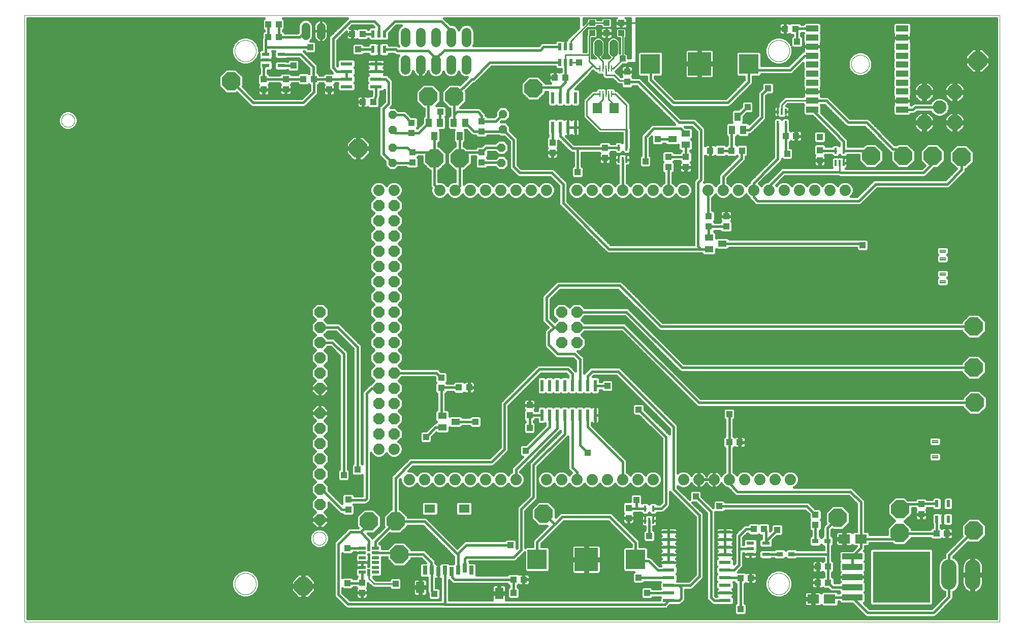
<source format=gtl>
G75*
%MOIN*%
%OFA0B0*%
%FSLAX25Y25*%
%IPPOS*%
%LPD*%
%AMOC8*
5,1,8,0,0,1.08239X$1,22.5*
%
%ADD10C,0.00000*%
%ADD11R,0.05000X0.02200*%
%ADD12R,0.03937X0.03150*%
%ADD13C,0.10039*%
%ADD14R,0.03937X0.04331*%
%ADD15OC8,0.12000*%
%ADD16R,0.37795X0.33465*%
%ADD17R,0.13386X0.03937*%
%ADD18R,0.04331X0.03937*%
%ADD19R,0.07795X0.02087*%
%ADD20R,0.15354X0.15354*%
%ADD21R,0.12598X0.12598*%
%ADD22R,0.07677X0.05906*%
%ADD23R,0.07087X0.05512*%
%ADD24R,0.05512X0.07480*%
%ADD25R,0.03150X0.05906*%
%ADD26C,0.07400*%
%ADD27OC8,0.07400*%
%ADD28C,0.00400*%
%ADD29R,0.02165X0.04724*%
%ADD30R,0.04528X0.02165*%
%ADD31R,0.02165X0.04528*%
%ADD32R,0.02000X0.07800*%
%ADD33R,0.01400X0.04000*%
%ADD34R,0.07874X0.03937*%
%ADD35C,0.08850*%
%ADD36C,0.10050*%
%ADD37R,0.03937X0.05512*%
%ADD38OC8,0.05600*%
%ADD39R,0.02200X0.05000*%
%ADD40R,0.02100X0.07800*%
%ADD41C,0.05600*%
%ADD42C,0.06400*%
%ADD43R,0.07800X0.02100*%
%ADD44R,0.00984X0.03937*%
%ADD45R,0.06299X0.07098*%
%ADD46R,0.05512X0.03937*%
%ADD47C,0.01600*%
%ADD48R,0.03962X0.03962*%
%ADD49C,0.01000*%
D10*
X0006800Y0006896D02*
X0006800Y0405396D01*
X0646800Y0405396D01*
X0646800Y0006896D01*
X0006800Y0006896D01*
X0144800Y0031896D02*
X0144802Y0032068D01*
X0144808Y0032239D01*
X0144819Y0032411D01*
X0144834Y0032582D01*
X0144853Y0032753D01*
X0144876Y0032923D01*
X0144903Y0033093D01*
X0144935Y0033262D01*
X0144970Y0033430D01*
X0145010Y0033597D01*
X0145054Y0033763D01*
X0145101Y0033928D01*
X0145153Y0034092D01*
X0145209Y0034254D01*
X0145269Y0034415D01*
X0145333Y0034575D01*
X0145401Y0034733D01*
X0145472Y0034889D01*
X0145547Y0035043D01*
X0145627Y0035196D01*
X0145709Y0035346D01*
X0145796Y0035495D01*
X0145886Y0035641D01*
X0145980Y0035785D01*
X0146077Y0035927D01*
X0146178Y0036066D01*
X0146282Y0036203D01*
X0146389Y0036337D01*
X0146500Y0036468D01*
X0146613Y0036597D01*
X0146730Y0036723D01*
X0146850Y0036846D01*
X0146973Y0036966D01*
X0147099Y0037083D01*
X0147228Y0037196D01*
X0147359Y0037307D01*
X0147493Y0037414D01*
X0147630Y0037518D01*
X0147769Y0037619D01*
X0147911Y0037716D01*
X0148055Y0037810D01*
X0148201Y0037900D01*
X0148350Y0037987D01*
X0148500Y0038069D01*
X0148653Y0038149D01*
X0148807Y0038224D01*
X0148963Y0038295D01*
X0149121Y0038363D01*
X0149281Y0038427D01*
X0149442Y0038487D01*
X0149604Y0038543D01*
X0149768Y0038595D01*
X0149933Y0038642D01*
X0150099Y0038686D01*
X0150266Y0038726D01*
X0150434Y0038761D01*
X0150603Y0038793D01*
X0150773Y0038820D01*
X0150943Y0038843D01*
X0151114Y0038862D01*
X0151285Y0038877D01*
X0151457Y0038888D01*
X0151628Y0038894D01*
X0151800Y0038896D01*
X0151972Y0038894D01*
X0152143Y0038888D01*
X0152315Y0038877D01*
X0152486Y0038862D01*
X0152657Y0038843D01*
X0152827Y0038820D01*
X0152997Y0038793D01*
X0153166Y0038761D01*
X0153334Y0038726D01*
X0153501Y0038686D01*
X0153667Y0038642D01*
X0153832Y0038595D01*
X0153996Y0038543D01*
X0154158Y0038487D01*
X0154319Y0038427D01*
X0154479Y0038363D01*
X0154637Y0038295D01*
X0154793Y0038224D01*
X0154947Y0038149D01*
X0155100Y0038069D01*
X0155250Y0037987D01*
X0155399Y0037900D01*
X0155545Y0037810D01*
X0155689Y0037716D01*
X0155831Y0037619D01*
X0155970Y0037518D01*
X0156107Y0037414D01*
X0156241Y0037307D01*
X0156372Y0037196D01*
X0156501Y0037083D01*
X0156627Y0036966D01*
X0156750Y0036846D01*
X0156870Y0036723D01*
X0156987Y0036597D01*
X0157100Y0036468D01*
X0157211Y0036337D01*
X0157318Y0036203D01*
X0157422Y0036066D01*
X0157523Y0035927D01*
X0157620Y0035785D01*
X0157714Y0035641D01*
X0157804Y0035495D01*
X0157891Y0035346D01*
X0157973Y0035196D01*
X0158053Y0035043D01*
X0158128Y0034889D01*
X0158199Y0034733D01*
X0158267Y0034575D01*
X0158331Y0034415D01*
X0158391Y0034254D01*
X0158447Y0034092D01*
X0158499Y0033928D01*
X0158546Y0033763D01*
X0158590Y0033597D01*
X0158630Y0033430D01*
X0158665Y0033262D01*
X0158697Y0033093D01*
X0158724Y0032923D01*
X0158747Y0032753D01*
X0158766Y0032582D01*
X0158781Y0032411D01*
X0158792Y0032239D01*
X0158798Y0032068D01*
X0158800Y0031896D01*
X0158798Y0031724D01*
X0158792Y0031553D01*
X0158781Y0031381D01*
X0158766Y0031210D01*
X0158747Y0031039D01*
X0158724Y0030869D01*
X0158697Y0030699D01*
X0158665Y0030530D01*
X0158630Y0030362D01*
X0158590Y0030195D01*
X0158546Y0030029D01*
X0158499Y0029864D01*
X0158447Y0029700D01*
X0158391Y0029538D01*
X0158331Y0029377D01*
X0158267Y0029217D01*
X0158199Y0029059D01*
X0158128Y0028903D01*
X0158053Y0028749D01*
X0157973Y0028596D01*
X0157891Y0028446D01*
X0157804Y0028297D01*
X0157714Y0028151D01*
X0157620Y0028007D01*
X0157523Y0027865D01*
X0157422Y0027726D01*
X0157318Y0027589D01*
X0157211Y0027455D01*
X0157100Y0027324D01*
X0156987Y0027195D01*
X0156870Y0027069D01*
X0156750Y0026946D01*
X0156627Y0026826D01*
X0156501Y0026709D01*
X0156372Y0026596D01*
X0156241Y0026485D01*
X0156107Y0026378D01*
X0155970Y0026274D01*
X0155831Y0026173D01*
X0155689Y0026076D01*
X0155545Y0025982D01*
X0155399Y0025892D01*
X0155250Y0025805D01*
X0155100Y0025723D01*
X0154947Y0025643D01*
X0154793Y0025568D01*
X0154637Y0025497D01*
X0154479Y0025429D01*
X0154319Y0025365D01*
X0154158Y0025305D01*
X0153996Y0025249D01*
X0153832Y0025197D01*
X0153667Y0025150D01*
X0153501Y0025106D01*
X0153334Y0025066D01*
X0153166Y0025031D01*
X0152997Y0024999D01*
X0152827Y0024972D01*
X0152657Y0024949D01*
X0152486Y0024930D01*
X0152315Y0024915D01*
X0152143Y0024904D01*
X0151972Y0024898D01*
X0151800Y0024896D01*
X0151628Y0024898D01*
X0151457Y0024904D01*
X0151285Y0024915D01*
X0151114Y0024930D01*
X0150943Y0024949D01*
X0150773Y0024972D01*
X0150603Y0024999D01*
X0150434Y0025031D01*
X0150266Y0025066D01*
X0150099Y0025106D01*
X0149933Y0025150D01*
X0149768Y0025197D01*
X0149604Y0025249D01*
X0149442Y0025305D01*
X0149281Y0025365D01*
X0149121Y0025429D01*
X0148963Y0025497D01*
X0148807Y0025568D01*
X0148653Y0025643D01*
X0148500Y0025723D01*
X0148350Y0025805D01*
X0148201Y0025892D01*
X0148055Y0025982D01*
X0147911Y0026076D01*
X0147769Y0026173D01*
X0147630Y0026274D01*
X0147493Y0026378D01*
X0147359Y0026485D01*
X0147228Y0026596D01*
X0147099Y0026709D01*
X0146973Y0026826D01*
X0146850Y0026946D01*
X0146730Y0027069D01*
X0146613Y0027195D01*
X0146500Y0027324D01*
X0146389Y0027455D01*
X0146282Y0027589D01*
X0146178Y0027726D01*
X0146077Y0027865D01*
X0145980Y0028007D01*
X0145886Y0028151D01*
X0145796Y0028297D01*
X0145709Y0028446D01*
X0145627Y0028596D01*
X0145547Y0028749D01*
X0145472Y0028903D01*
X0145401Y0029059D01*
X0145333Y0029217D01*
X0145269Y0029377D01*
X0145209Y0029538D01*
X0145153Y0029700D01*
X0145101Y0029864D01*
X0145054Y0030029D01*
X0145010Y0030195D01*
X0144970Y0030362D01*
X0144935Y0030530D01*
X0144903Y0030699D01*
X0144876Y0030869D01*
X0144853Y0031039D01*
X0144834Y0031210D01*
X0144819Y0031381D01*
X0144808Y0031553D01*
X0144802Y0031724D01*
X0144800Y0031896D01*
X0195989Y0061739D02*
X0195991Y0061870D01*
X0195997Y0062002D01*
X0196007Y0062133D01*
X0196021Y0062264D01*
X0196039Y0062394D01*
X0196061Y0062523D01*
X0196086Y0062652D01*
X0196116Y0062780D01*
X0196150Y0062907D01*
X0196187Y0063034D01*
X0196228Y0063158D01*
X0196273Y0063282D01*
X0196322Y0063404D01*
X0196374Y0063525D01*
X0196430Y0063643D01*
X0196490Y0063761D01*
X0196553Y0063876D01*
X0196620Y0063989D01*
X0196690Y0064101D01*
X0196763Y0064210D01*
X0196839Y0064316D01*
X0196919Y0064421D01*
X0197002Y0064523D01*
X0197088Y0064622D01*
X0197177Y0064719D01*
X0197269Y0064813D01*
X0197364Y0064904D01*
X0197461Y0064993D01*
X0197561Y0065078D01*
X0197664Y0065160D01*
X0197769Y0065239D01*
X0197876Y0065315D01*
X0197986Y0065387D01*
X0198098Y0065456D01*
X0198212Y0065522D01*
X0198327Y0065584D01*
X0198445Y0065643D01*
X0198564Y0065698D01*
X0198685Y0065750D01*
X0198808Y0065797D01*
X0198932Y0065841D01*
X0199057Y0065882D01*
X0199183Y0065918D01*
X0199311Y0065951D01*
X0199439Y0065979D01*
X0199568Y0066004D01*
X0199698Y0066025D01*
X0199828Y0066042D01*
X0199959Y0066055D01*
X0200090Y0066064D01*
X0200221Y0066069D01*
X0200353Y0066070D01*
X0200484Y0066067D01*
X0200616Y0066060D01*
X0200747Y0066049D01*
X0200877Y0066034D01*
X0201007Y0066015D01*
X0201137Y0065992D01*
X0201265Y0065966D01*
X0201393Y0065935D01*
X0201520Y0065900D01*
X0201646Y0065862D01*
X0201770Y0065820D01*
X0201894Y0065774D01*
X0202015Y0065724D01*
X0202135Y0065671D01*
X0202254Y0065614D01*
X0202371Y0065554D01*
X0202485Y0065490D01*
X0202598Y0065422D01*
X0202709Y0065351D01*
X0202818Y0065277D01*
X0202924Y0065200D01*
X0203028Y0065119D01*
X0203129Y0065036D01*
X0203228Y0064949D01*
X0203324Y0064859D01*
X0203417Y0064766D01*
X0203508Y0064671D01*
X0203595Y0064573D01*
X0203680Y0064472D01*
X0203761Y0064369D01*
X0203839Y0064263D01*
X0203914Y0064155D01*
X0203986Y0064045D01*
X0204054Y0063933D01*
X0204119Y0063819D01*
X0204180Y0063702D01*
X0204238Y0063584D01*
X0204292Y0063464D01*
X0204343Y0063343D01*
X0204390Y0063220D01*
X0204433Y0063096D01*
X0204472Y0062971D01*
X0204508Y0062844D01*
X0204539Y0062716D01*
X0204567Y0062588D01*
X0204591Y0062459D01*
X0204611Y0062329D01*
X0204627Y0062198D01*
X0204639Y0062067D01*
X0204647Y0061936D01*
X0204651Y0061805D01*
X0204651Y0061673D01*
X0204647Y0061542D01*
X0204639Y0061411D01*
X0204627Y0061280D01*
X0204611Y0061149D01*
X0204591Y0061019D01*
X0204567Y0060890D01*
X0204539Y0060762D01*
X0204508Y0060634D01*
X0204472Y0060507D01*
X0204433Y0060382D01*
X0204390Y0060258D01*
X0204343Y0060135D01*
X0204292Y0060014D01*
X0204238Y0059894D01*
X0204180Y0059776D01*
X0204119Y0059659D01*
X0204054Y0059545D01*
X0203986Y0059433D01*
X0203914Y0059323D01*
X0203839Y0059215D01*
X0203761Y0059109D01*
X0203680Y0059006D01*
X0203595Y0058905D01*
X0203508Y0058807D01*
X0203417Y0058712D01*
X0203324Y0058619D01*
X0203228Y0058529D01*
X0203129Y0058442D01*
X0203028Y0058359D01*
X0202924Y0058278D01*
X0202818Y0058201D01*
X0202709Y0058127D01*
X0202598Y0058056D01*
X0202486Y0057988D01*
X0202371Y0057924D01*
X0202254Y0057864D01*
X0202135Y0057807D01*
X0202015Y0057754D01*
X0201894Y0057704D01*
X0201770Y0057658D01*
X0201646Y0057616D01*
X0201520Y0057578D01*
X0201393Y0057543D01*
X0201265Y0057512D01*
X0201137Y0057486D01*
X0201007Y0057463D01*
X0200877Y0057444D01*
X0200747Y0057429D01*
X0200616Y0057418D01*
X0200484Y0057411D01*
X0200353Y0057408D01*
X0200221Y0057409D01*
X0200090Y0057414D01*
X0199959Y0057423D01*
X0199828Y0057436D01*
X0199698Y0057453D01*
X0199568Y0057474D01*
X0199439Y0057499D01*
X0199311Y0057527D01*
X0199183Y0057560D01*
X0199057Y0057596D01*
X0198932Y0057637D01*
X0198808Y0057681D01*
X0198685Y0057728D01*
X0198564Y0057780D01*
X0198445Y0057835D01*
X0198327Y0057894D01*
X0198212Y0057956D01*
X0198098Y0058022D01*
X0197986Y0058091D01*
X0197876Y0058163D01*
X0197769Y0058239D01*
X0197664Y0058318D01*
X0197561Y0058400D01*
X0197461Y0058485D01*
X0197364Y0058574D01*
X0197269Y0058665D01*
X0197177Y0058759D01*
X0197088Y0058856D01*
X0197002Y0058955D01*
X0196919Y0059057D01*
X0196839Y0059162D01*
X0196763Y0059268D01*
X0196690Y0059377D01*
X0196620Y0059489D01*
X0196553Y0059602D01*
X0196490Y0059717D01*
X0196430Y0059835D01*
X0196374Y0059953D01*
X0196322Y0060074D01*
X0196273Y0060196D01*
X0196228Y0060320D01*
X0196187Y0060444D01*
X0196150Y0060571D01*
X0196116Y0060698D01*
X0196086Y0060826D01*
X0196061Y0060955D01*
X0196039Y0061084D01*
X0196021Y0061214D01*
X0196007Y0061345D01*
X0195997Y0061476D01*
X0195991Y0061608D01*
X0195989Y0061739D01*
X0494800Y0031896D02*
X0494802Y0032068D01*
X0494808Y0032239D01*
X0494819Y0032411D01*
X0494834Y0032582D01*
X0494853Y0032753D01*
X0494876Y0032923D01*
X0494903Y0033093D01*
X0494935Y0033262D01*
X0494970Y0033430D01*
X0495010Y0033597D01*
X0495054Y0033763D01*
X0495101Y0033928D01*
X0495153Y0034092D01*
X0495209Y0034254D01*
X0495269Y0034415D01*
X0495333Y0034575D01*
X0495401Y0034733D01*
X0495472Y0034889D01*
X0495547Y0035043D01*
X0495627Y0035196D01*
X0495709Y0035346D01*
X0495796Y0035495D01*
X0495886Y0035641D01*
X0495980Y0035785D01*
X0496077Y0035927D01*
X0496178Y0036066D01*
X0496282Y0036203D01*
X0496389Y0036337D01*
X0496500Y0036468D01*
X0496613Y0036597D01*
X0496730Y0036723D01*
X0496850Y0036846D01*
X0496973Y0036966D01*
X0497099Y0037083D01*
X0497228Y0037196D01*
X0497359Y0037307D01*
X0497493Y0037414D01*
X0497630Y0037518D01*
X0497769Y0037619D01*
X0497911Y0037716D01*
X0498055Y0037810D01*
X0498201Y0037900D01*
X0498350Y0037987D01*
X0498500Y0038069D01*
X0498653Y0038149D01*
X0498807Y0038224D01*
X0498963Y0038295D01*
X0499121Y0038363D01*
X0499281Y0038427D01*
X0499442Y0038487D01*
X0499604Y0038543D01*
X0499768Y0038595D01*
X0499933Y0038642D01*
X0500099Y0038686D01*
X0500266Y0038726D01*
X0500434Y0038761D01*
X0500603Y0038793D01*
X0500773Y0038820D01*
X0500943Y0038843D01*
X0501114Y0038862D01*
X0501285Y0038877D01*
X0501457Y0038888D01*
X0501628Y0038894D01*
X0501800Y0038896D01*
X0501972Y0038894D01*
X0502143Y0038888D01*
X0502315Y0038877D01*
X0502486Y0038862D01*
X0502657Y0038843D01*
X0502827Y0038820D01*
X0502997Y0038793D01*
X0503166Y0038761D01*
X0503334Y0038726D01*
X0503501Y0038686D01*
X0503667Y0038642D01*
X0503832Y0038595D01*
X0503996Y0038543D01*
X0504158Y0038487D01*
X0504319Y0038427D01*
X0504479Y0038363D01*
X0504637Y0038295D01*
X0504793Y0038224D01*
X0504947Y0038149D01*
X0505100Y0038069D01*
X0505250Y0037987D01*
X0505399Y0037900D01*
X0505545Y0037810D01*
X0505689Y0037716D01*
X0505831Y0037619D01*
X0505970Y0037518D01*
X0506107Y0037414D01*
X0506241Y0037307D01*
X0506372Y0037196D01*
X0506501Y0037083D01*
X0506627Y0036966D01*
X0506750Y0036846D01*
X0506870Y0036723D01*
X0506987Y0036597D01*
X0507100Y0036468D01*
X0507211Y0036337D01*
X0507318Y0036203D01*
X0507422Y0036066D01*
X0507523Y0035927D01*
X0507620Y0035785D01*
X0507714Y0035641D01*
X0507804Y0035495D01*
X0507891Y0035346D01*
X0507973Y0035196D01*
X0508053Y0035043D01*
X0508128Y0034889D01*
X0508199Y0034733D01*
X0508267Y0034575D01*
X0508331Y0034415D01*
X0508391Y0034254D01*
X0508447Y0034092D01*
X0508499Y0033928D01*
X0508546Y0033763D01*
X0508590Y0033597D01*
X0508630Y0033430D01*
X0508665Y0033262D01*
X0508697Y0033093D01*
X0508724Y0032923D01*
X0508747Y0032753D01*
X0508766Y0032582D01*
X0508781Y0032411D01*
X0508792Y0032239D01*
X0508798Y0032068D01*
X0508800Y0031896D01*
X0508798Y0031724D01*
X0508792Y0031553D01*
X0508781Y0031381D01*
X0508766Y0031210D01*
X0508747Y0031039D01*
X0508724Y0030869D01*
X0508697Y0030699D01*
X0508665Y0030530D01*
X0508630Y0030362D01*
X0508590Y0030195D01*
X0508546Y0030029D01*
X0508499Y0029864D01*
X0508447Y0029700D01*
X0508391Y0029538D01*
X0508331Y0029377D01*
X0508267Y0029217D01*
X0508199Y0029059D01*
X0508128Y0028903D01*
X0508053Y0028749D01*
X0507973Y0028596D01*
X0507891Y0028446D01*
X0507804Y0028297D01*
X0507714Y0028151D01*
X0507620Y0028007D01*
X0507523Y0027865D01*
X0507422Y0027726D01*
X0507318Y0027589D01*
X0507211Y0027455D01*
X0507100Y0027324D01*
X0506987Y0027195D01*
X0506870Y0027069D01*
X0506750Y0026946D01*
X0506627Y0026826D01*
X0506501Y0026709D01*
X0506372Y0026596D01*
X0506241Y0026485D01*
X0506107Y0026378D01*
X0505970Y0026274D01*
X0505831Y0026173D01*
X0505689Y0026076D01*
X0505545Y0025982D01*
X0505399Y0025892D01*
X0505250Y0025805D01*
X0505100Y0025723D01*
X0504947Y0025643D01*
X0504793Y0025568D01*
X0504637Y0025497D01*
X0504479Y0025429D01*
X0504319Y0025365D01*
X0504158Y0025305D01*
X0503996Y0025249D01*
X0503832Y0025197D01*
X0503667Y0025150D01*
X0503501Y0025106D01*
X0503334Y0025066D01*
X0503166Y0025031D01*
X0502997Y0024999D01*
X0502827Y0024972D01*
X0502657Y0024949D01*
X0502486Y0024930D01*
X0502315Y0024915D01*
X0502143Y0024904D01*
X0501972Y0024898D01*
X0501800Y0024896D01*
X0501628Y0024898D01*
X0501457Y0024904D01*
X0501285Y0024915D01*
X0501114Y0024930D01*
X0500943Y0024949D01*
X0500773Y0024972D01*
X0500603Y0024999D01*
X0500434Y0025031D01*
X0500266Y0025066D01*
X0500099Y0025106D01*
X0499933Y0025150D01*
X0499768Y0025197D01*
X0499604Y0025249D01*
X0499442Y0025305D01*
X0499281Y0025365D01*
X0499121Y0025429D01*
X0498963Y0025497D01*
X0498807Y0025568D01*
X0498653Y0025643D01*
X0498500Y0025723D01*
X0498350Y0025805D01*
X0498201Y0025892D01*
X0498055Y0025982D01*
X0497911Y0026076D01*
X0497769Y0026173D01*
X0497630Y0026274D01*
X0497493Y0026378D01*
X0497359Y0026485D01*
X0497228Y0026596D01*
X0497099Y0026709D01*
X0496973Y0026826D01*
X0496850Y0026946D01*
X0496730Y0027069D01*
X0496613Y0027195D01*
X0496500Y0027324D01*
X0496389Y0027455D01*
X0496282Y0027589D01*
X0496178Y0027726D01*
X0496077Y0027865D01*
X0495980Y0028007D01*
X0495886Y0028151D01*
X0495796Y0028297D01*
X0495709Y0028446D01*
X0495627Y0028596D01*
X0495547Y0028749D01*
X0495472Y0028903D01*
X0495401Y0029059D01*
X0495333Y0029217D01*
X0495269Y0029377D01*
X0495209Y0029538D01*
X0495153Y0029700D01*
X0495101Y0029864D01*
X0495054Y0030029D01*
X0495010Y0030195D01*
X0494970Y0030362D01*
X0494935Y0030530D01*
X0494903Y0030699D01*
X0494876Y0030869D01*
X0494853Y0031039D01*
X0494834Y0031210D01*
X0494819Y0031381D01*
X0494808Y0031553D01*
X0494802Y0031724D01*
X0494800Y0031896D01*
X0031028Y0336148D02*
X0031030Y0336279D01*
X0031036Y0336411D01*
X0031046Y0336542D01*
X0031060Y0336673D01*
X0031078Y0336803D01*
X0031100Y0336932D01*
X0031125Y0337061D01*
X0031155Y0337189D01*
X0031189Y0337316D01*
X0031226Y0337443D01*
X0031267Y0337567D01*
X0031312Y0337691D01*
X0031361Y0337813D01*
X0031413Y0337934D01*
X0031469Y0338052D01*
X0031529Y0338170D01*
X0031592Y0338285D01*
X0031659Y0338398D01*
X0031729Y0338510D01*
X0031802Y0338619D01*
X0031878Y0338725D01*
X0031958Y0338830D01*
X0032041Y0338932D01*
X0032127Y0339031D01*
X0032216Y0339128D01*
X0032308Y0339222D01*
X0032403Y0339313D01*
X0032500Y0339402D01*
X0032600Y0339487D01*
X0032703Y0339569D01*
X0032808Y0339648D01*
X0032915Y0339724D01*
X0033025Y0339796D01*
X0033137Y0339865D01*
X0033251Y0339931D01*
X0033366Y0339993D01*
X0033484Y0340052D01*
X0033603Y0340107D01*
X0033724Y0340159D01*
X0033847Y0340206D01*
X0033971Y0340250D01*
X0034096Y0340291D01*
X0034222Y0340327D01*
X0034350Y0340360D01*
X0034478Y0340388D01*
X0034607Y0340413D01*
X0034737Y0340434D01*
X0034867Y0340451D01*
X0034998Y0340464D01*
X0035129Y0340473D01*
X0035260Y0340478D01*
X0035392Y0340479D01*
X0035523Y0340476D01*
X0035655Y0340469D01*
X0035786Y0340458D01*
X0035916Y0340443D01*
X0036046Y0340424D01*
X0036176Y0340401D01*
X0036304Y0340375D01*
X0036432Y0340344D01*
X0036559Y0340309D01*
X0036685Y0340271D01*
X0036809Y0340229D01*
X0036933Y0340183D01*
X0037054Y0340133D01*
X0037174Y0340080D01*
X0037293Y0340023D01*
X0037410Y0339963D01*
X0037524Y0339899D01*
X0037637Y0339831D01*
X0037748Y0339760D01*
X0037857Y0339686D01*
X0037963Y0339609D01*
X0038067Y0339528D01*
X0038168Y0339445D01*
X0038267Y0339358D01*
X0038363Y0339268D01*
X0038456Y0339175D01*
X0038547Y0339080D01*
X0038634Y0338982D01*
X0038719Y0338881D01*
X0038800Y0338778D01*
X0038878Y0338672D01*
X0038953Y0338564D01*
X0039025Y0338454D01*
X0039093Y0338342D01*
X0039158Y0338228D01*
X0039219Y0338111D01*
X0039277Y0337993D01*
X0039331Y0337873D01*
X0039382Y0337752D01*
X0039429Y0337629D01*
X0039472Y0337505D01*
X0039511Y0337380D01*
X0039547Y0337253D01*
X0039578Y0337125D01*
X0039606Y0336997D01*
X0039630Y0336868D01*
X0039650Y0336738D01*
X0039666Y0336607D01*
X0039678Y0336476D01*
X0039686Y0336345D01*
X0039690Y0336214D01*
X0039690Y0336082D01*
X0039686Y0335951D01*
X0039678Y0335820D01*
X0039666Y0335689D01*
X0039650Y0335558D01*
X0039630Y0335428D01*
X0039606Y0335299D01*
X0039578Y0335171D01*
X0039547Y0335043D01*
X0039511Y0334916D01*
X0039472Y0334791D01*
X0039429Y0334667D01*
X0039382Y0334544D01*
X0039331Y0334423D01*
X0039277Y0334303D01*
X0039219Y0334185D01*
X0039158Y0334068D01*
X0039093Y0333954D01*
X0039025Y0333842D01*
X0038953Y0333732D01*
X0038878Y0333624D01*
X0038800Y0333518D01*
X0038719Y0333415D01*
X0038634Y0333314D01*
X0038547Y0333216D01*
X0038456Y0333121D01*
X0038363Y0333028D01*
X0038267Y0332938D01*
X0038168Y0332851D01*
X0038067Y0332768D01*
X0037963Y0332687D01*
X0037857Y0332610D01*
X0037748Y0332536D01*
X0037637Y0332465D01*
X0037525Y0332397D01*
X0037410Y0332333D01*
X0037293Y0332273D01*
X0037174Y0332216D01*
X0037054Y0332163D01*
X0036933Y0332113D01*
X0036809Y0332067D01*
X0036685Y0332025D01*
X0036559Y0331987D01*
X0036432Y0331952D01*
X0036304Y0331921D01*
X0036176Y0331895D01*
X0036046Y0331872D01*
X0035916Y0331853D01*
X0035786Y0331838D01*
X0035655Y0331827D01*
X0035523Y0331820D01*
X0035392Y0331817D01*
X0035260Y0331818D01*
X0035129Y0331823D01*
X0034998Y0331832D01*
X0034867Y0331845D01*
X0034737Y0331862D01*
X0034607Y0331883D01*
X0034478Y0331908D01*
X0034350Y0331936D01*
X0034222Y0331969D01*
X0034096Y0332005D01*
X0033971Y0332046D01*
X0033847Y0332090D01*
X0033724Y0332137D01*
X0033603Y0332189D01*
X0033484Y0332244D01*
X0033366Y0332303D01*
X0033251Y0332365D01*
X0033137Y0332431D01*
X0033025Y0332500D01*
X0032915Y0332572D01*
X0032808Y0332648D01*
X0032703Y0332727D01*
X0032600Y0332809D01*
X0032500Y0332894D01*
X0032403Y0332983D01*
X0032308Y0333074D01*
X0032216Y0333168D01*
X0032127Y0333265D01*
X0032041Y0333364D01*
X0031958Y0333466D01*
X0031878Y0333571D01*
X0031802Y0333677D01*
X0031729Y0333786D01*
X0031659Y0333898D01*
X0031592Y0334011D01*
X0031529Y0334126D01*
X0031469Y0334244D01*
X0031413Y0334362D01*
X0031361Y0334483D01*
X0031312Y0334605D01*
X0031267Y0334729D01*
X0031226Y0334853D01*
X0031189Y0334980D01*
X0031155Y0335107D01*
X0031125Y0335235D01*
X0031100Y0335364D01*
X0031078Y0335493D01*
X0031060Y0335623D01*
X0031046Y0335754D01*
X0031036Y0335885D01*
X0031030Y0336017D01*
X0031028Y0336148D01*
X0144800Y0381896D02*
X0144802Y0382068D01*
X0144808Y0382239D01*
X0144819Y0382411D01*
X0144834Y0382582D01*
X0144853Y0382753D01*
X0144876Y0382923D01*
X0144903Y0383093D01*
X0144935Y0383262D01*
X0144970Y0383430D01*
X0145010Y0383597D01*
X0145054Y0383763D01*
X0145101Y0383928D01*
X0145153Y0384092D01*
X0145209Y0384254D01*
X0145269Y0384415D01*
X0145333Y0384575D01*
X0145401Y0384733D01*
X0145472Y0384889D01*
X0145547Y0385043D01*
X0145627Y0385196D01*
X0145709Y0385346D01*
X0145796Y0385495D01*
X0145886Y0385641D01*
X0145980Y0385785D01*
X0146077Y0385927D01*
X0146178Y0386066D01*
X0146282Y0386203D01*
X0146389Y0386337D01*
X0146500Y0386468D01*
X0146613Y0386597D01*
X0146730Y0386723D01*
X0146850Y0386846D01*
X0146973Y0386966D01*
X0147099Y0387083D01*
X0147228Y0387196D01*
X0147359Y0387307D01*
X0147493Y0387414D01*
X0147630Y0387518D01*
X0147769Y0387619D01*
X0147911Y0387716D01*
X0148055Y0387810D01*
X0148201Y0387900D01*
X0148350Y0387987D01*
X0148500Y0388069D01*
X0148653Y0388149D01*
X0148807Y0388224D01*
X0148963Y0388295D01*
X0149121Y0388363D01*
X0149281Y0388427D01*
X0149442Y0388487D01*
X0149604Y0388543D01*
X0149768Y0388595D01*
X0149933Y0388642D01*
X0150099Y0388686D01*
X0150266Y0388726D01*
X0150434Y0388761D01*
X0150603Y0388793D01*
X0150773Y0388820D01*
X0150943Y0388843D01*
X0151114Y0388862D01*
X0151285Y0388877D01*
X0151457Y0388888D01*
X0151628Y0388894D01*
X0151800Y0388896D01*
X0151972Y0388894D01*
X0152143Y0388888D01*
X0152315Y0388877D01*
X0152486Y0388862D01*
X0152657Y0388843D01*
X0152827Y0388820D01*
X0152997Y0388793D01*
X0153166Y0388761D01*
X0153334Y0388726D01*
X0153501Y0388686D01*
X0153667Y0388642D01*
X0153832Y0388595D01*
X0153996Y0388543D01*
X0154158Y0388487D01*
X0154319Y0388427D01*
X0154479Y0388363D01*
X0154637Y0388295D01*
X0154793Y0388224D01*
X0154947Y0388149D01*
X0155100Y0388069D01*
X0155250Y0387987D01*
X0155399Y0387900D01*
X0155545Y0387810D01*
X0155689Y0387716D01*
X0155831Y0387619D01*
X0155970Y0387518D01*
X0156107Y0387414D01*
X0156241Y0387307D01*
X0156372Y0387196D01*
X0156501Y0387083D01*
X0156627Y0386966D01*
X0156750Y0386846D01*
X0156870Y0386723D01*
X0156987Y0386597D01*
X0157100Y0386468D01*
X0157211Y0386337D01*
X0157318Y0386203D01*
X0157422Y0386066D01*
X0157523Y0385927D01*
X0157620Y0385785D01*
X0157714Y0385641D01*
X0157804Y0385495D01*
X0157891Y0385346D01*
X0157973Y0385196D01*
X0158053Y0385043D01*
X0158128Y0384889D01*
X0158199Y0384733D01*
X0158267Y0384575D01*
X0158331Y0384415D01*
X0158391Y0384254D01*
X0158447Y0384092D01*
X0158499Y0383928D01*
X0158546Y0383763D01*
X0158590Y0383597D01*
X0158630Y0383430D01*
X0158665Y0383262D01*
X0158697Y0383093D01*
X0158724Y0382923D01*
X0158747Y0382753D01*
X0158766Y0382582D01*
X0158781Y0382411D01*
X0158792Y0382239D01*
X0158798Y0382068D01*
X0158800Y0381896D01*
X0158798Y0381724D01*
X0158792Y0381553D01*
X0158781Y0381381D01*
X0158766Y0381210D01*
X0158747Y0381039D01*
X0158724Y0380869D01*
X0158697Y0380699D01*
X0158665Y0380530D01*
X0158630Y0380362D01*
X0158590Y0380195D01*
X0158546Y0380029D01*
X0158499Y0379864D01*
X0158447Y0379700D01*
X0158391Y0379538D01*
X0158331Y0379377D01*
X0158267Y0379217D01*
X0158199Y0379059D01*
X0158128Y0378903D01*
X0158053Y0378749D01*
X0157973Y0378596D01*
X0157891Y0378446D01*
X0157804Y0378297D01*
X0157714Y0378151D01*
X0157620Y0378007D01*
X0157523Y0377865D01*
X0157422Y0377726D01*
X0157318Y0377589D01*
X0157211Y0377455D01*
X0157100Y0377324D01*
X0156987Y0377195D01*
X0156870Y0377069D01*
X0156750Y0376946D01*
X0156627Y0376826D01*
X0156501Y0376709D01*
X0156372Y0376596D01*
X0156241Y0376485D01*
X0156107Y0376378D01*
X0155970Y0376274D01*
X0155831Y0376173D01*
X0155689Y0376076D01*
X0155545Y0375982D01*
X0155399Y0375892D01*
X0155250Y0375805D01*
X0155100Y0375723D01*
X0154947Y0375643D01*
X0154793Y0375568D01*
X0154637Y0375497D01*
X0154479Y0375429D01*
X0154319Y0375365D01*
X0154158Y0375305D01*
X0153996Y0375249D01*
X0153832Y0375197D01*
X0153667Y0375150D01*
X0153501Y0375106D01*
X0153334Y0375066D01*
X0153166Y0375031D01*
X0152997Y0374999D01*
X0152827Y0374972D01*
X0152657Y0374949D01*
X0152486Y0374930D01*
X0152315Y0374915D01*
X0152143Y0374904D01*
X0151972Y0374898D01*
X0151800Y0374896D01*
X0151628Y0374898D01*
X0151457Y0374904D01*
X0151285Y0374915D01*
X0151114Y0374930D01*
X0150943Y0374949D01*
X0150773Y0374972D01*
X0150603Y0374999D01*
X0150434Y0375031D01*
X0150266Y0375066D01*
X0150099Y0375106D01*
X0149933Y0375150D01*
X0149768Y0375197D01*
X0149604Y0375249D01*
X0149442Y0375305D01*
X0149281Y0375365D01*
X0149121Y0375429D01*
X0148963Y0375497D01*
X0148807Y0375568D01*
X0148653Y0375643D01*
X0148500Y0375723D01*
X0148350Y0375805D01*
X0148201Y0375892D01*
X0148055Y0375982D01*
X0147911Y0376076D01*
X0147769Y0376173D01*
X0147630Y0376274D01*
X0147493Y0376378D01*
X0147359Y0376485D01*
X0147228Y0376596D01*
X0147099Y0376709D01*
X0146973Y0376826D01*
X0146850Y0376946D01*
X0146730Y0377069D01*
X0146613Y0377195D01*
X0146500Y0377324D01*
X0146389Y0377455D01*
X0146282Y0377589D01*
X0146178Y0377726D01*
X0146077Y0377865D01*
X0145980Y0378007D01*
X0145886Y0378151D01*
X0145796Y0378297D01*
X0145709Y0378446D01*
X0145627Y0378596D01*
X0145547Y0378749D01*
X0145472Y0378903D01*
X0145401Y0379059D01*
X0145333Y0379217D01*
X0145269Y0379377D01*
X0145209Y0379538D01*
X0145153Y0379700D01*
X0145101Y0379864D01*
X0145054Y0380029D01*
X0145010Y0380195D01*
X0144970Y0380362D01*
X0144935Y0380530D01*
X0144903Y0380699D01*
X0144876Y0380869D01*
X0144853Y0381039D01*
X0144834Y0381210D01*
X0144819Y0381381D01*
X0144808Y0381553D01*
X0144802Y0381724D01*
X0144800Y0381896D01*
X0494800Y0381896D02*
X0494802Y0382068D01*
X0494808Y0382239D01*
X0494819Y0382411D01*
X0494834Y0382582D01*
X0494853Y0382753D01*
X0494876Y0382923D01*
X0494903Y0383093D01*
X0494935Y0383262D01*
X0494970Y0383430D01*
X0495010Y0383597D01*
X0495054Y0383763D01*
X0495101Y0383928D01*
X0495153Y0384092D01*
X0495209Y0384254D01*
X0495269Y0384415D01*
X0495333Y0384575D01*
X0495401Y0384733D01*
X0495472Y0384889D01*
X0495547Y0385043D01*
X0495627Y0385196D01*
X0495709Y0385346D01*
X0495796Y0385495D01*
X0495886Y0385641D01*
X0495980Y0385785D01*
X0496077Y0385927D01*
X0496178Y0386066D01*
X0496282Y0386203D01*
X0496389Y0386337D01*
X0496500Y0386468D01*
X0496613Y0386597D01*
X0496730Y0386723D01*
X0496850Y0386846D01*
X0496973Y0386966D01*
X0497099Y0387083D01*
X0497228Y0387196D01*
X0497359Y0387307D01*
X0497493Y0387414D01*
X0497630Y0387518D01*
X0497769Y0387619D01*
X0497911Y0387716D01*
X0498055Y0387810D01*
X0498201Y0387900D01*
X0498350Y0387987D01*
X0498500Y0388069D01*
X0498653Y0388149D01*
X0498807Y0388224D01*
X0498963Y0388295D01*
X0499121Y0388363D01*
X0499281Y0388427D01*
X0499442Y0388487D01*
X0499604Y0388543D01*
X0499768Y0388595D01*
X0499933Y0388642D01*
X0500099Y0388686D01*
X0500266Y0388726D01*
X0500434Y0388761D01*
X0500603Y0388793D01*
X0500773Y0388820D01*
X0500943Y0388843D01*
X0501114Y0388862D01*
X0501285Y0388877D01*
X0501457Y0388888D01*
X0501628Y0388894D01*
X0501800Y0388896D01*
X0501972Y0388894D01*
X0502143Y0388888D01*
X0502315Y0388877D01*
X0502486Y0388862D01*
X0502657Y0388843D01*
X0502827Y0388820D01*
X0502997Y0388793D01*
X0503166Y0388761D01*
X0503334Y0388726D01*
X0503501Y0388686D01*
X0503667Y0388642D01*
X0503832Y0388595D01*
X0503996Y0388543D01*
X0504158Y0388487D01*
X0504319Y0388427D01*
X0504479Y0388363D01*
X0504637Y0388295D01*
X0504793Y0388224D01*
X0504947Y0388149D01*
X0505100Y0388069D01*
X0505250Y0387987D01*
X0505399Y0387900D01*
X0505545Y0387810D01*
X0505689Y0387716D01*
X0505831Y0387619D01*
X0505970Y0387518D01*
X0506107Y0387414D01*
X0506241Y0387307D01*
X0506372Y0387196D01*
X0506501Y0387083D01*
X0506627Y0386966D01*
X0506750Y0386846D01*
X0506870Y0386723D01*
X0506987Y0386597D01*
X0507100Y0386468D01*
X0507211Y0386337D01*
X0507318Y0386203D01*
X0507422Y0386066D01*
X0507523Y0385927D01*
X0507620Y0385785D01*
X0507714Y0385641D01*
X0507804Y0385495D01*
X0507891Y0385346D01*
X0507973Y0385196D01*
X0508053Y0385043D01*
X0508128Y0384889D01*
X0508199Y0384733D01*
X0508267Y0384575D01*
X0508331Y0384415D01*
X0508391Y0384254D01*
X0508447Y0384092D01*
X0508499Y0383928D01*
X0508546Y0383763D01*
X0508590Y0383597D01*
X0508630Y0383430D01*
X0508665Y0383262D01*
X0508697Y0383093D01*
X0508724Y0382923D01*
X0508747Y0382753D01*
X0508766Y0382582D01*
X0508781Y0382411D01*
X0508792Y0382239D01*
X0508798Y0382068D01*
X0508800Y0381896D01*
X0508798Y0381724D01*
X0508792Y0381553D01*
X0508781Y0381381D01*
X0508766Y0381210D01*
X0508747Y0381039D01*
X0508724Y0380869D01*
X0508697Y0380699D01*
X0508665Y0380530D01*
X0508630Y0380362D01*
X0508590Y0380195D01*
X0508546Y0380029D01*
X0508499Y0379864D01*
X0508447Y0379700D01*
X0508391Y0379538D01*
X0508331Y0379377D01*
X0508267Y0379217D01*
X0508199Y0379059D01*
X0508128Y0378903D01*
X0508053Y0378749D01*
X0507973Y0378596D01*
X0507891Y0378446D01*
X0507804Y0378297D01*
X0507714Y0378151D01*
X0507620Y0378007D01*
X0507523Y0377865D01*
X0507422Y0377726D01*
X0507318Y0377589D01*
X0507211Y0377455D01*
X0507100Y0377324D01*
X0506987Y0377195D01*
X0506870Y0377069D01*
X0506750Y0376946D01*
X0506627Y0376826D01*
X0506501Y0376709D01*
X0506372Y0376596D01*
X0506241Y0376485D01*
X0506107Y0376378D01*
X0505970Y0376274D01*
X0505831Y0376173D01*
X0505689Y0376076D01*
X0505545Y0375982D01*
X0505399Y0375892D01*
X0505250Y0375805D01*
X0505100Y0375723D01*
X0504947Y0375643D01*
X0504793Y0375568D01*
X0504637Y0375497D01*
X0504479Y0375429D01*
X0504319Y0375365D01*
X0504158Y0375305D01*
X0503996Y0375249D01*
X0503832Y0375197D01*
X0503667Y0375150D01*
X0503501Y0375106D01*
X0503334Y0375066D01*
X0503166Y0375031D01*
X0502997Y0374999D01*
X0502827Y0374972D01*
X0502657Y0374949D01*
X0502486Y0374930D01*
X0502315Y0374915D01*
X0502143Y0374904D01*
X0501972Y0374898D01*
X0501800Y0374896D01*
X0501628Y0374898D01*
X0501457Y0374904D01*
X0501285Y0374915D01*
X0501114Y0374930D01*
X0500943Y0374949D01*
X0500773Y0374972D01*
X0500603Y0374999D01*
X0500434Y0375031D01*
X0500266Y0375066D01*
X0500099Y0375106D01*
X0499933Y0375150D01*
X0499768Y0375197D01*
X0499604Y0375249D01*
X0499442Y0375305D01*
X0499281Y0375365D01*
X0499121Y0375429D01*
X0498963Y0375497D01*
X0498807Y0375568D01*
X0498653Y0375643D01*
X0498500Y0375723D01*
X0498350Y0375805D01*
X0498201Y0375892D01*
X0498055Y0375982D01*
X0497911Y0376076D01*
X0497769Y0376173D01*
X0497630Y0376274D01*
X0497493Y0376378D01*
X0497359Y0376485D01*
X0497228Y0376596D01*
X0497099Y0376709D01*
X0496973Y0376826D01*
X0496850Y0376946D01*
X0496730Y0377069D01*
X0496613Y0377195D01*
X0496500Y0377324D01*
X0496389Y0377455D01*
X0496282Y0377589D01*
X0496178Y0377726D01*
X0496077Y0377865D01*
X0495980Y0378007D01*
X0495886Y0378151D01*
X0495796Y0378297D01*
X0495709Y0378446D01*
X0495627Y0378596D01*
X0495547Y0378749D01*
X0495472Y0378903D01*
X0495401Y0379059D01*
X0495333Y0379217D01*
X0495269Y0379377D01*
X0495209Y0379538D01*
X0495153Y0379700D01*
X0495101Y0379864D01*
X0495054Y0380029D01*
X0495010Y0380195D01*
X0494970Y0380362D01*
X0494935Y0380530D01*
X0494903Y0380699D01*
X0494876Y0380869D01*
X0494853Y0381039D01*
X0494834Y0381210D01*
X0494819Y0381381D01*
X0494808Y0381553D01*
X0494802Y0381724D01*
X0494800Y0381896D01*
X0549363Y0373243D02*
X0549365Y0373396D01*
X0549371Y0373550D01*
X0549381Y0373703D01*
X0549395Y0373855D01*
X0549413Y0374008D01*
X0549435Y0374159D01*
X0549460Y0374310D01*
X0549490Y0374461D01*
X0549524Y0374611D01*
X0549561Y0374759D01*
X0549602Y0374907D01*
X0549647Y0375053D01*
X0549696Y0375199D01*
X0549749Y0375343D01*
X0549805Y0375485D01*
X0549865Y0375626D01*
X0549929Y0375766D01*
X0549996Y0375904D01*
X0550067Y0376040D01*
X0550142Y0376174D01*
X0550219Y0376306D01*
X0550301Y0376436D01*
X0550385Y0376564D01*
X0550473Y0376690D01*
X0550564Y0376813D01*
X0550658Y0376934D01*
X0550756Y0377052D01*
X0550856Y0377168D01*
X0550960Y0377281D01*
X0551066Y0377392D01*
X0551175Y0377500D01*
X0551287Y0377605D01*
X0551401Y0377706D01*
X0551519Y0377805D01*
X0551638Y0377901D01*
X0551760Y0377994D01*
X0551885Y0378083D01*
X0552012Y0378170D01*
X0552141Y0378252D01*
X0552272Y0378332D01*
X0552405Y0378408D01*
X0552540Y0378481D01*
X0552677Y0378550D01*
X0552816Y0378615D01*
X0552956Y0378677D01*
X0553098Y0378735D01*
X0553241Y0378790D01*
X0553386Y0378841D01*
X0553532Y0378888D01*
X0553679Y0378931D01*
X0553827Y0378970D01*
X0553976Y0379006D01*
X0554126Y0379037D01*
X0554277Y0379065D01*
X0554428Y0379089D01*
X0554581Y0379109D01*
X0554733Y0379125D01*
X0554886Y0379137D01*
X0555039Y0379145D01*
X0555192Y0379149D01*
X0555346Y0379149D01*
X0555499Y0379145D01*
X0555652Y0379137D01*
X0555805Y0379125D01*
X0555957Y0379109D01*
X0556110Y0379089D01*
X0556261Y0379065D01*
X0556412Y0379037D01*
X0556562Y0379006D01*
X0556711Y0378970D01*
X0556859Y0378931D01*
X0557006Y0378888D01*
X0557152Y0378841D01*
X0557297Y0378790D01*
X0557440Y0378735D01*
X0557582Y0378677D01*
X0557722Y0378615D01*
X0557861Y0378550D01*
X0557998Y0378481D01*
X0558133Y0378408D01*
X0558266Y0378332D01*
X0558397Y0378252D01*
X0558526Y0378170D01*
X0558653Y0378083D01*
X0558778Y0377994D01*
X0558900Y0377901D01*
X0559019Y0377805D01*
X0559137Y0377706D01*
X0559251Y0377605D01*
X0559363Y0377500D01*
X0559472Y0377392D01*
X0559578Y0377281D01*
X0559682Y0377168D01*
X0559782Y0377052D01*
X0559880Y0376934D01*
X0559974Y0376813D01*
X0560065Y0376690D01*
X0560153Y0376564D01*
X0560237Y0376436D01*
X0560319Y0376306D01*
X0560396Y0376174D01*
X0560471Y0376040D01*
X0560542Y0375904D01*
X0560609Y0375766D01*
X0560673Y0375626D01*
X0560733Y0375485D01*
X0560789Y0375343D01*
X0560842Y0375199D01*
X0560891Y0375053D01*
X0560936Y0374907D01*
X0560977Y0374759D01*
X0561014Y0374611D01*
X0561048Y0374461D01*
X0561078Y0374310D01*
X0561103Y0374159D01*
X0561125Y0374008D01*
X0561143Y0373855D01*
X0561157Y0373703D01*
X0561167Y0373550D01*
X0561173Y0373396D01*
X0561175Y0373243D01*
X0561173Y0373090D01*
X0561167Y0372936D01*
X0561157Y0372783D01*
X0561143Y0372631D01*
X0561125Y0372478D01*
X0561103Y0372327D01*
X0561078Y0372176D01*
X0561048Y0372025D01*
X0561014Y0371875D01*
X0560977Y0371727D01*
X0560936Y0371579D01*
X0560891Y0371433D01*
X0560842Y0371287D01*
X0560789Y0371143D01*
X0560733Y0371001D01*
X0560673Y0370860D01*
X0560609Y0370720D01*
X0560542Y0370582D01*
X0560471Y0370446D01*
X0560396Y0370312D01*
X0560319Y0370180D01*
X0560237Y0370050D01*
X0560153Y0369922D01*
X0560065Y0369796D01*
X0559974Y0369673D01*
X0559880Y0369552D01*
X0559782Y0369434D01*
X0559682Y0369318D01*
X0559578Y0369205D01*
X0559472Y0369094D01*
X0559363Y0368986D01*
X0559251Y0368881D01*
X0559137Y0368780D01*
X0559019Y0368681D01*
X0558900Y0368585D01*
X0558778Y0368492D01*
X0558653Y0368403D01*
X0558526Y0368316D01*
X0558397Y0368234D01*
X0558266Y0368154D01*
X0558133Y0368078D01*
X0557998Y0368005D01*
X0557861Y0367936D01*
X0557722Y0367871D01*
X0557582Y0367809D01*
X0557440Y0367751D01*
X0557297Y0367696D01*
X0557152Y0367645D01*
X0557006Y0367598D01*
X0556859Y0367555D01*
X0556711Y0367516D01*
X0556562Y0367480D01*
X0556412Y0367449D01*
X0556261Y0367421D01*
X0556110Y0367397D01*
X0555957Y0367377D01*
X0555805Y0367361D01*
X0555652Y0367349D01*
X0555499Y0367341D01*
X0555346Y0367337D01*
X0555192Y0367337D01*
X0555039Y0367341D01*
X0554886Y0367349D01*
X0554733Y0367361D01*
X0554581Y0367377D01*
X0554428Y0367397D01*
X0554277Y0367421D01*
X0554126Y0367449D01*
X0553976Y0367480D01*
X0553827Y0367516D01*
X0553679Y0367555D01*
X0553532Y0367598D01*
X0553386Y0367645D01*
X0553241Y0367696D01*
X0553098Y0367751D01*
X0552956Y0367809D01*
X0552816Y0367871D01*
X0552677Y0367936D01*
X0552540Y0368005D01*
X0552405Y0368078D01*
X0552272Y0368154D01*
X0552141Y0368234D01*
X0552012Y0368316D01*
X0551885Y0368403D01*
X0551760Y0368492D01*
X0551638Y0368585D01*
X0551519Y0368681D01*
X0551401Y0368780D01*
X0551287Y0368881D01*
X0551175Y0368986D01*
X0551066Y0369094D01*
X0550960Y0369205D01*
X0550856Y0369318D01*
X0550756Y0369434D01*
X0550658Y0369552D01*
X0550564Y0369673D01*
X0550473Y0369796D01*
X0550385Y0369922D01*
X0550301Y0370050D01*
X0550219Y0370180D01*
X0550142Y0370312D01*
X0550067Y0370446D01*
X0549996Y0370582D01*
X0549929Y0370720D01*
X0549865Y0370860D01*
X0549805Y0371001D01*
X0549749Y0371143D01*
X0549696Y0371287D01*
X0549647Y0371433D01*
X0549602Y0371579D01*
X0549561Y0371727D01*
X0549524Y0371875D01*
X0549490Y0372025D01*
X0549460Y0372176D01*
X0549435Y0372327D01*
X0549413Y0372478D01*
X0549395Y0372631D01*
X0549381Y0372783D01*
X0549371Y0372936D01*
X0549365Y0373090D01*
X0549363Y0373243D01*
D11*
X0175400Y0372196D03*
X0175400Y0379596D03*
X0165200Y0379596D03*
X0165200Y0375896D03*
X0165200Y0372196D03*
X0483200Y0058596D03*
X0483200Y0054896D03*
X0483200Y0051196D03*
X0493400Y0051196D03*
X0493400Y0058596D03*
D12*
X0502363Y0051396D03*
X0510237Y0051396D03*
X0525863Y0059896D03*
X0533737Y0059896D03*
D13*
X0613505Y0042916D02*
X0613505Y0032876D01*
X0629095Y0032876D02*
X0629095Y0042916D01*
D14*
X0595300Y0077550D03*
X0595300Y0084243D03*
X0534146Y0043146D03*
X0527454Y0043146D03*
X0492146Y0067896D03*
X0485454Y0067896D03*
X0403300Y0075050D03*
X0403300Y0081743D03*
X0338300Y0142550D03*
X0338300Y0149243D03*
X0298646Y0160896D03*
X0291954Y0160896D03*
X0228300Y0032743D03*
X0228300Y0026050D03*
X0387800Y0311550D03*
X0387800Y0318243D03*
X0353300Y0315050D03*
X0353300Y0321743D03*
X0402300Y0361550D03*
X0402300Y0368243D03*
X0456954Y0316396D03*
X0463646Y0316396D03*
X0470954Y0316396D03*
X0477646Y0316396D03*
X0528800Y0316743D03*
X0528800Y0310050D03*
X0206800Y0356550D03*
X0206800Y0363243D03*
X0196646Y0363396D03*
X0189954Y0363396D03*
X0163800Y0363243D03*
X0163800Y0356550D03*
X0166954Y0399396D03*
X0173646Y0399396D03*
D15*
X0142300Y0361896D03*
X0225800Y0317896D03*
X0275800Y0311396D03*
X0292300Y0311396D03*
X0288800Y0351896D03*
X0271800Y0351896D03*
X0340800Y0357396D03*
X0562300Y0312896D03*
X0583300Y0312896D03*
X0602800Y0312896D03*
X0621800Y0312396D03*
X0632300Y0375396D03*
X0629800Y0200896D03*
X0629800Y0173896D03*
X0630300Y0150896D03*
X0581300Y0080896D03*
X0581050Y0065146D03*
X0540550Y0075396D03*
X0629800Y0066896D03*
X0347550Y0077896D03*
X0250300Y0072896D03*
X0232800Y0072896D03*
X0252800Y0051396D03*
X0189800Y0030396D03*
D16*
X0582330Y0036396D03*
D17*
X0550046Y0036396D03*
X0550046Y0029703D03*
X0550046Y0023010D03*
X0550046Y0043089D03*
X0550046Y0049782D03*
D18*
X0534146Y0032646D03*
X0527454Y0032646D03*
X0483396Y0035646D03*
X0476704Y0035646D03*
X0525800Y0070550D03*
X0525800Y0077243D03*
X0476146Y0124896D03*
X0469454Y0124896D03*
X0605454Y0064896D03*
X0612146Y0064896D03*
X0334396Y0034646D03*
X0327704Y0034646D03*
X0219300Y0080550D03*
X0219300Y0087243D03*
X0280300Y0160550D03*
X0280300Y0167243D03*
X0455800Y0266550D03*
X0455800Y0273243D03*
X0467300Y0273243D03*
X0467300Y0266550D03*
X0440800Y0305550D03*
X0440800Y0312243D03*
X0429300Y0312243D03*
X0429300Y0305550D03*
X0506454Y0325896D03*
X0513146Y0325896D03*
X0512646Y0396396D03*
X0505954Y0396396D03*
X0398300Y0393550D03*
X0398300Y0400243D03*
X0388800Y0400243D03*
X0388800Y0393550D03*
X0379300Y0393550D03*
X0379300Y0400243D03*
X0361646Y0364396D03*
X0354954Y0364396D03*
X0306800Y0335743D03*
X0306800Y0329050D03*
X0306800Y0315243D03*
X0306800Y0308550D03*
X0261300Y0308550D03*
X0261300Y0315243D03*
X0260800Y0328050D03*
X0260800Y0334743D03*
X0235646Y0348396D03*
X0228954Y0348396D03*
X0178300Y0356550D03*
X0178300Y0363243D03*
X0173646Y0390896D03*
X0166954Y0390896D03*
X0221954Y0392896D03*
X0228646Y0392896D03*
D19*
X0429605Y0065896D03*
X0429605Y0060896D03*
X0429605Y0055896D03*
X0429605Y0050896D03*
X0429605Y0045896D03*
X0429605Y0040896D03*
X0429605Y0035896D03*
X0429605Y0030896D03*
X0429605Y0025896D03*
X0429605Y0020896D03*
X0466495Y0020896D03*
X0466495Y0025896D03*
X0466495Y0030896D03*
X0466495Y0035896D03*
X0466495Y0040896D03*
X0466495Y0045896D03*
X0466495Y0050896D03*
X0466495Y0055896D03*
X0466495Y0060896D03*
X0466495Y0065896D03*
D20*
X0375550Y0047896D03*
X0449800Y0373396D03*
D21*
X0417517Y0373396D03*
X0482083Y0373396D03*
X0407833Y0047896D03*
X0343267Y0047896D03*
D22*
X0524387Y0021896D03*
X0535213Y0021896D03*
X0544887Y0061396D03*
X0555713Y0061396D03*
D23*
X0295312Y0081321D03*
X0272871Y0081321D03*
D24*
X0266572Y0029550D03*
X0318343Y0025613D03*
D25*
X0299997Y0040770D03*
X0295666Y0042345D03*
X0291335Y0040770D03*
X0287005Y0039983D03*
X0282674Y0040770D03*
X0278343Y0039983D03*
X0274013Y0040770D03*
X0269682Y0040770D03*
D26*
X0269300Y0100396D03*
X0279300Y0100396D03*
X0289300Y0100396D03*
X0299300Y0100396D03*
X0309300Y0100396D03*
X0319300Y0100396D03*
X0329300Y0100396D03*
X0349300Y0100396D03*
X0359300Y0100396D03*
X0369300Y0100396D03*
X0379300Y0100396D03*
X0389300Y0100396D03*
X0399300Y0100396D03*
X0409300Y0100396D03*
X0419300Y0100396D03*
X0439300Y0100396D03*
X0449300Y0100396D03*
X0459300Y0100396D03*
X0469300Y0100396D03*
X0479300Y0100396D03*
X0489300Y0100396D03*
X0499300Y0100396D03*
X0509300Y0100396D03*
X0259300Y0100396D03*
X0249300Y0120396D03*
X0239300Y0120396D03*
X0239300Y0290396D03*
X0249300Y0290396D03*
X0279300Y0290396D03*
X0289300Y0290396D03*
X0299300Y0290396D03*
X0309300Y0290396D03*
X0319300Y0290396D03*
X0329300Y0290396D03*
X0339300Y0290396D03*
X0349300Y0290396D03*
X0369300Y0290396D03*
X0379300Y0290396D03*
X0389300Y0290396D03*
X0399300Y0290396D03*
X0409300Y0290396D03*
X0419300Y0290396D03*
X0429300Y0290396D03*
X0439300Y0290396D03*
X0455300Y0290396D03*
X0465300Y0290396D03*
X0475300Y0290396D03*
X0485300Y0290396D03*
X0495300Y0290396D03*
X0505300Y0290396D03*
X0515300Y0290396D03*
X0525300Y0290396D03*
X0535300Y0290396D03*
X0545300Y0290396D03*
D27*
X0369300Y0210396D03*
X0369300Y0200396D03*
X0369300Y0190396D03*
X0359300Y0190396D03*
X0359300Y0200396D03*
X0359300Y0210396D03*
X0249300Y0210396D03*
X0249300Y0200396D03*
X0249300Y0190396D03*
X0239300Y0190396D03*
X0239300Y0200396D03*
X0239300Y0210396D03*
X0239300Y0220396D03*
X0249300Y0220396D03*
X0249300Y0230396D03*
X0239300Y0230396D03*
X0239300Y0240396D03*
X0249300Y0240396D03*
X0249300Y0250396D03*
X0239300Y0250396D03*
X0239300Y0260396D03*
X0249300Y0260396D03*
X0249300Y0270396D03*
X0239300Y0270396D03*
X0239300Y0280396D03*
X0249300Y0280396D03*
X0200713Y0210361D03*
X0200713Y0200361D03*
X0200713Y0190361D03*
X0200713Y0180361D03*
X0200713Y0170361D03*
X0200713Y0160361D03*
X0200713Y0143943D03*
X0200713Y0133943D03*
X0200713Y0123943D03*
X0200713Y0113943D03*
X0200713Y0103943D03*
X0200713Y0093943D03*
X0200713Y0083943D03*
X0200713Y0073943D03*
X0239300Y0130396D03*
X0249300Y0130396D03*
X0249300Y0140396D03*
X0239300Y0140396D03*
X0239300Y0150396D03*
X0249300Y0150396D03*
X0249300Y0160396D03*
X0239300Y0160396D03*
X0239300Y0170396D03*
X0249300Y0170396D03*
X0249300Y0180396D03*
X0239300Y0180396D03*
D28*
X0602500Y0124596D02*
X0606100Y0124596D01*
X0602500Y0124596D02*
X0602500Y0126196D01*
X0606100Y0126196D01*
X0606100Y0124596D01*
X0606100Y0124995D02*
X0602500Y0124995D01*
X0602500Y0125394D02*
X0606100Y0125394D01*
X0606100Y0125793D02*
X0602500Y0125793D01*
X0602500Y0126192D02*
X0606100Y0126192D01*
X0606100Y0114596D02*
X0602500Y0114596D01*
X0602500Y0116196D01*
X0606100Y0116196D01*
X0606100Y0114596D01*
X0606100Y0114995D02*
X0602500Y0114995D01*
X0602500Y0115394D02*
X0606100Y0115394D01*
X0606100Y0115793D02*
X0602500Y0115793D01*
X0602500Y0116192D02*
X0606100Y0116192D01*
X0607500Y0229596D02*
X0611100Y0229596D01*
X0607500Y0229596D02*
X0607500Y0231196D01*
X0611100Y0231196D01*
X0611100Y0229596D01*
X0611100Y0229995D02*
X0607500Y0229995D01*
X0607500Y0230394D02*
X0611100Y0230394D01*
X0611100Y0230793D02*
X0607500Y0230793D01*
X0607500Y0231192D02*
X0611100Y0231192D01*
X0611100Y0234596D02*
X0607500Y0234596D01*
X0607500Y0236196D01*
X0611100Y0236196D01*
X0611100Y0234596D01*
X0611100Y0234995D02*
X0607500Y0234995D01*
X0607500Y0235394D02*
X0611100Y0235394D01*
X0611100Y0235793D02*
X0607500Y0235793D01*
X0607500Y0236192D02*
X0611100Y0236192D01*
X0611100Y0244596D02*
X0607500Y0244596D01*
X0607500Y0246196D01*
X0611100Y0246196D01*
X0611100Y0244596D01*
X0611100Y0244995D02*
X0607500Y0244995D01*
X0607500Y0245394D02*
X0611100Y0245394D01*
X0611100Y0245793D02*
X0607500Y0245793D01*
X0607500Y0246192D02*
X0611100Y0246192D01*
X0611100Y0249596D02*
X0607500Y0249596D01*
X0607500Y0251196D01*
X0611100Y0251196D01*
X0611100Y0249596D01*
X0611100Y0249995D02*
X0607500Y0249995D01*
X0607500Y0250394D02*
X0611100Y0250394D01*
X0611100Y0250793D02*
X0607500Y0250793D01*
X0607500Y0251192D02*
X0611100Y0251192D01*
D29*
X0613040Y0084514D03*
X0605560Y0084514D03*
X0605560Y0074278D03*
X0609300Y0074278D03*
X0613040Y0074278D03*
D30*
X0237131Y0055270D03*
X0237131Y0052120D03*
X0237131Y0048971D03*
X0237131Y0045821D03*
X0237131Y0042672D03*
X0237131Y0039522D03*
X0228469Y0039522D03*
X0228469Y0042672D03*
X0228469Y0045821D03*
X0228469Y0048971D03*
X0228469Y0052120D03*
X0228469Y0055270D03*
D31*
X0232800Y0055664D03*
X0232800Y0039128D03*
D32*
X0346300Y0142696D03*
X0351300Y0142696D03*
X0356300Y0142696D03*
X0361300Y0142696D03*
X0366300Y0142696D03*
X0371300Y0142696D03*
X0376300Y0142696D03*
X0381300Y0142696D03*
X0381300Y0162096D03*
X0376300Y0162096D03*
X0371300Y0162096D03*
X0366300Y0162096D03*
X0361300Y0162096D03*
X0356300Y0162096D03*
X0351300Y0162096D03*
X0346300Y0162096D03*
D33*
X0414200Y0081396D03*
X0419400Y0081396D03*
X0419400Y0073396D03*
X0416800Y0073396D03*
X0414200Y0073396D03*
X0539200Y0308396D03*
X0541800Y0308396D03*
X0544400Y0308396D03*
X0544400Y0316396D03*
X0539200Y0316396D03*
X0506400Y0333896D03*
X0501200Y0333896D03*
X0501200Y0341896D03*
X0503800Y0341896D03*
X0506400Y0341896D03*
X0401900Y0318396D03*
X0396700Y0318396D03*
X0396700Y0310396D03*
X0399300Y0310396D03*
X0401900Y0310396D03*
D34*
X0523772Y0343321D03*
X0523772Y0349227D03*
X0523772Y0355132D03*
X0523772Y0361038D03*
X0523772Y0366943D03*
X0523772Y0372849D03*
X0523772Y0378754D03*
X0523772Y0384660D03*
X0523772Y0390565D03*
X0523772Y0396471D03*
X0582828Y0396471D03*
X0582828Y0390565D03*
X0582828Y0384660D03*
X0582828Y0378754D03*
X0582828Y0372849D03*
X0582828Y0366943D03*
X0582828Y0361038D03*
X0582828Y0355132D03*
X0582828Y0349227D03*
X0582828Y0343321D03*
D35*
X0607300Y0344896D03*
D36*
X0597300Y0334896D03*
X0617300Y0334896D03*
X0617300Y0354896D03*
X0597300Y0354896D03*
D37*
X0478540Y0330065D03*
X0471060Y0330065D03*
X0474800Y0338727D03*
X0296040Y0334727D03*
X0288560Y0334727D03*
X0279540Y0334727D03*
X0272060Y0334727D03*
X0275800Y0326065D03*
X0292300Y0326065D03*
D38*
X0319800Y0318396D03*
X0320800Y0330396D03*
X0320800Y0340396D03*
X0319800Y0308396D03*
X0248300Y0308396D03*
X0248300Y0318396D03*
X0248300Y0329896D03*
X0248300Y0339896D03*
D39*
X0243000Y0382796D03*
X0239300Y0382796D03*
X0235600Y0382796D03*
X0235600Y0392996D03*
X0239300Y0392996D03*
X0243000Y0392996D03*
X0358100Y0384496D03*
X0361800Y0384496D03*
X0365500Y0384496D03*
X0365500Y0374296D03*
X0361800Y0374296D03*
X0358100Y0374296D03*
D40*
X0358300Y0351096D03*
X0353300Y0351096D03*
X0363300Y0351096D03*
X0368300Y0351096D03*
X0368300Y0331696D03*
X0363300Y0331696D03*
X0358300Y0331696D03*
X0353300Y0331696D03*
D41*
X0383300Y0381096D02*
X0383300Y0386696D01*
X0393300Y0386696D02*
X0393300Y0381096D01*
X0201300Y0392096D02*
X0201300Y0397696D01*
X0191300Y0397696D02*
X0191300Y0392096D01*
D42*
X0256800Y0394096D02*
X0256800Y0387696D01*
X0266800Y0387696D02*
X0266800Y0394096D01*
X0276800Y0394096D02*
X0276800Y0387696D01*
X0286800Y0387696D02*
X0286800Y0394096D01*
X0296800Y0394096D02*
X0296800Y0387696D01*
X0296800Y0376096D02*
X0296800Y0369696D01*
X0286800Y0369696D02*
X0286800Y0376096D01*
X0276800Y0376096D02*
X0276800Y0369696D01*
X0266800Y0369696D02*
X0266800Y0376096D01*
X0256800Y0376096D02*
X0256800Y0369696D01*
D43*
X0237500Y0368396D03*
X0237500Y0373396D03*
X0237500Y0363396D03*
X0237500Y0358396D03*
X0218100Y0358396D03*
X0218100Y0363396D03*
X0218100Y0368396D03*
X0218100Y0373396D03*
D44*
X0384363Y0370215D03*
X0386331Y0370215D03*
X0388300Y0370215D03*
X0390269Y0370215D03*
X0392237Y0370215D03*
X0392237Y0353577D03*
X0390269Y0353577D03*
X0388300Y0353577D03*
X0386331Y0353577D03*
X0384363Y0353577D03*
D45*
X0382702Y0344396D03*
X0393898Y0344396D03*
D46*
X0431969Y0323896D03*
X0440631Y0320156D03*
X0440631Y0327636D03*
X0455969Y0259136D03*
X0455969Y0251656D03*
X0464631Y0255396D03*
X0289631Y0138396D03*
X0280969Y0134656D03*
X0280969Y0142136D03*
D47*
X0280300Y0142806D01*
X0280300Y0160550D01*
X0280646Y0160896D01*
X0291954Y0160896D01*
X0287985Y0158096D02*
X0287985Y0157902D01*
X0289157Y0156731D01*
X0294750Y0156731D01*
X0295441Y0157422D01*
X0295573Y0157290D01*
X0295983Y0157053D01*
X0296441Y0156931D01*
X0298462Y0156931D01*
X0298462Y0160712D01*
X0298831Y0160712D01*
X0298831Y0161080D01*
X0302415Y0161080D01*
X0302415Y0163298D01*
X0302292Y0163756D01*
X0302055Y0164167D01*
X0301720Y0164502D01*
X0301310Y0164739D01*
X0300852Y0164861D01*
X0298831Y0164861D01*
X0298831Y0161080D01*
X0298462Y0161080D01*
X0298462Y0164861D01*
X0296441Y0164861D01*
X0295983Y0164739D01*
X0295573Y0164502D01*
X0295441Y0164370D01*
X0294750Y0165061D01*
X0289157Y0165061D01*
X0287985Y0163890D01*
X0287985Y0163696D01*
X0284116Y0163696D01*
X0283916Y0163896D01*
X0284465Y0164446D01*
X0284465Y0170039D01*
X0283294Y0171211D01*
X0280291Y0171211D01*
X0278733Y0172770D01*
X0277703Y0173196D01*
X0254561Y0173196D01*
X0252361Y0175396D01*
X0255000Y0178035D01*
X0255000Y0182757D01*
X0252361Y0185396D01*
X0255000Y0188035D01*
X0255000Y0192757D01*
X0252361Y0195396D01*
X0255000Y0198035D01*
X0255000Y0202757D01*
X0252361Y0205396D01*
X0255000Y0208035D01*
X0255000Y0212757D01*
X0252361Y0215396D01*
X0255000Y0218035D01*
X0255000Y0222757D01*
X0252361Y0225396D01*
X0255000Y0228035D01*
X0255000Y0232757D01*
X0252361Y0235396D01*
X0255000Y0238035D01*
X0255000Y0242757D01*
X0252361Y0245396D01*
X0255000Y0248035D01*
X0255000Y0252757D01*
X0252361Y0255396D01*
X0255000Y0258035D01*
X0255000Y0262757D01*
X0252361Y0265396D01*
X0255000Y0268035D01*
X0255000Y0272757D01*
X0252361Y0275396D01*
X0255000Y0278035D01*
X0255000Y0282757D01*
X0252291Y0285466D01*
X0252529Y0285564D01*
X0254132Y0287167D01*
X0255000Y0289262D01*
X0255000Y0291530D01*
X0254132Y0293625D01*
X0252529Y0295228D01*
X0250434Y0296096D01*
X0248166Y0296096D01*
X0246071Y0295228D01*
X0244468Y0293625D01*
X0244300Y0293220D01*
X0244132Y0293625D01*
X0242529Y0295228D01*
X0240434Y0296096D01*
X0238166Y0296096D01*
X0236071Y0295228D01*
X0234468Y0293625D01*
X0233600Y0291530D01*
X0233600Y0289262D01*
X0234468Y0287167D01*
X0236071Y0285564D01*
X0236308Y0285466D01*
X0233600Y0282757D01*
X0233600Y0278035D01*
X0236239Y0275396D01*
X0233600Y0272757D01*
X0233600Y0268035D01*
X0236239Y0265396D01*
X0233600Y0262757D01*
X0233600Y0258035D01*
X0236239Y0255396D01*
X0233600Y0252757D01*
X0233600Y0248035D01*
X0236239Y0245396D01*
X0233600Y0242757D01*
X0233600Y0238035D01*
X0236239Y0235396D01*
X0233600Y0232757D01*
X0233600Y0228035D01*
X0236239Y0225396D01*
X0233600Y0222757D01*
X0233600Y0218035D01*
X0236239Y0215396D01*
X0233600Y0212757D01*
X0233600Y0208035D01*
X0236239Y0205396D01*
X0233600Y0202757D01*
X0233600Y0198035D01*
X0236239Y0195396D01*
X0233600Y0192757D01*
X0233600Y0188035D01*
X0236239Y0185396D01*
X0233600Y0182757D01*
X0233600Y0178035D01*
X0236239Y0175396D01*
X0233600Y0172757D01*
X0233600Y0168035D01*
X0236239Y0165396D01*
X0233895Y0163052D01*
X0233214Y0162770D01*
X0229714Y0159270D01*
X0228926Y0158482D01*
X0228500Y0157453D01*
X0228500Y0110487D01*
X0228110Y0110877D01*
X0228100Y0110877D01*
X0228100Y0187953D01*
X0227674Y0188982D01*
X0214674Y0201982D01*
X0213886Y0202770D01*
X0212857Y0203196D01*
X0205939Y0203196D01*
X0203774Y0205361D01*
X0206413Y0208000D01*
X0206413Y0212722D01*
X0203074Y0216061D01*
X0198352Y0216061D01*
X0195013Y0212722D01*
X0195013Y0208000D01*
X0197652Y0205361D01*
X0195013Y0202722D01*
X0195013Y0198000D01*
X0197652Y0195361D01*
X0195013Y0192722D01*
X0195013Y0188000D01*
X0197652Y0185361D01*
X0195013Y0182722D01*
X0195013Y0178000D01*
X0197652Y0175361D01*
X0195013Y0172722D01*
X0195013Y0168000D01*
X0197794Y0165219D01*
X0195213Y0162639D01*
X0195213Y0160561D01*
X0200513Y0160561D01*
X0200513Y0160161D01*
X0195213Y0160161D01*
X0195213Y0158082D01*
X0198435Y0154861D01*
X0200513Y0154861D01*
X0200513Y0160161D01*
X0200913Y0160161D01*
X0200913Y0160561D01*
X0206213Y0160561D01*
X0206213Y0162639D01*
X0203633Y0165219D01*
X0206413Y0168000D01*
X0206413Y0172722D01*
X0203774Y0175361D01*
X0206413Y0178000D01*
X0206413Y0182722D01*
X0203774Y0185361D01*
X0206010Y0187596D01*
X0207640Y0187596D01*
X0213500Y0181736D01*
X0213500Y0107377D01*
X0213490Y0107377D01*
X0212319Y0106206D01*
X0212319Y0100587D01*
X0213490Y0099415D01*
X0219110Y0099415D01*
X0220281Y0100587D01*
X0220281Y0106206D01*
X0219110Y0107377D01*
X0219100Y0107377D01*
X0219100Y0183453D01*
X0218674Y0184482D01*
X0211174Y0191982D01*
X0210386Y0192770D01*
X0209357Y0193196D01*
X0205939Y0193196D01*
X0203774Y0195361D01*
X0206010Y0197596D01*
X0211140Y0197596D01*
X0222500Y0186236D01*
X0222500Y0110877D01*
X0222490Y0110877D01*
X0221319Y0109706D01*
X0221319Y0104087D01*
X0222490Y0102915D01*
X0228110Y0102915D01*
X0228500Y0103305D01*
X0228500Y0089696D01*
X0223465Y0089696D01*
X0223465Y0090039D01*
X0222294Y0091211D01*
X0216306Y0091211D01*
X0215135Y0090039D01*
X0215135Y0084521D01*
X0206413Y0093242D01*
X0206413Y0096304D01*
X0203774Y0098943D01*
X0206413Y0101582D01*
X0206413Y0106304D01*
X0203774Y0108943D01*
X0206413Y0111582D01*
X0206413Y0116304D01*
X0203774Y0118943D01*
X0206413Y0121582D01*
X0206413Y0126304D01*
X0203774Y0128943D01*
X0206413Y0131582D01*
X0206413Y0136304D01*
X0203633Y0139085D01*
X0206213Y0141665D01*
X0206213Y0143743D01*
X0200913Y0143743D01*
X0200913Y0144143D01*
X0200513Y0144143D01*
X0200513Y0143743D01*
X0195213Y0143743D01*
X0195213Y0141665D01*
X0197794Y0139085D01*
X0195013Y0136304D01*
X0195013Y0131582D01*
X0197652Y0128943D01*
X0195013Y0126304D01*
X0195013Y0121582D01*
X0197652Y0118943D01*
X0195013Y0116304D01*
X0195013Y0111582D01*
X0197652Y0108943D01*
X0195013Y0106304D01*
X0195013Y0101582D01*
X0197652Y0098943D01*
X0195013Y0096304D01*
X0195013Y0091582D01*
X0197652Y0088943D01*
X0195013Y0086304D01*
X0195013Y0081582D01*
X0197794Y0078802D01*
X0195213Y0076221D01*
X0195213Y0074143D01*
X0200513Y0074143D01*
X0200513Y0073743D01*
X0195213Y0073743D01*
X0195213Y0071665D01*
X0198435Y0068443D01*
X0200513Y0068443D01*
X0200513Y0073743D01*
X0200913Y0073743D01*
X0200913Y0068443D01*
X0202992Y0068443D01*
X0206213Y0071665D01*
X0206213Y0073743D01*
X0200913Y0073743D01*
X0200913Y0074143D01*
X0206213Y0074143D01*
X0206213Y0076221D01*
X0203633Y0078802D01*
X0206413Y0081582D01*
X0206413Y0085323D01*
X0213560Y0078176D01*
X0214589Y0077750D01*
X0215138Y0077750D01*
X0216306Y0076581D01*
X0222294Y0076581D01*
X0223465Y0077753D01*
X0223465Y0083347D01*
X0222916Y0083896D01*
X0223116Y0084096D01*
X0230857Y0084096D01*
X0231886Y0084522D01*
X0232674Y0085310D01*
X0233674Y0086310D01*
X0234100Y0087339D01*
X0234100Y0118055D01*
X0234468Y0117167D01*
X0236071Y0115564D01*
X0238166Y0114696D01*
X0240434Y0114696D01*
X0242529Y0115564D01*
X0244132Y0117167D01*
X0244300Y0117572D01*
X0244468Y0117167D01*
X0246071Y0115564D01*
X0248166Y0114696D01*
X0250434Y0114696D01*
X0252529Y0115564D01*
X0254132Y0117167D01*
X0255000Y0119262D01*
X0255000Y0121530D01*
X0254132Y0123625D01*
X0252529Y0125228D01*
X0252291Y0125327D01*
X0255000Y0128035D01*
X0255000Y0132757D01*
X0252361Y0135396D01*
X0255000Y0138035D01*
X0255000Y0142757D01*
X0252361Y0145396D01*
X0255000Y0148035D01*
X0255000Y0152757D01*
X0252361Y0155396D01*
X0255000Y0158035D01*
X0255000Y0162757D01*
X0252361Y0165396D01*
X0254561Y0167596D01*
X0275987Y0167596D01*
X0276135Y0167448D01*
X0276135Y0164446D01*
X0276684Y0163896D01*
X0276135Y0163347D01*
X0276135Y0157753D01*
X0277306Y0156581D01*
X0277500Y0156581D01*
X0277500Y0146105D01*
X0277385Y0146105D01*
X0276213Y0144933D01*
X0276213Y0139339D01*
X0277157Y0138396D01*
X0276216Y0137456D01*
X0276003Y0137456D01*
X0274974Y0137030D01*
X0270321Y0132377D01*
X0267490Y0132377D01*
X0266319Y0131206D01*
X0266319Y0125587D01*
X0267490Y0124415D01*
X0273110Y0124415D01*
X0274281Y0125587D01*
X0274281Y0128417D01*
X0276968Y0131104D01*
X0277385Y0130687D01*
X0284554Y0130687D01*
X0285725Y0131859D01*
X0285725Y0134749D01*
X0286046Y0134428D01*
X0293215Y0134428D01*
X0294384Y0135596D01*
X0298819Y0135596D01*
X0298819Y0135587D01*
X0299990Y0134415D01*
X0305610Y0134415D01*
X0306781Y0135587D01*
X0306781Y0141206D01*
X0305610Y0142377D01*
X0299990Y0142377D01*
X0298819Y0141206D01*
X0298819Y0141196D01*
X0294384Y0141196D01*
X0293215Y0142365D01*
X0286046Y0142365D01*
X0285725Y0142043D01*
X0285725Y0144933D01*
X0284554Y0146105D01*
X0283100Y0146105D01*
X0283100Y0156581D01*
X0283294Y0156581D01*
X0284465Y0157753D01*
X0284465Y0158096D01*
X0287985Y0158096D01*
X0288731Y0157156D02*
X0283869Y0157156D01*
X0283100Y0155558D02*
X0323502Y0155558D01*
X0325100Y0157156D02*
X0301488Y0157156D01*
X0301310Y0157053D02*
X0301720Y0157290D01*
X0302055Y0157625D01*
X0302292Y0158036D01*
X0302415Y0158494D01*
X0302415Y0160712D01*
X0298831Y0160712D01*
X0298831Y0156931D01*
X0300852Y0156931D01*
X0301310Y0157053D01*
X0302415Y0158755D02*
X0326699Y0158755D01*
X0328297Y0160353D02*
X0302415Y0160353D01*
X0302415Y0161952D02*
X0329896Y0161952D01*
X0331494Y0163550D02*
X0302347Y0163550D01*
X0298831Y0163550D02*
X0298462Y0163550D01*
X0298462Y0161952D02*
X0298831Y0161952D01*
X0298831Y0160353D02*
X0298462Y0160353D01*
X0298462Y0158755D02*
X0298831Y0158755D01*
X0298831Y0157156D02*
X0298462Y0157156D01*
X0295805Y0157156D02*
X0295176Y0157156D01*
X0283100Y0153959D02*
X0321903Y0153959D01*
X0320305Y0152361D02*
X0283100Y0152361D01*
X0283100Y0150762D02*
X0319128Y0150762D01*
X0319000Y0150453D02*
X0319000Y0121556D01*
X0312140Y0114696D01*
X0260243Y0114696D01*
X0259214Y0114270D01*
X0248714Y0103770D01*
X0247926Y0102982D01*
X0247500Y0101953D01*
X0247500Y0080896D01*
X0246986Y0080896D01*
X0242300Y0076210D01*
X0242300Y0069582D01*
X0242663Y0069219D01*
X0235248Y0061804D01*
X0235174Y0061982D01*
X0234386Y0062770D01*
X0232260Y0064896D01*
X0236114Y0064896D01*
X0240800Y0069582D01*
X0240800Y0076210D01*
X0236114Y0080896D01*
X0229486Y0080896D01*
X0224800Y0076210D01*
X0224800Y0069582D01*
X0225686Y0068696D01*
X0220243Y0068696D01*
X0219214Y0068270D01*
X0218426Y0067482D01*
X0210426Y0059482D01*
X0210000Y0058453D01*
X0210000Y0024339D01*
X0210426Y0023310D01*
X0211214Y0022522D01*
X0217588Y0016148D01*
X0218617Y0015722D01*
X0281939Y0015722D01*
X0282243Y0015596D01*
X0427662Y0015596D01*
X0428691Y0016022D01*
X0430522Y0017853D01*
X0434331Y0017853D01*
X0434574Y0018096D01*
X0436857Y0018096D01*
X0437886Y0018522D01*
X0439386Y0020022D01*
X0440174Y0020810D01*
X0440600Y0021839D01*
X0440600Y0028096D01*
X0444357Y0028096D01*
X0445386Y0028522D01*
X0451386Y0034522D01*
X0452174Y0035310D01*
X0452600Y0036339D01*
X0452600Y0077453D01*
X0452174Y0078482D01*
X0445241Y0085415D01*
X0447321Y0085415D01*
X0454500Y0078236D01*
X0454500Y0022339D01*
X0454926Y0021310D01*
X0455714Y0020522D01*
X0457714Y0018522D01*
X0458743Y0018096D01*
X0461526Y0018096D01*
X0461769Y0017853D01*
X0471221Y0017853D01*
X0472393Y0019024D01*
X0472393Y0022768D01*
X0471623Y0023537D01*
X0471833Y0023748D01*
X0472070Y0024158D01*
X0472193Y0024616D01*
X0472192Y0025896D01*
X0466495Y0025896D01*
X0466495Y0025896D01*
X0472193Y0025896D01*
X0472193Y0027176D01*
X0472070Y0027634D01*
X0471833Y0028045D01*
X0471623Y0028255D01*
X0472393Y0029024D01*
X0472393Y0032768D01*
X0472064Y0033096D01*
X0472538Y0033096D01*
X0472538Y0032849D01*
X0473710Y0031678D01*
X0473904Y0031678D01*
X0473904Y0019290D01*
X0472819Y0018206D01*
X0472819Y0012587D01*
X0473990Y0011415D01*
X0479610Y0011415D01*
X0480781Y0012587D01*
X0480781Y0018206D01*
X0479610Y0019377D01*
X0479504Y0019377D01*
X0479504Y0031678D01*
X0479697Y0031678D01*
X0480209Y0032189D01*
X0480536Y0032000D01*
X0480994Y0031878D01*
X0483212Y0031878D01*
X0483212Y0035462D01*
X0483581Y0035462D01*
X0483581Y0035830D01*
X0487362Y0035830D01*
X0487362Y0037852D01*
X0487239Y0038309D01*
X0487002Y0038720D01*
X0486667Y0039055D01*
X0486257Y0039292D01*
X0485799Y0039415D01*
X0483581Y0039415D01*
X0483581Y0035830D01*
X0483212Y0035830D01*
X0483212Y0039415D01*
X0480994Y0039415D01*
X0480536Y0039292D01*
X0480209Y0039103D01*
X0479697Y0039615D01*
X0474978Y0039615D01*
X0478174Y0042810D01*
X0478600Y0043839D01*
X0478600Y0052096D01*
X0478900Y0052096D01*
X0478900Y0051196D01*
X0478900Y0049859D01*
X0479023Y0049401D01*
X0479260Y0048991D01*
X0479595Y0048656D01*
X0480005Y0048419D01*
X0480463Y0048296D01*
X0483200Y0048296D01*
X0485937Y0048296D01*
X0486395Y0048419D01*
X0486805Y0048656D01*
X0487140Y0048991D01*
X0487377Y0049401D01*
X0487500Y0049859D01*
X0487500Y0051196D01*
X0483200Y0051196D01*
X0483200Y0048296D01*
X0483200Y0051196D01*
X0483200Y0051196D01*
X0483200Y0051196D01*
X0478900Y0051196D01*
X0483200Y0051196D01*
X0483200Y0051196D01*
X0487500Y0051196D01*
X0487500Y0052533D01*
X0487450Y0052718D01*
X0487700Y0052968D01*
X0487700Y0060524D01*
X0486528Y0061696D01*
X0479872Y0061696D01*
X0478700Y0060524D01*
X0478700Y0057696D01*
X0478600Y0057696D01*
X0478600Y0062236D01*
X0481460Y0065096D01*
X0481485Y0065096D01*
X0481485Y0064902D01*
X0482657Y0063731D01*
X0488250Y0063731D01*
X0488800Y0064280D01*
X0489350Y0063731D01*
X0490600Y0063731D01*
X0490600Y0061696D01*
X0490072Y0061696D01*
X0488900Y0060524D01*
X0488900Y0056668D01*
X0490072Y0055496D01*
X0496728Y0055496D01*
X0497900Y0056668D01*
X0497900Y0060524D01*
X0497894Y0060530D01*
X0500779Y0063415D01*
X0503610Y0063415D01*
X0504781Y0064587D01*
X0504781Y0070206D01*
X0503610Y0071377D01*
X0497990Y0071377D01*
X0496819Y0070206D01*
X0496819Y0067375D01*
X0496200Y0066756D01*
X0496200Y0067199D01*
X0496115Y0067405D01*
X0496115Y0070890D01*
X0494943Y0072061D01*
X0489350Y0072061D01*
X0488800Y0071512D01*
X0488250Y0072061D01*
X0482657Y0072061D01*
X0481485Y0070890D01*
X0481485Y0070696D01*
X0479743Y0070696D01*
X0478714Y0070270D01*
X0474214Y0065770D01*
X0473426Y0064982D01*
X0473000Y0063953D01*
X0473000Y0045556D01*
X0472393Y0044948D01*
X0472393Y0047768D01*
X0471623Y0048537D01*
X0471833Y0048748D01*
X0472070Y0049158D01*
X0472193Y0049616D01*
X0472192Y0050896D01*
X0466495Y0050896D01*
X0466495Y0050896D01*
X0472193Y0050896D01*
X0472193Y0052176D01*
X0472070Y0052634D01*
X0471833Y0053045D01*
X0471498Y0053380D01*
X0471469Y0053396D01*
X0471498Y0053412D01*
X0471833Y0053748D01*
X0472070Y0054158D01*
X0472193Y0054616D01*
X0472192Y0055896D01*
X0466495Y0055896D01*
X0466495Y0055896D01*
X0466495Y0050896D01*
X0466495Y0050896D01*
X0460797Y0050896D01*
X0460797Y0049616D01*
X0460920Y0049158D01*
X0461157Y0048748D01*
X0461367Y0048537D01*
X0460597Y0047768D01*
X0460597Y0044024D01*
X0461226Y0043396D01*
X0460597Y0042768D01*
X0460597Y0039024D01*
X0461226Y0038396D01*
X0460597Y0037768D01*
X0460597Y0034024D01*
X0461226Y0033396D01*
X0460597Y0032768D01*
X0460597Y0029024D01*
X0461367Y0028255D01*
X0461157Y0028045D01*
X0460920Y0027634D01*
X0460797Y0027176D01*
X0460797Y0025896D01*
X0460797Y0024616D01*
X0460920Y0024158D01*
X0461157Y0023748D01*
X0461208Y0023696D01*
X0460460Y0023696D01*
X0460100Y0024056D01*
X0460100Y0078915D01*
X0465610Y0078915D01*
X0466781Y0080087D01*
X0466781Y0080096D01*
X0518987Y0080096D01*
X0521635Y0077448D01*
X0521635Y0074446D01*
X0522184Y0073896D01*
X0521635Y0073347D01*
X0521635Y0067753D01*
X0522806Y0066581D01*
X0523063Y0066581D01*
X0523063Y0063468D01*
X0521894Y0062299D01*
X0521894Y0057493D01*
X0523066Y0056321D01*
X0528660Y0056321D01*
X0529800Y0057461D01*
X0530940Y0056321D01*
X0531346Y0056321D01*
X0531346Y0054196D01*
X0513809Y0054196D01*
X0513034Y0054971D01*
X0507440Y0054971D01*
X0506300Y0053831D01*
X0505160Y0054971D01*
X0499566Y0054971D01*
X0498791Y0054196D01*
X0496828Y0054196D01*
X0496728Y0054296D01*
X0490072Y0054296D01*
X0488900Y0053124D01*
X0488900Y0049268D01*
X0490072Y0048096D01*
X0496728Y0048096D01*
X0497228Y0048596D01*
X0498791Y0048596D01*
X0499566Y0047821D01*
X0505160Y0047821D01*
X0506300Y0048961D01*
X0507440Y0047821D01*
X0513034Y0047821D01*
X0513809Y0048596D01*
X0531346Y0048596D01*
X0531346Y0047308D01*
X0530659Y0046620D01*
X0530527Y0046752D01*
X0530117Y0046989D01*
X0529659Y0047111D01*
X0527638Y0047111D01*
X0527638Y0043330D01*
X0527269Y0043330D01*
X0527269Y0042962D01*
X0523685Y0042962D01*
X0523685Y0040744D01*
X0523808Y0040286D01*
X0524045Y0039875D01*
X0524380Y0039540D01*
X0524790Y0039303D01*
X0525248Y0039181D01*
X0527269Y0039181D01*
X0527269Y0042962D01*
X0527638Y0042962D01*
X0527638Y0039181D01*
X0529659Y0039181D01*
X0530117Y0039303D01*
X0530527Y0039540D01*
X0530659Y0039672D01*
X0531346Y0038984D01*
X0531346Y0036615D01*
X0531153Y0036615D01*
X0530641Y0036103D01*
X0530314Y0036292D01*
X0529856Y0036415D01*
X0527638Y0036415D01*
X0527638Y0032830D01*
X0527269Y0032830D01*
X0527269Y0032462D01*
X0523488Y0032462D01*
X0523488Y0030441D01*
X0523611Y0029983D01*
X0523848Y0029572D01*
X0524183Y0029237D01*
X0524593Y0029000D01*
X0525051Y0028878D01*
X0527269Y0028878D01*
X0527269Y0032462D01*
X0527638Y0032462D01*
X0527638Y0028878D01*
X0529856Y0028878D01*
X0530314Y0029000D01*
X0530641Y0029189D01*
X0531153Y0028678D01*
X0534155Y0028678D01*
X0535503Y0027329D01*
X0536532Y0026903D01*
X0541356Y0026903D01*
X0541903Y0026357D01*
X0541356Y0025810D01*
X0540919Y0025810D01*
X0539880Y0026849D01*
X0530546Y0026849D01*
X0529659Y0025961D01*
X0529330Y0026289D01*
X0528920Y0026526D01*
X0528462Y0026649D01*
X0525063Y0026649D01*
X0525063Y0022573D01*
X0523710Y0022573D01*
X0523710Y0026649D01*
X0520311Y0026649D01*
X0519853Y0026526D01*
X0519443Y0026289D01*
X0519108Y0025954D01*
X0518871Y0025544D01*
X0518748Y0025086D01*
X0518748Y0022572D01*
X0523710Y0022572D01*
X0523710Y0021220D01*
X0518748Y0021220D01*
X0518748Y0018706D01*
X0518871Y0018249D01*
X0519108Y0017838D01*
X0519443Y0017503D01*
X0519853Y0017266D01*
X0520311Y0017143D01*
X0523710Y0017143D01*
X0523710Y0021220D01*
X0525063Y0021220D01*
X0525063Y0017143D01*
X0528462Y0017143D01*
X0528920Y0017266D01*
X0529330Y0017503D01*
X0529659Y0017831D01*
X0530546Y0016943D01*
X0539880Y0016943D01*
X0541052Y0018115D01*
X0541052Y0020210D01*
X0541356Y0020210D01*
X0542525Y0019042D01*
X0550055Y0019042D01*
X0558574Y0010522D01*
X0559603Y0010096D01*
X0603857Y0010096D01*
X0604886Y0010522D01*
X0605674Y0011310D01*
X0615878Y0021515D01*
X0616305Y0022544D01*
X0616305Y0026438D01*
X0617481Y0026925D01*
X0619456Y0028900D01*
X0620524Y0031480D01*
X0620524Y0044312D01*
X0619456Y0046892D01*
X0617481Y0048867D01*
X0616305Y0049354D01*
X0616305Y0049441D01*
X0626123Y0059259D01*
X0626486Y0058896D01*
X0633114Y0058896D01*
X0637800Y0063582D01*
X0637800Y0070210D01*
X0633114Y0074896D01*
X0626486Y0074896D01*
X0621800Y0070210D01*
X0621800Y0063582D01*
X0622163Y0063219D01*
X0611131Y0052187D01*
X0610705Y0051158D01*
X0610705Y0049354D01*
X0609528Y0048867D01*
X0607554Y0046892D01*
X0606485Y0044312D01*
X0606485Y0031480D01*
X0607554Y0028900D01*
X0609528Y0026925D01*
X0610705Y0026438D01*
X0610705Y0024261D01*
X0602140Y0015696D01*
X0561320Y0015696D01*
X0557771Y0019245D01*
X0558739Y0020213D01*
X0558739Y0025807D01*
X0558189Y0026357D01*
X0558739Y0026906D01*
X0558739Y0032500D01*
X0558048Y0033191D01*
X0558179Y0033322D01*
X0558416Y0033733D01*
X0558539Y0034191D01*
X0558539Y0036212D01*
X0550230Y0036212D01*
X0550230Y0036580D01*
X0558539Y0036580D01*
X0558539Y0038602D01*
X0558416Y0039059D01*
X0558179Y0039470D01*
X0558048Y0039601D01*
X0558739Y0040292D01*
X0558739Y0045886D01*
X0558189Y0046435D01*
X0558739Y0046985D01*
X0558739Y0052579D01*
X0557771Y0053547D01*
X0558087Y0053863D01*
X0558513Y0054892D01*
X0558513Y0056443D01*
X0560380Y0056443D01*
X0561552Y0057615D01*
X0561552Y0058596D01*
X0576286Y0058596D01*
X0577736Y0057146D01*
X0584364Y0057146D01*
X0589050Y0061832D01*
X0589050Y0062096D01*
X0601291Y0062096D01*
X0602460Y0060928D01*
X0608447Y0060928D01*
X0608959Y0061439D01*
X0609286Y0061250D01*
X0609744Y0061128D01*
X0611962Y0061128D01*
X0611962Y0064712D01*
X0612331Y0064712D01*
X0612331Y0065080D01*
X0616112Y0065080D01*
X0616112Y0067102D01*
X0615989Y0067559D01*
X0615752Y0067970D01*
X0615417Y0068305D01*
X0615007Y0068542D01*
X0614549Y0068665D01*
X0612331Y0068665D01*
X0612331Y0065080D01*
X0611962Y0065080D01*
X0611962Y0068665D01*
X0609744Y0068665D01*
X0609286Y0068542D01*
X0608959Y0068353D01*
X0608447Y0068865D01*
X0608254Y0068865D01*
X0608254Y0070116D01*
X0609300Y0070116D01*
X0610620Y0070116D01*
X0610864Y0070181D01*
X0611129Y0069916D01*
X0614951Y0069916D01*
X0616123Y0071087D01*
X0616123Y0077469D01*
X0614951Y0078640D01*
X0611129Y0078640D01*
X0610864Y0078375D01*
X0610620Y0078440D01*
X0609300Y0078440D01*
X0609300Y0074278D01*
X0609300Y0074278D01*
X0609300Y0078440D01*
X0607980Y0078440D01*
X0607736Y0078375D01*
X0607471Y0078640D01*
X0603649Y0078640D01*
X0602477Y0077469D01*
X0602477Y0071087D01*
X0602654Y0070911D01*
X0602654Y0068865D01*
X0602460Y0068865D01*
X0601291Y0067696D01*
X0589050Y0067696D01*
X0589050Y0068460D01*
X0584614Y0072896D01*
X0589300Y0077582D01*
X0589300Y0081443D01*
X0591331Y0081443D01*
X0591331Y0081249D01*
X0591843Y0080737D01*
X0591654Y0080410D01*
X0591531Y0079952D01*
X0591531Y0077734D01*
X0595116Y0077734D01*
X0595116Y0077365D01*
X0595484Y0077365D01*
X0595484Y0073584D01*
X0597505Y0073584D01*
X0597963Y0073707D01*
X0598374Y0073944D01*
X0598709Y0074279D01*
X0598946Y0074689D01*
X0599068Y0075147D01*
X0599068Y0077365D01*
X0595484Y0077365D01*
X0595484Y0077734D01*
X0599068Y0077734D01*
X0599068Y0079952D01*
X0598946Y0080410D01*
X0598757Y0080737D01*
X0599268Y0081249D01*
X0599268Y0081714D01*
X0602477Y0081714D01*
X0602477Y0081324D01*
X0603649Y0080152D01*
X0607471Y0080152D01*
X0608643Y0081324D01*
X0608643Y0087705D01*
X0607471Y0088876D01*
X0603649Y0088876D01*
X0602477Y0087705D01*
X0602477Y0087314D01*
X0599191Y0087314D01*
X0598097Y0088408D01*
X0592503Y0088408D01*
X0591331Y0087236D01*
X0591331Y0087043D01*
X0586467Y0087043D01*
X0584614Y0088896D01*
X0577986Y0088896D01*
X0573300Y0084210D01*
X0573300Y0077582D01*
X0577736Y0073146D01*
X0573050Y0068460D01*
X0573050Y0064196D01*
X0561552Y0064196D01*
X0561552Y0065177D01*
X0560380Y0066349D01*
X0558513Y0066349D01*
X0558513Y0086040D01*
X0558087Y0087069D01*
X0551174Y0093982D01*
X0550386Y0094770D01*
X0549357Y0095196D01*
X0511641Y0095196D01*
X0512529Y0095564D01*
X0514132Y0097167D01*
X0515000Y0099262D01*
X0515000Y0101530D01*
X0514132Y0103625D01*
X0512529Y0105228D01*
X0510434Y0106096D01*
X0508166Y0106096D01*
X0506071Y0105228D01*
X0504468Y0103625D01*
X0504300Y0103220D01*
X0504132Y0103625D01*
X0502529Y0105228D01*
X0500434Y0106096D01*
X0498166Y0106096D01*
X0496071Y0105228D01*
X0494468Y0103625D01*
X0494300Y0103220D01*
X0494132Y0103625D01*
X0492529Y0105228D01*
X0490434Y0106096D01*
X0488166Y0106096D01*
X0486071Y0105228D01*
X0484468Y0103625D01*
X0484300Y0103220D01*
X0484132Y0103625D01*
X0482529Y0105228D01*
X0480434Y0106096D01*
X0478166Y0106096D01*
X0476071Y0105228D01*
X0474468Y0103625D01*
X0474300Y0103220D01*
X0474132Y0103625D01*
X0472529Y0105228D01*
X0472100Y0105406D01*
X0472100Y0120928D01*
X0472447Y0120928D01*
X0472959Y0121439D01*
X0473286Y0121250D01*
X0473744Y0121128D01*
X0475962Y0121128D01*
X0475962Y0124712D01*
X0476331Y0124712D01*
X0476331Y0125080D01*
X0480112Y0125080D01*
X0480112Y0127102D01*
X0479989Y0127559D01*
X0479752Y0127970D01*
X0479417Y0128305D01*
X0479007Y0128542D01*
X0478549Y0128665D01*
X0476331Y0128665D01*
X0476331Y0125080D01*
X0475962Y0125080D01*
X0475962Y0128665D01*
X0473744Y0128665D01*
X0473286Y0128542D01*
X0472959Y0128353D01*
X0472447Y0128865D01*
X0472100Y0128865D01*
X0472100Y0139415D01*
X0472110Y0139415D01*
X0473281Y0140587D01*
X0473281Y0146206D01*
X0472110Y0147377D01*
X0466490Y0147377D01*
X0465319Y0146206D01*
X0465319Y0140587D01*
X0466490Y0139415D01*
X0466500Y0139415D01*
X0466500Y0128865D01*
X0466460Y0128865D01*
X0465288Y0127693D01*
X0465288Y0122099D01*
X0466460Y0120928D01*
X0466500Y0120928D01*
X0466500Y0105406D01*
X0466071Y0105228D01*
X0464468Y0103625D01*
X0464181Y0102932D01*
X0464004Y0103279D01*
X0463495Y0103979D01*
X0462883Y0104591D01*
X0462183Y0105100D01*
X0461411Y0105493D01*
X0460588Y0105761D01*
X0459733Y0105896D01*
X0459500Y0105896D01*
X0459500Y0100596D01*
X0459100Y0100596D01*
X0459100Y0100196D01*
X0459500Y0100196D01*
X0459500Y0094896D01*
X0459733Y0094896D01*
X0460588Y0095031D01*
X0461411Y0095299D01*
X0462183Y0095692D01*
X0462883Y0096201D01*
X0463495Y0096813D01*
X0464004Y0097513D01*
X0464181Y0097860D01*
X0464468Y0097167D01*
X0466071Y0095564D01*
X0468166Y0094696D01*
X0468540Y0094696D01*
X0473214Y0090022D01*
X0474243Y0089596D01*
X0547640Y0089596D01*
X0552913Y0084323D01*
X0552913Y0066349D01*
X0551046Y0066349D01*
X0550159Y0065461D01*
X0549830Y0065789D01*
X0549420Y0066026D01*
X0548962Y0066149D01*
X0545563Y0066149D01*
X0545563Y0062073D01*
X0544210Y0062073D01*
X0544210Y0066149D01*
X0540811Y0066149D01*
X0540353Y0066026D01*
X0539943Y0065789D01*
X0539608Y0065454D01*
X0539371Y0065044D01*
X0539248Y0064586D01*
X0539248Y0062072D01*
X0544210Y0062072D01*
X0544210Y0060720D01*
X0539248Y0060720D01*
X0539248Y0058206D01*
X0539371Y0057749D01*
X0539608Y0057338D01*
X0539943Y0057003D01*
X0540353Y0056766D01*
X0540811Y0056643D01*
X0544210Y0056643D01*
X0544210Y0060720D01*
X0545563Y0060720D01*
X0545563Y0056643D01*
X0548962Y0056643D01*
X0549420Y0056766D01*
X0549830Y0057003D01*
X0550159Y0057331D01*
X0551046Y0056443D01*
X0552748Y0056443D01*
X0550055Y0053750D01*
X0542525Y0053750D01*
X0541353Y0052579D01*
X0541353Y0046985D01*
X0541903Y0046435D01*
X0541353Y0045886D01*
X0541353Y0040292D01*
X0542044Y0039601D01*
X0541913Y0039470D01*
X0541676Y0039059D01*
X0541553Y0038602D01*
X0541553Y0036580D01*
X0549862Y0036580D01*
X0549862Y0036212D01*
X0541553Y0036212D01*
X0541553Y0034191D01*
X0541676Y0033733D01*
X0541913Y0033322D01*
X0542044Y0033191D01*
X0541356Y0032503D01*
X0538312Y0032503D01*
X0538312Y0035443D01*
X0537140Y0036615D01*
X0536946Y0036615D01*
X0536946Y0038984D01*
X0538115Y0040152D01*
X0538115Y0046140D01*
X0536946Y0047308D01*
X0536946Y0056734D01*
X0537705Y0057493D01*
X0537705Y0062299D01*
X0536537Y0063468D01*
X0536537Y0067423D01*
X0536873Y0067759D01*
X0537236Y0067396D01*
X0543864Y0067396D01*
X0548550Y0072082D01*
X0548550Y0078710D01*
X0543864Y0083396D01*
X0537236Y0083396D01*
X0532550Y0078710D01*
X0532550Y0072082D01*
X0532913Y0071719D01*
X0531363Y0070169D01*
X0530937Y0069140D01*
X0530937Y0063468D01*
X0529800Y0062331D01*
X0528663Y0063468D01*
X0528663Y0066581D01*
X0528794Y0066581D01*
X0529965Y0067753D01*
X0529965Y0073347D01*
X0529416Y0073896D01*
X0529965Y0074446D01*
X0529965Y0080039D01*
X0528794Y0081211D01*
X0525791Y0081211D01*
X0521733Y0085270D01*
X0520703Y0085696D01*
X0466781Y0085696D01*
X0466781Y0085706D01*
X0465610Y0086877D01*
X0459990Y0086877D01*
X0458819Y0085706D01*
X0458819Y0081837D01*
X0451281Y0089375D01*
X0451281Y0092206D01*
X0450110Y0093377D01*
X0444490Y0093377D01*
X0443319Y0092206D01*
X0443319Y0087337D01*
X0435600Y0095056D01*
X0435600Y0096035D01*
X0436071Y0095564D01*
X0438166Y0094696D01*
X0440434Y0094696D01*
X0442529Y0095564D01*
X0444132Y0097167D01*
X0444419Y0097860D01*
X0444596Y0097513D01*
X0445105Y0096813D01*
X0445717Y0096201D01*
X0446417Y0095692D01*
X0447189Y0095299D01*
X0448012Y0095031D01*
X0448867Y0094896D01*
X0449100Y0094896D01*
X0449100Y0100196D01*
X0449500Y0100196D01*
X0449500Y0094896D01*
X0449733Y0094896D01*
X0450588Y0095031D01*
X0451411Y0095299D01*
X0452183Y0095692D01*
X0452883Y0096201D01*
X0453495Y0096813D01*
X0454004Y0097513D01*
X0454300Y0098094D01*
X0454596Y0097513D01*
X0455105Y0096813D01*
X0455717Y0096201D01*
X0456417Y0095692D01*
X0457189Y0095299D01*
X0458012Y0095031D01*
X0458867Y0094896D01*
X0459100Y0094896D01*
X0459100Y0100196D01*
X0449500Y0100196D01*
X0449500Y0100596D01*
X0453800Y0100596D01*
X0459100Y0100596D01*
X0459100Y0105896D01*
X0458867Y0105896D01*
X0458012Y0105761D01*
X0457189Y0105493D01*
X0456417Y0105100D01*
X0455717Y0104591D01*
X0455105Y0103979D01*
X0454596Y0103279D01*
X0454300Y0102698D01*
X0454004Y0103279D01*
X0453495Y0103979D01*
X0452883Y0104591D01*
X0452183Y0105100D01*
X0451411Y0105493D01*
X0450588Y0105761D01*
X0449733Y0105896D01*
X0449500Y0105896D01*
X0449500Y0100596D01*
X0449100Y0100596D01*
X0449100Y0105896D01*
X0448867Y0105896D01*
X0448012Y0105761D01*
X0447189Y0105493D01*
X0446417Y0105100D01*
X0445717Y0104591D01*
X0445105Y0103979D01*
X0444596Y0103279D01*
X0444419Y0102932D01*
X0444132Y0103625D01*
X0442529Y0105228D01*
X0440434Y0106096D01*
X0438166Y0106096D01*
X0436071Y0105228D01*
X0435600Y0104757D01*
X0435600Y0135453D01*
X0435174Y0136482D01*
X0398674Y0172982D01*
X0397886Y0173770D01*
X0396857Y0174196D01*
X0378743Y0174196D01*
X0377714Y0173770D01*
X0374714Y0170770D01*
X0374100Y0170156D01*
X0374100Y0179953D01*
X0373674Y0180982D01*
X0372886Y0181770D01*
X0369960Y0184696D01*
X0371661Y0184696D01*
X0375000Y0188035D01*
X0375000Y0192757D01*
X0372361Y0195396D01*
X0374561Y0197596D01*
X0398640Y0197596D01*
X0447714Y0148522D01*
X0448743Y0148096D01*
X0622300Y0148096D01*
X0622300Y0147582D01*
X0626986Y0142896D01*
X0633614Y0142896D01*
X0638300Y0147582D01*
X0638300Y0154210D01*
X0633614Y0158896D01*
X0626986Y0158896D01*
X0622300Y0154210D01*
X0622300Y0153696D01*
X0450460Y0153696D01*
X0402174Y0201982D01*
X0401386Y0202770D01*
X0400357Y0203196D01*
X0374561Y0203196D01*
X0372361Y0205396D01*
X0374561Y0207596D01*
X0400640Y0207596D01*
X0435926Y0172310D01*
X0436714Y0171522D01*
X0437743Y0171096D01*
X0621800Y0171096D01*
X0621800Y0170582D01*
X0626486Y0165896D01*
X0633114Y0165896D01*
X0637800Y0170582D01*
X0637800Y0177210D01*
X0633114Y0181896D01*
X0626486Y0181896D01*
X0621800Y0177210D01*
X0621800Y0176696D01*
X0439460Y0176696D01*
X0404174Y0211982D01*
X0404174Y0211982D01*
X0403386Y0212770D01*
X0402357Y0213196D01*
X0374561Y0213196D01*
X0371661Y0216096D01*
X0366939Y0216096D01*
X0364300Y0213457D01*
X0361661Y0216096D01*
X0356939Y0216096D01*
X0353600Y0212757D01*
X0353600Y0208035D01*
X0356239Y0205396D01*
X0354749Y0203906D01*
X0352100Y0206556D01*
X0352100Y0218736D01*
X0358460Y0225096D01*
X0396140Y0225096D01*
X0422714Y0198522D01*
X0423743Y0198096D01*
X0621800Y0198096D01*
X0621800Y0197582D01*
X0626486Y0192896D01*
X0633114Y0192896D01*
X0637800Y0197582D01*
X0637800Y0204210D01*
X0633114Y0208896D01*
X0626486Y0208896D01*
X0621800Y0204210D01*
X0621800Y0203696D01*
X0425460Y0203696D01*
X0399674Y0229482D01*
X0398886Y0230270D01*
X0397857Y0230696D01*
X0356743Y0230696D01*
X0355714Y0230270D01*
X0347714Y0222270D01*
X0346926Y0221482D01*
X0346500Y0220453D01*
X0346500Y0204839D01*
X0346926Y0203810D01*
X0350340Y0200396D01*
X0349214Y0199270D01*
X0348426Y0198482D01*
X0348000Y0197453D01*
X0348000Y0188339D01*
X0348426Y0187310D01*
X0349214Y0186522D01*
X0354426Y0181310D01*
X0355214Y0180522D01*
X0356243Y0180096D01*
X0366640Y0180096D01*
X0368500Y0178236D01*
X0368500Y0171656D01*
X0365674Y0174482D01*
X0365674Y0174482D01*
X0364886Y0175270D01*
X0363857Y0175696D01*
X0344243Y0175696D01*
X0343214Y0175270D01*
X0342426Y0174482D01*
X0319426Y0151482D01*
X0319000Y0150453D01*
X0319000Y0149164D02*
X0283100Y0149164D01*
X0283100Y0147565D02*
X0319000Y0147565D01*
X0319000Y0145967D02*
X0284692Y0145967D01*
X0285725Y0144368D02*
X0319000Y0144368D01*
X0319000Y0142770D02*
X0285725Y0142770D01*
X0289631Y0138396D02*
X0302800Y0138396D01*
X0306781Y0137974D02*
X0319000Y0137974D01*
X0319000Y0139573D02*
X0306781Y0139573D01*
X0306781Y0141171D02*
X0319000Y0141171D01*
X0319000Y0136375D02*
X0306781Y0136375D01*
X0305972Y0134777D02*
X0319000Y0134777D01*
X0319000Y0133178D02*
X0285725Y0133178D01*
X0285446Y0131580D02*
X0319000Y0131580D01*
X0319000Y0129981D02*
X0275845Y0129981D01*
X0274281Y0128383D02*
X0319000Y0128383D01*
X0319000Y0126784D02*
X0274281Y0126784D01*
X0273880Y0125186D02*
X0319000Y0125186D01*
X0319000Y0123587D02*
X0254148Y0123587D01*
X0254810Y0121989D02*
X0319000Y0121989D01*
X0317835Y0120390D02*
X0255000Y0120390D01*
X0254805Y0118792D02*
X0316236Y0118792D01*
X0314637Y0117193D02*
X0254143Y0117193D01*
X0252560Y0115595D02*
X0313039Y0115595D01*
X0313300Y0111896D02*
X0260800Y0111896D01*
X0250300Y0101396D01*
X0250300Y0072896D01*
X0249800Y0073396D01*
X0250300Y0072896D02*
X0269300Y0072896D01*
X0291300Y0050896D01*
X0291300Y0040806D01*
X0291335Y0040770D01*
X0291335Y0051931D01*
X0296800Y0057396D01*
X0325800Y0057396D01*
X0329781Y0058048D02*
X0330000Y0058048D01*
X0330000Y0056450D02*
X0329781Y0056450D01*
X0330000Y0055556D02*
X0329781Y0055337D01*
X0329781Y0060206D01*
X0328610Y0061377D01*
X0322990Y0061377D01*
X0321819Y0060206D01*
X0321819Y0060196D01*
X0296243Y0060196D01*
X0295214Y0059770D01*
X0294426Y0058982D01*
X0290800Y0055356D01*
X0270886Y0075270D01*
X0269857Y0075696D01*
X0258300Y0075696D01*
X0258300Y0076210D01*
X0253614Y0080896D01*
X0253100Y0080896D01*
X0253100Y0100236D01*
X0253600Y0100736D01*
X0253600Y0099262D01*
X0254468Y0097167D01*
X0256071Y0095564D01*
X0258166Y0094696D01*
X0260434Y0094696D01*
X0262529Y0095564D01*
X0264132Y0097167D01*
X0264300Y0097572D01*
X0264468Y0097167D01*
X0266071Y0095564D01*
X0268166Y0094696D01*
X0270434Y0094696D01*
X0272529Y0095564D01*
X0274132Y0097167D01*
X0274300Y0097572D01*
X0274468Y0097167D01*
X0276071Y0095564D01*
X0278166Y0094696D01*
X0280434Y0094696D01*
X0282529Y0095564D01*
X0284132Y0097167D01*
X0284300Y0097572D01*
X0284468Y0097167D01*
X0286071Y0095564D01*
X0288166Y0094696D01*
X0290434Y0094696D01*
X0292529Y0095564D01*
X0294132Y0097167D01*
X0294300Y0097572D01*
X0294468Y0097167D01*
X0296071Y0095564D01*
X0298166Y0094696D01*
X0300434Y0094696D01*
X0302529Y0095564D01*
X0304132Y0097167D01*
X0304300Y0097572D01*
X0304468Y0097167D01*
X0306071Y0095564D01*
X0308166Y0094696D01*
X0310434Y0094696D01*
X0312529Y0095564D01*
X0314132Y0097167D01*
X0314300Y0097572D01*
X0314468Y0097167D01*
X0316071Y0095564D01*
X0318166Y0094696D01*
X0320434Y0094696D01*
X0322529Y0095564D01*
X0324132Y0097167D01*
X0324300Y0097572D01*
X0324468Y0097167D01*
X0326071Y0095564D01*
X0328166Y0094696D01*
X0330434Y0094696D01*
X0332529Y0095564D01*
X0334132Y0097167D01*
X0335000Y0099262D01*
X0335000Y0101530D01*
X0334132Y0103625D01*
X0332529Y0105228D01*
X0332100Y0105406D01*
X0332100Y0105736D01*
X0358500Y0132136D01*
X0358500Y0131556D01*
X0338426Y0111482D01*
X0338000Y0110453D01*
X0338000Y0090056D01*
X0330426Y0082482D01*
X0330000Y0081453D01*
X0330000Y0055556D01*
X0332800Y0054396D02*
X0332800Y0080896D01*
X0340800Y0088896D01*
X0340800Y0109896D01*
X0361300Y0130396D01*
X0361300Y0142696D01*
X0356300Y0142696D02*
X0356300Y0133896D01*
X0329300Y0106896D01*
X0329300Y0100396D01*
X0333352Y0104405D02*
X0338000Y0104405D01*
X0338000Y0102807D02*
X0334471Y0102807D01*
X0335000Y0101208D02*
X0338000Y0101208D01*
X0338000Y0099610D02*
X0335000Y0099610D01*
X0334482Y0098011D02*
X0338000Y0098011D01*
X0338000Y0096413D02*
X0333378Y0096413D01*
X0330719Y0094814D02*
X0338000Y0094814D01*
X0338000Y0093216D02*
X0253100Y0093216D01*
X0253100Y0094814D02*
X0257881Y0094814D01*
X0260719Y0094814D02*
X0267881Y0094814D01*
X0270719Y0094814D02*
X0277881Y0094814D01*
X0280719Y0094814D02*
X0287881Y0094814D01*
X0290719Y0094814D02*
X0297881Y0094814D01*
X0300719Y0094814D02*
X0307881Y0094814D01*
X0310719Y0094814D02*
X0317881Y0094814D01*
X0320719Y0094814D02*
X0327881Y0094814D01*
X0325222Y0096413D02*
X0323378Y0096413D01*
X0324300Y0103220D02*
X0324132Y0103625D01*
X0322529Y0105228D01*
X0320434Y0106096D01*
X0318166Y0106096D01*
X0316071Y0105228D01*
X0314468Y0103625D01*
X0314300Y0103220D01*
X0314132Y0103625D01*
X0312529Y0105228D01*
X0310434Y0106096D01*
X0308166Y0106096D01*
X0306071Y0105228D01*
X0304468Y0103625D01*
X0304300Y0103220D01*
X0304132Y0103625D01*
X0302529Y0105228D01*
X0300434Y0106096D01*
X0298166Y0106096D01*
X0296071Y0105228D01*
X0294468Y0103625D01*
X0294300Y0103220D01*
X0294132Y0103625D01*
X0292529Y0105228D01*
X0290434Y0106096D01*
X0288166Y0106096D01*
X0286071Y0105228D01*
X0284468Y0103625D01*
X0284300Y0103220D01*
X0284132Y0103625D01*
X0282529Y0105228D01*
X0280434Y0106096D01*
X0278166Y0106096D01*
X0276071Y0105228D01*
X0274468Y0103625D01*
X0274300Y0103220D01*
X0274132Y0103625D01*
X0272529Y0105228D01*
X0270434Y0106096D01*
X0268166Y0106096D01*
X0266071Y0105228D01*
X0264468Y0103625D01*
X0264300Y0103220D01*
X0264132Y0103625D01*
X0262529Y0105228D01*
X0260434Y0106096D01*
X0258960Y0106096D01*
X0261960Y0109096D01*
X0313857Y0109096D01*
X0314886Y0109522D01*
X0315674Y0110310D01*
X0323386Y0118022D01*
X0324174Y0118810D01*
X0324600Y0119839D01*
X0324600Y0148736D01*
X0345960Y0170096D01*
X0362140Y0170096D01*
X0363500Y0168736D01*
X0363500Y0167624D01*
X0363128Y0167996D01*
X0359472Y0167996D01*
X0358800Y0167324D01*
X0358128Y0167996D01*
X0354472Y0167996D01*
X0353800Y0167324D01*
X0353128Y0167996D01*
X0349472Y0167996D01*
X0348800Y0167324D01*
X0348128Y0167996D01*
X0344472Y0167996D01*
X0343300Y0166824D01*
X0343300Y0157368D01*
X0344472Y0156196D01*
X0348128Y0156196D01*
X0348800Y0156868D01*
X0349472Y0156196D01*
X0353128Y0156196D01*
X0353800Y0156868D01*
X0354472Y0156196D01*
X0358128Y0156196D01*
X0358800Y0156868D01*
X0359472Y0156196D01*
X0363128Y0156196D01*
X0363800Y0156868D01*
X0364472Y0156196D01*
X0368128Y0156196D01*
X0368800Y0156868D01*
X0369472Y0156196D01*
X0373128Y0156196D01*
X0373800Y0156868D01*
X0374472Y0156196D01*
X0378128Y0156196D01*
X0378800Y0156868D01*
X0379472Y0156196D01*
X0383128Y0156196D01*
X0384300Y0157368D01*
X0384300Y0159096D01*
X0385319Y0159096D01*
X0385319Y0159087D01*
X0386490Y0157915D01*
X0392110Y0157915D01*
X0393281Y0159087D01*
X0393281Y0164706D01*
X0392110Y0165877D01*
X0386490Y0165877D01*
X0385319Y0164706D01*
X0385319Y0164696D01*
X0384300Y0164696D01*
X0384300Y0166824D01*
X0383128Y0167996D01*
X0379860Y0167996D01*
X0380460Y0168596D01*
X0395140Y0168596D01*
X0430000Y0133736D01*
X0430000Y0130156D01*
X0413781Y0146375D01*
X0413781Y0149206D01*
X0412610Y0150377D01*
X0406990Y0150377D01*
X0405819Y0149206D01*
X0405819Y0143587D01*
X0406990Y0142415D01*
X0409821Y0142415D01*
X0425000Y0127236D01*
X0425000Y0085556D01*
X0423640Y0084196D01*
X0422100Y0084196D01*
X0422100Y0084224D01*
X0420928Y0085396D01*
X0417872Y0085396D01*
X0416800Y0084324D01*
X0415728Y0085396D01*
X0412672Y0085396D01*
X0412281Y0085006D01*
X0412281Y0089706D01*
X0411110Y0090877D01*
X0405490Y0090877D01*
X0404319Y0089706D01*
X0404319Y0085908D01*
X0400503Y0085908D01*
X0399331Y0084736D01*
X0399331Y0078749D01*
X0399843Y0078237D01*
X0399654Y0077910D01*
X0399531Y0077452D01*
X0399531Y0075234D01*
X0403116Y0075234D01*
X0403116Y0074865D01*
X0403484Y0074865D01*
X0403484Y0071084D01*
X0405505Y0071084D01*
X0405963Y0071207D01*
X0406374Y0071444D01*
X0406709Y0071779D01*
X0406946Y0072189D01*
X0407068Y0072647D01*
X0407068Y0074865D01*
X0403484Y0074865D01*
X0403484Y0075234D01*
X0407068Y0075234D01*
X0407068Y0077452D01*
X0406946Y0077910D01*
X0406757Y0078237D01*
X0407116Y0078596D01*
X0411500Y0078596D01*
X0411500Y0078568D01*
X0412672Y0077396D01*
X0415728Y0077396D01*
X0416800Y0078468D01*
X0417872Y0077396D01*
X0420928Y0077396D01*
X0422100Y0078568D01*
X0422100Y0078596D01*
X0425357Y0078596D01*
X0426386Y0079022D01*
X0429386Y0082022D01*
X0430174Y0082810D01*
X0430600Y0083839D01*
X0430600Y0092136D01*
X0431214Y0091522D01*
X0447000Y0075736D01*
X0447000Y0038056D01*
X0442640Y0033696D01*
X0435174Y0033696D01*
X0435503Y0034024D01*
X0435503Y0037768D01*
X0434874Y0038396D01*
X0435503Y0039024D01*
X0435503Y0042768D01*
X0434733Y0043537D01*
X0434943Y0043748D01*
X0435180Y0044158D01*
X0435303Y0044616D01*
X0435303Y0045896D01*
X0429605Y0045896D01*
X0423907Y0045896D01*
X0423907Y0044616D01*
X0424030Y0044158D01*
X0424267Y0043748D01*
X0424319Y0043696D01*
X0423460Y0043696D01*
X0418674Y0048482D01*
X0417886Y0049270D01*
X0416857Y0049696D01*
X0416133Y0049696D01*
X0416133Y0055024D01*
X0414961Y0056195D01*
X0410600Y0056195D01*
X0410600Y0059453D01*
X0410174Y0060482D01*
X0409386Y0061270D01*
X0392386Y0078270D01*
X0391357Y0078696D01*
X0359243Y0078696D01*
X0358214Y0078270D01*
X0357426Y0077482D01*
X0355550Y0075606D01*
X0355550Y0081210D01*
X0350864Y0085896D01*
X0344236Y0085896D01*
X0339550Y0081210D01*
X0339550Y0074582D01*
X0344236Y0069896D01*
X0349840Y0069896D01*
X0340893Y0060949D01*
X0340467Y0059920D01*
X0340467Y0056195D01*
X0336139Y0056195D01*
X0335600Y0055656D01*
X0335600Y0079736D01*
X0342386Y0086522D01*
X0343174Y0087310D01*
X0343600Y0088339D01*
X0343600Y0108736D01*
X0362886Y0128022D01*
X0363500Y0128636D01*
X0363500Y0107839D01*
X0363926Y0106810D01*
X0364714Y0106022D01*
X0365790Y0104947D01*
X0364468Y0103625D01*
X0364300Y0103220D01*
X0364132Y0103625D01*
X0362529Y0105228D01*
X0360434Y0106096D01*
X0358166Y0106096D01*
X0356071Y0105228D01*
X0354468Y0103625D01*
X0354300Y0103220D01*
X0354132Y0103625D01*
X0352529Y0105228D01*
X0350434Y0106096D01*
X0348166Y0106096D01*
X0346071Y0105228D01*
X0344468Y0103625D01*
X0343600Y0101530D01*
X0343600Y0099262D01*
X0344468Y0097167D01*
X0346071Y0095564D01*
X0348166Y0094696D01*
X0350434Y0094696D01*
X0352529Y0095564D01*
X0354132Y0097167D01*
X0354300Y0097572D01*
X0354468Y0097167D01*
X0356071Y0095564D01*
X0358166Y0094696D01*
X0360434Y0094696D01*
X0362529Y0095564D01*
X0364132Y0097167D01*
X0364300Y0097572D01*
X0364468Y0097167D01*
X0366071Y0095564D01*
X0368166Y0094696D01*
X0370434Y0094696D01*
X0372529Y0095564D01*
X0374132Y0097167D01*
X0374300Y0097572D01*
X0374468Y0097167D01*
X0376071Y0095564D01*
X0378166Y0094696D01*
X0380434Y0094696D01*
X0382529Y0095564D01*
X0384132Y0097167D01*
X0384300Y0097572D01*
X0384468Y0097167D01*
X0386071Y0095564D01*
X0388166Y0094696D01*
X0390434Y0094696D01*
X0392529Y0095564D01*
X0394132Y0097167D01*
X0394300Y0097572D01*
X0394468Y0097167D01*
X0396071Y0095564D01*
X0398166Y0094696D01*
X0400434Y0094696D01*
X0402529Y0095564D01*
X0404132Y0097167D01*
X0404300Y0097572D01*
X0404468Y0097167D01*
X0406071Y0095564D01*
X0408166Y0094696D01*
X0410434Y0094696D01*
X0412529Y0095564D01*
X0414132Y0097167D01*
X0414300Y0097572D01*
X0414468Y0097167D01*
X0416071Y0095564D01*
X0418166Y0094696D01*
X0420434Y0094696D01*
X0422529Y0095564D01*
X0424132Y0097167D01*
X0425000Y0099262D01*
X0425000Y0101530D01*
X0424132Y0103625D01*
X0422529Y0105228D01*
X0420434Y0106096D01*
X0418166Y0106096D01*
X0416071Y0105228D01*
X0414468Y0103625D01*
X0414300Y0103220D01*
X0414132Y0103625D01*
X0412529Y0105228D01*
X0410434Y0106096D01*
X0408166Y0106096D01*
X0406071Y0105228D01*
X0404468Y0103625D01*
X0404300Y0103220D01*
X0404132Y0103625D01*
X0402529Y0105228D01*
X0402100Y0105406D01*
X0402100Y0112453D01*
X0401674Y0113482D01*
X0379100Y0136056D01*
X0379100Y0137450D01*
X0379195Y0137356D01*
X0379605Y0137119D01*
X0380063Y0136996D01*
X0381300Y0136996D01*
X0382537Y0136996D01*
X0382995Y0137119D01*
X0383405Y0137356D01*
X0383740Y0137691D01*
X0383977Y0138101D01*
X0384100Y0138559D01*
X0384100Y0142696D01*
X0381300Y0142696D01*
X0381300Y0136996D01*
X0381300Y0142696D01*
X0381300Y0142696D01*
X0381300Y0142696D01*
X0384100Y0142696D01*
X0384100Y0146833D01*
X0383977Y0147291D01*
X0383740Y0147701D01*
X0383405Y0148036D01*
X0382995Y0148273D01*
X0382537Y0148396D01*
X0381300Y0148396D01*
X0381300Y0142696D01*
X0381300Y0142696D01*
X0381300Y0148396D01*
X0380063Y0148396D01*
X0379605Y0148273D01*
X0379195Y0148036D01*
X0378941Y0147783D01*
X0378128Y0148596D01*
X0374472Y0148596D01*
X0373800Y0147924D01*
X0373128Y0148596D01*
X0369472Y0148596D01*
X0368800Y0147924D01*
X0368128Y0148596D01*
X0364472Y0148596D01*
X0363800Y0147924D01*
X0363128Y0148596D01*
X0359472Y0148596D01*
X0358800Y0147924D01*
X0358128Y0148596D01*
X0354472Y0148596D01*
X0353800Y0147924D01*
X0353128Y0148596D01*
X0349472Y0148596D01*
X0348800Y0147924D01*
X0348128Y0148596D01*
X0344472Y0148596D01*
X0343300Y0147424D01*
X0343300Y0145496D01*
X0342268Y0145496D01*
X0342268Y0145543D01*
X0341757Y0146055D01*
X0341946Y0146382D01*
X0342068Y0146840D01*
X0342068Y0149058D01*
X0338484Y0149058D01*
X0338484Y0149427D01*
X0338116Y0149427D01*
X0338116Y0153208D01*
X0336095Y0153208D01*
X0335637Y0153085D01*
X0335226Y0152848D01*
X0334891Y0152513D01*
X0334654Y0152103D01*
X0334531Y0151645D01*
X0334531Y0149427D01*
X0338116Y0149427D01*
X0338116Y0149058D01*
X0334531Y0149058D01*
X0334531Y0146840D01*
X0334654Y0146382D01*
X0334843Y0146055D01*
X0334331Y0145543D01*
X0334331Y0139556D01*
X0335500Y0138387D01*
X0335500Y0138377D01*
X0335490Y0138377D01*
X0334319Y0137206D01*
X0334319Y0131587D01*
X0335490Y0130415D01*
X0341110Y0130415D01*
X0342281Y0131587D01*
X0342281Y0137206D01*
X0341246Y0138240D01*
X0341246Y0138534D01*
X0342268Y0139556D01*
X0342268Y0139896D01*
X0343300Y0139896D01*
X0343300Y0137968D01*
X0344472Y0136796D01*
X0348128Y0136796D01*
X0348500Y0137168D01*
X0348500Y0136056D01*
X0335821Y0123377D01*
X0332990Y0123377D01*
X0331819Y0122206D01*
X0331819Y0116587D01*
X0332990Y0115415D01*
X0333859Y0115415D01*
X0327714Y0109270D01*
X0326926Y0108482D01*
X0326500Y0107453D01*
X0326500Y0105406D01*
X0326071Y0105228D01*
X0324468Y0103625D01*
X0324300Y0103220D01*
X0323352Y0104405D02*
X0325248Y0104405D01*
X0326500Y0106004D02*
X0320657Y0106004D01*
X0317943Y0106004D02*
X0310657Y0106004D01*
X0307943Y0106004D02*
X0300657Y0106004D01*
X0297943Y0106004D02*
X0290657Y0106004D01*
X0287943Y0106004D02*
X0280657Y0106004D01*
X0277943Y0106004D02*
X0270657Y0106004D01*
X0267943Y0106004D02*
X0260657Y0106004D01*
X0260466Y0107602D02*
X0326562Y0107602D01*
X0327645Y0109201D02*
X0314110Y0109201D01*
X0316163Y0110799D02*
X0329243Y0110799D01*
X0330842Y0112398D02*
X0317762Y0112398D01*
X0319360Y0113996D02*
X0332440Y0113996D01*
X0332811Y0115595D02*
X0320959Y0115595D01*
X0322557Y0117193D02*
X0331819Y0117193D01*
X0331819Y0118792D02*
X0324156Y0118792D01*
X0324600Y0120390D02*
X0331819Y0120390D01*
X0331819Y0121989D02*
X0324600Y0121989D01*
X0324600Y0123587D02*
X0336032Y0123587D01*
X0337630Y0125186D02*
X0324600Y0125186D01*
X0324600Y0126784D02*
X0339229Y0126784D01*
X0340827Y0128383D02*
X0324600Y0128383D01*
X0324600Y0129981D02*
X0342426Y0129981D01*
X0342275Y0131580D02*
X0344024Y0131580D01*
X0345623Y0133178D02*
X0342281Y0133178D01*
X0342281Y0134777D02*
X0347221Y0134777D01*
X0348500Y0136375D02*
X0342281Y0136375D01*
X0341513Y0137974D02*
X0343300Y0137974D01*
X0343300Y0139573D02*
X0342268Y0139573D01*
X0338446Y0142696D02*
X0338446Y0134543D01*
X0338300Y0134396D01*
X0338300Y0142550D01*
X0338446Y0142696D01*
X0346300Y0142696D01*
X0343300Y0145967D02*
X0341845Y0145967D01*
X0342068Y0147565D02*
X0343441Y0147565D01*
X0342068Y0149427D02*
X0338484Y0149427D01*
X0338484Y0153208D01*
X0340505Y0153208D01*
X0340963Y0153085D01*
X0341374Y0152848D01*
X0341709Y0152513D01*
X0341946Y0152103D01*
X0342068Y0151645D01*
X0342068Y0149427D01*
X0342068Y0150762D02*
X0412974Y0150762D01*
X0413781Y0149164D02*
X0414573Y0149164D01*
X0413781Y0147565D02*
X0416171Y0147565D01*
X0417770Y0145967D02*
X0414189Y0145967D01*
X0415788Y0144368D02*
X0419368Y0144368D01*
X0420967Y0142770D02*
X0417386Y0142770D01*
X0418985Y0141171D02*
X0422565Y0141171D01*
X0424164Y0139573D02*
X0420583Y0139573D01*
X0422182Y0137974D02*
X0425762Y0137974D01*
X0427361Y0136375D02*
X0423780Y0136375D01*
X0425379Y0134777D02*
X0428959Y0134777D01*
X0430000Y0133178D02*
X0426977Y0133178D01*
X0428576Y0131580D02*
X0430000Y0131580D01*
X0427800Y0128396D02*
X0409800Y0146396D01*
X0405819Y0145967D02*
X0384100Y0145967D01*
X0384100Y0144368D02*
X0405819Y0144368D01*
X0406636Y0142770D02*
X0384100Y0142770D01*
X0384100Y0141171D02*
X0411065Y0141171D01*
X0412664Y0139573D02*
X0384100Y0139573D01*
X0383904Y0137974D02*
X0414262Y0137974D01*
X0415861Y0136375D02*
X0379100Y0136375D01*
X0380379Y0134777D02*
X0417459Y0134777D01*
X0419058Y0133178D02*
X0381977Y0133178D01*
X0383576Y0131580D02*
X0420656Y0131580D01*
X0422255Y0129981D02*
X0385174Y0129981D01*
X0386773Y0128383D02*
X0423853Y0128383D01*
X0425000Y0126784D02*
X0388371Y0126784D01*
X0389970Y0125186D02*
X0425000Y0125186D01*
X0425000Y0123587D02*
X0391568Y0123587D01*
X0393167Y0121989D02*
X0425000Y0121989D01*
X0425000Y0120390D02*
X0394765Y0120390D01*
X0396364Y0118792D02*
X0425000Y0118792D01*
X0425000Y0117193D02*
X0397962Y0117193D01*
X0399561Y0115595D02*
X0425000Y0115595D01*
X0425000Y0113996D02*
X0401160Y0113996D01*
X0402100Y0112398D02*
X0425000Y0112398D01*
X0425000Y0110799D02*
X0402100Y0110799D01*
X0402100Y0109201D02*
X0425000Y0109201D01*
X0425000Y0107602D02*
X0402100Y0107602D01*
X0402100Y0106004D02*
X0407943Y0106004D01*
X0410657Y0106004D02*
X0417943Y0106004D01*
X0420657Y0106004D02*
X0425000Y0106004D01*
X0425000Y0104405D02*
X0423352Y0104405D01*
X0424471Y0102807D02*
X0425000Y0102807D01*
X0425000Y0101208D02*
X0425000Y0101208D01*
X0425000Y0099610D02*
X0425000Y0099610D01*
X0425000Y0098011D02*
X0424482Y0098011D01*
X0425000Y0096413D02*
X0423378Y0096413D01*
X0425000Y0094814D02*
X0420719Y0094814D01*
X0417881Y0094814D02*
X0410719Y0094814D01*
X0407881Y0094814D02*
X0400719Y0094814D01*
X0397881Y0094814D02*
X0390719Y0094814D01*
X0387881Y0094814D02*
X0380719Y0094814D01*
X0377881Y0094814D02*
X0370719Y0094814D01*
X0367881Y0094814D02*
X0360719Y0094814D01*
X0357881Y0094814D02*
X0350719Y0094814D01*
X0347881Y0094814D02*
X0343600Y0094814D01*
X0343600Y0093216D02*
X0425000Y0093216D01*
X0425000Y0091617D02*
X0343600Y0091617D01*
X0343600Y0090019D02*
X0404632Y0090019D01*
X0404319Y0088420D02*
X0343600Y0088420D01*
X0342685Y0086822D02*
X0404319Y0086822D01*
X0408300Y0086896D02*
X0408300Y0082396D01*
X0409300Y0081396D01*
X0403646Y0081396D01*
X0403300Y0081743D01*
X0399331Y0082026D02*
X0354734Y0082026D01*
X0355550Y0080428D02*
X0399331Y0080428D01*
X0399331Y0078829D02*
X0355550Y0078829D01*
X0355550Y0077231D02*
X0357175Y0077231D01*
X0355576Y0075632D02*
X0355550Y0075632D01*
X0359800Y0075896D02*
X0354800Y0070896D01*
X0347800Y0077896D01*
X0347550Y0077896D01*
X0341697Y0072435D02*
X0335600Y0072435D01*
X0335600Y0070837D02*
X0343296Y0070837D01*
X0340099Y0074034D02*
X0335600Y0074034D01*
X0335600Y0075632D02*
X0339550Y0075632D01*
X0339550Y0077231D02*
X0335600Y0077231D01*
X0335600Y0078829D02*
X0339550Y0078829D01*
X0339550Y0080428D02*
X0336291Y0080428D01*
X0337890Y0082026D02*
X0340366Y0082026D01*
X0339488Y0083625D02*
X0341965Y0083625D01*
X0341087Y0085223D02*
X0343563Y0085223D01*
X0337963Y0090019D02*
X0253100Y0090019D01*
X0253100Y0091617D02*
X0338000Y0091617D01*
X0336364Y0088420D02*
X0253100Y0088420D01*
X0253100Y0086822D02*
X0334766Y0086822D01*
X0333167Y0085223D02*
X0300538Y0085223D01*
X0300855Y0084906D02*
X0299684Y0086077D01*
X0290940Y0086077D01*
X0289769Y0084906D01*
X0289769Y0077737D01*
X0290940Y0076565D01*
X0299684Y0076565D01*
X0300855Y0077737D01*
X0300855Y0084906D01*
X0300855Y0083625D02*
X0331569Y0083625D01*
X0330237Y0082026D02*
X0300855Y0082026D01*
X0300855Y0080428D02*
X0330000Y0080428D01*
X0330000Y0078829D02*
X0300855Y0078829D01*
X0300349Y0077231D02*
X0330000Y0077231D01*
X0330000Y0075632D02*
X0270011Y0075632D01*
X0268499Y0076565D02*
X0277243Y0076565D01*
X0278414Y0077737D01*
X0278414Y0084906D01*
X0277243Y0086077D01*
X0268499Y0086077D01*
X0267328Y0084906D01*
X0267328Y0077737D01*
X0268499Y0076565D01*
X0267834Y0077231D02*
X0257279Y0077231D01*
X0255681Y0078829D02*
X0267328Y0078829D01*
X0267328Y0080428D02*
X0254082Y0080428D01*
X0253100Y0082026D02*
X0267328Y0082026D01*
X0267328Y0083625D02*
X0253100Y0083625D01*
X0253100Y0085223D02*
X0267645Y0085223D01*
X0278097Y0085223D02*
X0290086Y0085223D01*
X0289769Y0083625D02*
X0278414Y0083625D01*
X0278414Y0082026D02*
X0289769Y0082026D01*
X0289769Y0080428D02*
X0278414Y0080428D01*
X0278414Y0078829D02*
X0289769Y0078829D01*
X0290275Y0077231D02*
X0277908Y0077231D01*
X0273721Y0072435D02*
X0330000Y0072435D01*
X0330000Y0070837D02*
X0275319Y0070837D01*
X0276918Y0069238D02*
X0330000Y0069238D01*
X0330000Y0067639D02*
X0278516Y0067639D01*
X0280115Y0066041D02*
X0330000Y0066041D01*
X0330000Y0064442D02*
X0281713Y0064442D01*
X0283312Y0062844D02*
X0330000Y0062844D01*
X0330000Y0061245D02*
X0328741Y0061245D01*
X0329781Y0059647D02*
X0330000Y0059647D01*
X0335600Y0059647D02*
X0340467Y0059647D01*
X0340467Y0058048D02*
X0335600Y0058048D01*
X0335600Y0056450D02*
X0340467Y0056450D01*
X0343267Y0059363D02*
X0354800Y0070896D01*
X0357102Y0069238D02*
X0393498Y0069238D01*
X0391900Y0070837D02*
X0358700Y0070837D01*
X0357174Y0069310D02*
X0360960Y0073096D01*
X0389640Y0073096D01*
X0405000Y0057736D01*
X0405000Y0056195D01*
X0400706Y0056195D01*
X0399534Y0055024D01*
X0399534Y0040768D01*
X0400706Y0039597D01*
X0406710Y0039597D01*
X0405819Y0038706D01*
X0405819Y0033087D01*
X0406990Y0031915D01*
X0412610Y0031915D01*
X0413781Y0033087D01*
X0413781Y0033096D01*
X0424036Y0033096D01*
X0423707Y0032768D01*
X0423707Y0029024D01*
X0424036Y0028696D01*
X0419281Y0028696D01*
X0419281Y0028706D01*
X0418110Y0029877D01*
X0412490Y0029877D01*
X0411319Y0028706D01*
X0411319Y0023087D01*
X0412490Y0021915D01*
X0418110Y0021915D01*
X0419281Y0023087D01*
X0419281Y0023096D01*
X0424036Y0023096D01*
X0423707Y0022768D01*
X0423707Y0021196D01*
X0322781Y0021196D01*
X0322899Y0021635D01*
X0322899Y0025035D01*
X0318921Y0025035D01*
X0318921Y0026191D01*
X0317765Y0026191D01*
X0317765Y0031153D01*
X0315350Y0031153D01*
X0314893Y0031030D01*
X0314482Y0030793D01*
X0314147Y0030458D01*
X0313910Y0030048D01*
X0313787Y0029590D01*
X0313787Y0026191D01*
X0317765Y0026191D01*
X0317765Y0025035D01*
X0313787Y0025035D01*
X0313787Y0021635D01*
X0313905Y0021196D01*
X0285474Y0021196D01*
X0285474Y0034262D01*
X0287464Y0032272D01*
X0288493Y0031846D01*
X0323541Y0031846D01*
X0324710Y0030678D01*
X0324904Y0030678D01*
X0324904Y0029790D01*
X0323819Y0028706D01*
X0323819Y0023087D01*
X0324990Y0021915D01*
X0330610Y0021915D01*
X0331781Y0023087D01*
X0331781Y0028706D01*
X0330610Y0029877D01*
X0330504Y0029877D01*
X0330504Y0030678D01*
X0330697Y0030678D01*
X0331209Y0031189D01*
X0331536Y0031000D01*
X0331994Y0030878D01*
X0334212Y0030878D01*
X0334212Y0034462D01*
X0334581Y0034462D01*
X0334581Y0034830D01*
X0338362Y0034830D01*
X0338362Y0036852D01*
X0338239Y0037309D01*
X0338002Y0037720D01*
X0337667Y0038055D01*
X0337257Y0038292D01*
X0336799Y0038415D01*
X0334581Y0038415D01*
X0334581Y0034830D01*
X0334212Y0034830D01*
X0334212Y0038415D01*
X0331994Y0038415D01*
X0331536Y0038292D01*
X0331209Y0038103D01*
X0330697Y0038615D01*
X0324710Y0038615D01*
X0323541Y0037446D01*
X0303572Y0037446D01*
X0303572Y0044551D01*
X0302400Y0045723D01*
X0299241Y0045723D01*
X0299241Y0046126D01*
X0298771Y0046596D01*
X0328357Y0046596D01*
X0329386Y0047022D01*
X0334386Y0052022D01*
X0334967Y0052604D01*
X0334967Y0040768D01*
X0336139Y0039597D01*
X0350394Y0039597D01*
X0351566Y0040768D01*
X0351566Y0055024D01*
X0350394Y0056195D01*
X0346067Y0056195D01*
X0346067Y0058203D01*
X0356386Y0068522D01*
X0357174Y0069310D01*
X0356386Y0068522D02*
X0356386Y0068522D01*
X0355503Y0067639D02*
X0395097Y0067639D01*
X0396695Y0066041D02*
X0353905Y0066041D01*
X0352306Y0064442D02*
X0398294Y0064442D01*
X0399892Y0062844D02*
X0350708Y0062844D01*
X0349109Y0061245D02*
X0401491Y0061245D01*
X0403089Y0059647D02*
X0347511Y0059647D01*
X0346067Y0058048D02*
X0404688Y0058048D01*
X0405000Y0056450D02*
X0384799Y0056450D01*
X0384904Y0056268D02*
X0384668Y0056678D01*
X0384332Y0057014D01*
X0383922Y0057251D01*
X0383464Y0057373D01*
X0376350Y0057373D01*
X0376350Y0048696D01*
X0385027Y0048696D01*
X0385027Y0055810D01*
X0384904Y0056268D01*
X0385027Y0054851D02*
X0399534Y0054851D01*
X0399534Y0053253D02*
X0385027Y0053253D01*
X0385027Y0051654D02*
X0399534Y0051654D01*
X0399534Y0050056D02*
X0385027Y0050056D01*
X0385027Y0047096D02*
X0376350Y0047096D01*
X0376350Y0038419D01*
X0383464Y0038419D01*
X0383922Y0038542D01*
X0384332Y0038779D01*
X0384668Y0039114D01*
X0384904Y0039524D01*
X0385027Y0039982D01*
X0385027Y0047096D01*
X0385027Y0046859D02*
X0399534Y0046859D01*
X0399534Y0048457D02*
X0376350Y0048457D01*
X0376350Y0048696D02*
X0376350Y0047096D01*
X0374750Y0047096D01*
X0374750Y0038419D01*
X0367636Y0038419D01*
X0367178Y0038542D01*
X0366768Y0038779D01*
X0366432Y0039114D01*
X0366195Y0039524D01*
X0366073Y0039982D01*
X0366073Y0047096D01*
X0374750Y0047096D01*
X0374750Y0048696D01*
X0366073Y0048696D01*
X0366073Y0055810D01*
X0366195Y0056268D01*
X0366432Y0056678D01*
X0366768Y0057014D01*
X0367178Y0057251D01*
X0367636Y0057373D01*
X0374750Y0057373D01*
X0374750Y0048696D01*
X0376350Y0048696D01*
X0376350Y0050056D02*
X0374750Y0050056D01*
X0374750Y0051654D02*
X0376350Y0051654D01*
X0376350Y0053253D02*
X0374750Y0053253D01*
X0374750Y0054851D02*
X0376350Y0054851D01*
X0376350Y0056450D02*
X0374750Y0056450D01*
X0366301Y0056450D02*
X0346067Y0056450D01*
X0343267Y0059363D02*
X0343267Y0047896D01*
X0351566Y0048457D02*
X0374750Y0048457D01*
X0374750Y0046859D02*
X0376350Y0046859D01*
X0376350Y0045260D02*
X0374750Y0045260D01*
X0374750Y0043662D02*
X0376350Y0043662D01*
X0376350Y0042063D02*
X0374750Y0042063D01*
X0374750Y0040465D02*
X0376350Y0040465D01*
X0376350Y0038866D02*
X0374750Y0038866D01*
X0366680Y0038866D02*
X0303572Y0038866D01*
X0303572Y0040465D02*
X0335271Y0040465D01*
X0334967Y0042063D02*
X0303572Y0042063D01*
X0303572Y0043662D02*
X0334967Y0043662D01*
X0334967Y0045260D02*
X0302863Y0045260D01*
X0296800Y0049396D02*
X0327800Y0049396D01*
X0332800Y0054396D01*
X0334018Y0051654D02*
X0334967Y0051654D01*
X0334967Y0050056D02*
X0332420Y0050056D01*
X0330821Y0048457D02*
X0334967Y0048457D01*
X0334967Y0046859D02*
X0328991Y0046859D01*
X0334212Y0037268D02*
X0334581Y0037268D01*
X0334581Y0035669D02*
X0334212Y0035669D01*
X0334581Y0034462D02*
X0338362Y0034462D01*
X0338362Y0032441D01*
X0338239Y0031983D01*
X0338002Y0031572D01*
X0337667Y0031237D01*
X0337257Y0031000D01*
X0336799Y0030878D01*
X0334581Y0030878D01*
X0334581Y0034462D01*
X0334581Y0034071D02*
X0334212Y0034071D01*
X0334212Y0032472D02*
X0334581Y0032472D01*
X0338362Y0032472D02*
X0406433Y0032472D01*
X0405819Y0034071D02*
X0338362Y0034071D01*
X0338362Y0035669D02*
X0405819Y0035669D01*
X0405819Y0037268D02*
X0338250Y0037268D01*
X0327704Y0034646D02*
X0327704Y0025993D01*
X0327800Y0025896D01*
X0331781Y0026078D02*
X0411319Y0026078D01*
X0411319Y0024480D02*
X0331781Y0024480D01*
X0331576Y0022881D02*
X0411524Y0022881D01*
X0411319Y0027677D02*
X0331781Y0027677D01*
X0331211Y0029275D02*
X0411889Y0029275D01*
X0413167Y0032472D02*
X0423707Y0032472D01*
X0423707Y0030874D02*
X0330893Y0030874D01*
X0327704Y0034646D02*
X0289050Y0034646D01*
X0287300Y0036396D01*
X0287300Y0039687D01*
X0287005Y0039983D01*
X0282674Y0040770D02*
X0282674Y0018522D01*
X0219174Y0018522D01*
X0212800Y0024896D01*
X0212800Y0057896D01*
X0220800Y0065896D01*
X0227300Y0065896D01*
X0232800Y0071396D01*
X0232800Y0072896D01*
X0240800Y0072435D02*
X0242300Y0072435D01*
X0242300Y0070837D02*
X0240800Y0070837D01*
X0240456Y0069238D02*
X0242644Y0069238D01*
X0241084Y0067639D02*
X0238857Y0067639D01*
X0239485Y0066041D02*
X0237259Y0066041D01*
X0237887Y0064442D02*
X0232713Y0064442D01*
X0234312Y0062844D02*
X0236288Y0062844D01*
X0234386Y0062770D02*
X0234386Y0062770D01*
X0232800Y0060396D02*
X0232800Y0055664D01*
X0232867Y0051400D02*
X0232867Y0043392D01*
X0232533Y0043392D01*
X0232533Y0043991D01*
X0232465Y0044246D01*
X0232533Y0044502D01*
X0232533Y0045821D01*
X0228469Y0045821D01*
X0224406Y0045821D01*
X0224406Y0044502D01*
X0224474Y0044246D01*
X0224406Y0043991D01*
X0224406Y0042672D01*
X0228469Y0042672D01*
X0228469Y0045554D01*
X0228469Y0045821D01*
X0228469Y0045821D01*
X0228469Y0045821D01*
X0224406Y0045821D01*
X0224406Y0046860D01*
X0224206Y0047060D01*
X0224206Y0050882D01*
X0224406Y0051082D01*
X0224406Y0052120D01*
X0228469Y0052120D01*
X0228469Y0052121D01*
X0224406Y0052121D01*
X0224406Y0052470D01*
X0222665Y0052470D01*
X0221610Y0051415D01*
X0215990Y0051415D01*
X0215600Y0051805D01*
X0215600Y0035987D01*
X0215990Y0036377D01*
X0221610Y0036377D01*
X0222781Y0035206D01*
X0222781Y0035196D01*
X0224331Y0035196D01*
X0224331Y0035736D01*
X0225206Y0036611D01*
X0224206Y0037611D01*
X0224206Y0041433D01*
X0224406Y0041633D01*
X0224406Y0042672D01*
X0228469Y0042672D01*
X0228469Y0042672D01*
X0228469Y0042672D01*
X0228469Y0045821D01*
X0228469Y0045821D01*
X0232533Y0045821D01*
X0232533Y0046860D01*
X0232733Y0047060D01*
X0232733Y0050882D01*
X0232533Y0051082D01*
X0232533Y0051400D01*
X0232867Y0051400D01*
X0232867Y0050056D02*
X0232733Y0050056D01*
X0232733Y0048457D02*
X0232867Y0048457D01*
X0232867Y0046859D02*
X0232533Y0046859D01*
X0232533Y0045260D02*
X0232867Y0045260D01*
X0232867Y0043662D02*
X0232533Y0043662D01*
X0228469Y0043662D02*
X0228469Y0043662D01*
X0228469Y0045260D02*
X0228469Y0045260D01*
X0224406Y0045260D02*
X0215600Y0045260D01*
X0215600Y0043662D02*
X0224406Y0043662D01*
X0224406Y0042063D02*
X0215600Y0042063D01*
X0215600Y0040465D02*
X0224206Y0040465D01*
X0224206Y0038866D02*
X0215600Y0038866D01*
X0215600Y0037268D02*
X0224549Y0037268D01*
X0224331Y0035669D02*
X0222317Y0035669D01*
X0218800Y0032396D02*
X0227954Y0032396D01*
X0228300Y0032743D01*
X0228469Y0032912D01*
X0228469Y0039522D01*
X0228469Y0039065D01*
X0228300Y0038896D01*
X0228300Y0039396D01*
X0232268Y0032392D02*
X0234884Y0029777D01*
X0235803Y0029396D01*
X0246319Y0029396D01*
X0246319Y0029087D01*
X0247490Y0027915D01*
X0253110Y0027915D01*
X0254281Y0029087D01*
X0254281Y0034706D01*
X0253110Y0035877D01*
X0247490Y0035877D01*
X0246319Y0034706D01*
X0246319Y0034396D01*
X0237336Y0034396D01*
X0235789Y0035943D01*
X0235883Y0036036D01*
X0235883Y0036439D01*
X0240223Y0036439D01*
X0241394Y0037611D01*
X0241394Y0049320D01*
X0244800Y0049320D01*
X0244800Y0048082D01*
X0249486Y0043396D01*
X0256114Y0043396D01*
X0260800Y0048082D01*
X0260800Y0048596D01*
X0267140Y0048596D01*
X0270013Y0045723D01*
X0267279Y0045723D01*
X0266107Y0044551D01*
X0266107Y0036989D01*
X0267279Y0035817D01*
X0271213Y0035817D01*
X0271213Y0026627D01*
X0271639Y0025597D01*
X0271819Y0025417D01*
X0271819Y0022587D01*
X0272990Y0021415D01*
X0278610Y0021415D01*
X0279781Y0022587D01*
X0279781Y0028206D01*
X0278610Y0029377D01*
X0276813Y0029377D01*
X0276813Y0035230D01*
X0278343Y0035230D01*
X0278343Y0039983D01*
X0278343Y0044735D01*
X0277403Y0044735D01*
X0276600Y0045539D01*
X0276600Y0046453D01*
X0276174Y0047482D01*
X0275386Y0048270D01*
X0269886Y0053770D01*
X0268857Y0054196D01*
X0267743Y0054196D01*
X0260800Y0054196D01*
X0260800Y0054710D01*
X0256114Y0059396D01*
X0249486Y0059396D01*
X0245011Y0054920D01*
X0241394Y0054920D01*
X0241394Y0057181D01*
X0240223Y0058353D01*
X0239931Y0058353D01*
X0239931Y0058567D01*
X0246623Y0065259D01*
X0246986Y0064896D01*
X0253614Y0064896D01*
X0258300Y0069582D01*
X0258300Y0070096D01*
X0268140Y0070096D01*
X0288500Y0049736D01*
X0288500Y0045291D01*
X0288145Y0044935D01*
X0285865Y0044935D01*
X0285077Y0045723D01*
X0280271Y0045723D01*
X0279283Y0044735D01*
X0278343Y0044735D01*
X0278343Y0039983D01*
X0278343Y0039983D01*
X0278343Y0039983D01*
X0278343Y0035230D01*
X0279874Y0035230D01*
X0279874Y0021322D01*
X0220334Y0021322D01*
X0215600Y0026056D01*
X0215600Y0028805D01*
X0215990Y0028415D01*
X0221610Y0028415D01*
X0222781Y0029587D01*
X0222781Y0029596D01*
X0224484Y0029596D01*
X0224843Y0029237D01*
X0224654Y0028910D01*
X0224531Y0028452D01*
X0224531Y0026234D01*
X0228116Y0026234D01*
X0228116Y0025865D01*
X0228484Y0025865D01*
X0228484Y0022084D01*
X0230505Y0022084D01*
X0230963Y0022207D01*
X0231374Y0022444D01*
X0231709Y0022779D01*
X0231946Y0023189D01*
X0232068Y0023647D01*
X0232068Y0025865D01*
X0228484Y0025865D01*
X0228484Y0026234D01*
X0232068Y0026234D01*
X0232068Y0028452D01*
X0231946Y0028910D01*
X0231757Y0029237D01*
X0232268Y0029749D01*
X0232268Y0032392D01*
X0232268Y0030874D02*
X0233787Y0030874D01*
X0231795Y0029275D02*
X0246319Y0029275D01*
X0247283Y0035669D02*
X0236062Y0035669D01*
X0241051Y0037268D02*
X0266107Y0037268D01*
X0266107Y0038866D02*
X0241394Y0038866D01*
X0241394Y0040465D02*
X0266107Y0040465D01*
X0266107Y0042063D02*
X0241394Y0042063D01*
X0241394Y0043662D02*
X0249221Y0043662D01*
X0247622Y0045260D02*
X0241394Y0045260D01*
X0241394Y0046859D02*
X0246024Y0046859D01*
X0244800Y0048457D02*
X0241394Y0048457D01*
X0237131Y0052120D02*
X0252076Y0052120D01*
X0252800Y0051396D01*
X0268300Y0051396D01*
X0273800Y0045896D01*
X0273800Y0040983D01*
X0274013Y0040770D01*
X0274013Y0027183D01*
X0275800Y0025396D01*
X0279781Y0026078D02*
X0279874Y0026078D01*
X0279874Y0024480D02*
X0279781Y0024480D01*
X0279781Y0022881D02*
X0279874Y0022881D01*
X0279781Y0027677D02*
X0279874Y0027677D01*
X0279874Y0029275D02*
X0278711Y0029275D01*
X0279874Y0030874D02*
X0276813Y0030874D01*
X0276813Y0032472D02*
X0279874Y0032472D01*
X0279874Y0034071D02*
X0276813Y0034071D01*
X0278343Y0035669D02*
X0278343Y0035669D01*
X0278343Y0037268D02*
X0278343Y0037268D01*
X0278343Y0038866D02*
X0278343Y0038866D01*
X0278343Y0040465D02*
X0278343Y0040465D01*
X0278343Y0042063D02*
X0278343Y0042063D01*
X0278343Y0043662D02*
X0278343Y0043662D01*
X0276878Y0045260D02*
X0279808Y0045260D01*
X0276432Y0046859D02*
X0288500Y0046859D01*
X0288500Y0048457D02*
X0275198Y0048457D01*
X0273600Y0050056D02*
X0288180Y0050056D01*
X0286582Y0051654D02*
X0272001Y0051654D01*
X0270403Y0053253D02*
X0284983Y0053253D01*
X0283385Y0054851D02*
X0260658Y0054851D01*
X0259060Y0056450D02*
X0281786Y0056450D01*
X0280188Y0058048D02*
X0257461Y0058048D01*
X0254759Y0066041D02*
X0272195Y0066041D01*
X0270597Y0067639D02*
X0256357Y0067639D01*
X0257956Y0069238D02*
X0268998Y0069238D01*
X0272122Y0074034D02*
X0330000Y0074034D01*
X0335600Y0069238D02*
X0349182Y0069238D01*
X0347584Y0067639D02*
X0335600Y0067639D01*
X0335600Y0066041D02*
X0345985Y0066041D01*
X0344387Y0064442D02*
X0335600Y0064442D01*
X0335600Y0062844D02*
X0342788Y0062844D01*
X0341190Y0061245D02*
X0335600Y0061245D01*
X0322859Y0061245D02*
X0284910Y0061245D01*
X0286509Y0059647D02*
X0295091Y0059647D01*
X0293493Y0058048D02*
X0288107Y0058048D01*
X0289706Y0056450D02*
X0291894Y0056450D01*
X0296800Y0049396D02*
X0295666Y0048262D01*
X0295666Y0042345D01*
X0288470Y0045260D02*
X0285540Y0045260D01*
X0285474Y0034071D02*
X0285666Y0034071D01*
X0285474Y0032472D02*
X0287264Y0032472D01*
X0285474Y0030874D02*
X0314622Y0030874D01*
X0313787Y0029275D02*
X0285474Y0029275D01*
X0285474Y0027677D02*
X0313787Y0027677D01*
X0313787Y0024480D02*
X0285474Y0024480D01*
X0285474Y0026078D02*
X0317765Y0026078D01*
X0318921Y0026078D02*
X0323819Y0026078D01*
X0322899Y0026191D02*
X0322899Y0029590D01*
X0322777Y0030048D01*
X0322540Y0030458D01*
X0322204Y0030793D01*
X0321794Y0031030D01*
X0321336Y0031153D01*
X0318921Y0031153D01*
X0318921Y0026191D01*
X0322899Y0026191D01*
X0322899Y0027677D02*
X0323819Y0027677D01*
X0324389Y0029275D02*
X0322899Y0029275D01*
X0322065Y0030874D02*
X0324514Y0030874D01*
X0318921Y0030874D02*
X0317765Y0030874D01*
X0317765Y0029275D02*
X0318921Y0029275D01*
X0318921Y0027677D02*
X0317765Y0027677D01*
X0322899Y0024480D02*
X0323819Y0024480D01*
X0324024Y0022881D02*
X0322899Y0022881D01*
X0322805Y0021283D02*
X0423707Y0021283D01*
X0423821Y0022881D02*
X0419076Y0022881D01*
X0415300Y0025896D02*
X0429605Y0025896D01*
X0429605Y0020896D02*
X0427105Y0018396D01*
X0282800Y0018396D01*
X0282674Y0018522D01*
X0285474Y0021283D02*
X0313882Y0021283D01*
X0313787Y0022881D02*
X0285474Y0022881D01*
X0271819Y0022881D02*
X0231768Y0022881D01*
X0232068Y0024480D02*
X0262600Y0024480D01*
X0262711Y0024369D02*
X0263121Y0024132D01*
X0263579Y0024009D01*
X0265994Y0024009D01*
X0265994Y0028972D01*
X0262016Y0028972D01*
X0262016Y0025572D01*
X0262138Y0025115D01*
X0262375Y0024704D01*
X0262711Y0024369D01*
X0262016Y0026078D02*
X0228484Y0026078D01*
X0228116Y0026078D02*
X0215600Y0026078D01*
X0215600Y0027677D02*
X0224531Y0027677D01*
X0224805Y0029275D02*
X0222470Y0029275D01*
X0224531Y0025865D02*
X0224531Y0023647D01*
X0224654Y0023189D01*
X0224891Y0022779D01*
X0225226Y0022444D01*
X0225637Y0022207D01*
X0226095Y0022084D01*
X0228116Y0022084D01*
X0228116Y0025865D01*
X0224531Y0025865D01*
X0224531Y0024480D02*
X0217176Y0024480D01*
X0218775Y0022881D02*
X0224832Y0022881D01*
X0228116Y0022881D02*
X0228484Y0022881D01*
X0228484Y0024480D02*
X0228116Y0024480D01*
X0232068Y0027677D02*
X0262016Y0027677D01*
X0262016Y0030128D02*
X0265994Y0030128D01*
X0265994Y0035090D01*
X0263579Y0035090D01*
X0263121Y0034967D01*
X0262711Y0034730D01*
X0262375Y0034395D01*
X0262138Y0033985D01*
X0262016Y0033527D01*
X0262016Y0030128D01*
X0262016Y0030874D02*
X0254281Y0030874D01*
X0254281Y0032472D02*
X0262016Y0032472D01*
X0262188Y0034071D02*
X0254281Y0034071D01*
X0253317Y0035669D02*
X0271213Y0035669D01*
X0270433Y0034730D02*
X0270022Y0034967D01*
X0269565Y0035090D01*
X0267150Y0035090D01*
X0267150Y0030128D01*
X0265994Y0030128D01*
X0265994Y0028972D01*
X0267150Y0028972D01*
X0267150Y0030128D01*
X0271128Y0030128D01*
X0271128Y0033527D01*
X0271005Y0033985D01*
X0270768Y0034395D01*
X0270433Y0034730D01*
X0270955Y0034071D02*
X0271213Y0034071D01*
X0271213Y0032472D02*
X0271128Y0032472D01*
X0271128Y0030874D02*
X0271213Y0030874D01*
X0271213Y0029275D02*
X0267150Y0029275D01*
X0267150Y0028972D02*
X0271128Y0028972D01*
X0271128Y0025572D01*
X0271005Y0025115D01*
X0270768Y0024704D01*
X0270433Y0024369D01*
X0270022Y0024132D01*
X0269565Y0024009D01*
X0267150Y0024009D01*
X0267150Y0028972D01*
X0265994Y0029275D02*
X0254281Y0029275D01*
X0265994Y0027677D02*
X0267150Y0027677D01*
X0267150Y0026078D02*
X0265994Y0026078D01*
X0265994Y0024480D02*
X0267150Y0024480D01*
X0270543Y0024480D02*
X0271819Y0024480D01*
X0271440Y0026078D02*
X0271128Y0026078D01*
X0271128Y0027677D02*
X0271213Y0027677D01*
X0267150Y0030874D02*
X0265994Y0030874D01*
X0265994Y0032472D02*
X0267150Y0032472D01*
X0267150Y0034071D02*
X0265994Y0034071D01*
X0266107Y0043662D02*
X0256379Y0043662D01*
X0257978Y0045260D02*
X0266816Y0045260D01*
X0268877Y0046859D02*
X0259576Y0046859D01*
X0260800Y0048457D02*
X0267279Y0048457D01*
X0278589Y0059647D02*
X0241011Y0059647D01*
X0240527Y0058048D02*
X0248139Y0058048D01*
X0246540Y0056450D02*
X0241394Y0056450D01*
X0237131Y0055270D02*
X0237131Y0059727D01*
X0250300Y0072896D01*
X0242300Y0074034D02*
X0240800Y0074034D01*
X0240800Y0075632D02*
X0242300Y0075632D01*
X0243321Y0077231D02*
X0239779Y0077231D01*
X0238181Y0078829D02*
X0244919Y0078829D01*
X0246518Y0080428D02*
X0236582Y0080428D01*
X0232587Y0085223D02*
X0247500Y0085223D01*
X0247500Y0083625D02*
X0223187Y0083625D01*
X0223465Y0082026D02*
X0247500Y0082026D01*
X0247500Y0086822D02*
X0233886Y0086822D01*
X0234100Y0088420D02*
X0247500Y0088420D01*
X0247500Y0090019D02*
X0234100Y0090019D01*
X0234100Y0091617D02*
X0247500Y0091617D01*
X0247500Y0093216D02*
X0234100Y0093216D01*
X0234100Y0094814D02*
X0247500Y0094814D01*
X0247500Y0096413D02*
X0234100Y0096413D01*
X0234100Y0098011D02*
X0247500Y0098011D01*
X0247500Y0099610D02*
X0234100Y0099610D01*
X0234100Y0101208D02*
X0247500Y0101208D01*
X0247854Y0102807D02*
X0234100Y0102807D01*
X0234100Y0104405D02*
X0249349Y0104405D01*
X0250948Y0106004D02*
X0234100Y0106004D01*
X0234100Y0107602D02*
X0252546Y0107602D01*
X0254145Y0109201D02*
X0234100Y0109201D01*
X0234100Y0110799D02*
X0255743Y0110799D01*
X0257342Y0112398D02*
X0234100Y0112398D01*
X0234100Y0113996D02*
X0258940Y0113996D01*
X0263352Y0104405D02*
X0265248Y0104405D01*
X0273352Y0104405D02*
X0275248Y0104405D01*
X0283352Y0104405D02*
X0285248Y0104405D01*
X0293352Y0104405D02*
X0295248Y0104405D01*
X0303352Y0104405D02*
X0305248Y0104405D01*
X0313352Y0104405D02*
X0315248Y0104405D01*
X0313300Y0111896D02*
X0321800Y0120396D01*
X0321800Y0149896D01*
X0344800Y0172896D01*
X0363300Y0172896D01*
X0366300Y0169896D01*
X0366300Y0162096D01*
X0371300Y0162096D02*
X0371300Y0179396D01*
X0367800Y0182896D01*
X0356800Y0182896D01*
X0350800Y0188896D01*
X0350800Y0196896D01*
X0354300Y0200396D01*
X0349300Y0205396D01*
X0349300Y0219896D01*
X0357300Y0227896D01*
X0397300Y0227896D01*
X0424300Y0200896D01*
X0629800Y0200896D01*
X0635738Y0195520D02*
X0644800Y0195520D01*
X0644800Y0193922D02*
X0634140Y0193922D01*
X0637337Y0197119D02*
X0644800Y0197119D01*
X0644800Y0198717D02*
X0637800Y0198717D01*
X0637800Y0200316D02*
X0644800Y0200316D01*
X0644800Y0201914D02*
X0637800Y0201914D01*
X0637800Y0203513D02*
X0644800Y0203513D01*
X0644800Y0205111D02*
X0636898Y0205111D01*
X0635300Y0206710D02*
X0644800Y0206710D01*
X0644800Y0208308D02*
X0633701Y0208308D01*
X0625899Y0208308D02*
X0420847Y0208308D01*
X0422446Y0206710D02*
X0624300Y0206710D01*
X0622702Y0205111D02*
X0424044Y0205111D01*
X0419322Y0201914D02*
X0414241Y0201914D01*
X0415840Y0200316D02*
X0420920Y0200316D01*
X0422519Y0198717D02*
X0417438Y0198717D01*
X0419037Y0197119D02*
X0622263Y0197119D01*
X0623862Y0195520D02*
X0420635Y0195520D01*
X0422234Y0193922D02*
X0625460Y0193922D01*
X0625724Y0181134D02*
X0435022Y0181134D01*
X0433424Y0182732D02*
X0644800Y0182732D01*
X0644800Y0181134D02*
X0633876Y0181134D01*
X0635474Y0179535D02*
X0644800Y0179535D01*
X0644800Y0177937D02*
X0637073Y0177937D01*
X0637800Y0176338D02*
X0644800Y0176338D01*
X0644800Y0174740D02*
X0637800Y0174740D01*
X0637800Y0173141D02*
X0644800Y0173141D01*
X0644800Y0171543D02*
X0637800Y0171543D01*
X0637162Y0169944D02*
X0644800Y0169944D01*
X0644800Y0168346D02*
X0635563Y0168346D01*
X0633965Y0166747D02*
X0644800Y0166747D01*
X0644800Y0165149D02*
X0439007Y0165149D01*
X0437409Y0166747D02*
X0625635Y0166747D01*
X0624037Y0168346D02*
X0435810Y0168346D01*
X0434212Y0169944D02*
X0622438Y0169944D01*
X0629800Y0173896D02*
X0438300Y0173896D01*
X0401800Y0210396D01*
X0369300Y0210396D01*
X0373055Y0214703D02*
X0406534Y0214703D01*
X0404935Y0216301D02*
X0352100Y0216301D01*
X0352100Y0214703D02*
X0355545Y0214703D01*
X0353947Y0213104D02*
X0352100Y0213104D01*
X0352100Y0211506D02*
X0353600Y0211506D01*
X0353600Y0209907D02*
X0352100Y0209907D01*
X0352100Y0208308D02*
X0353600Y0208308D01*
X0354925Y0206710D02*
X0352100Y0206710D01*
X0353544Y0205111D02*
X0355954Y0205111D01*
X0354300Y0200396D02*
X0359300Y0200396D01*
X0350260Y0200316D02*
X0255000Y0200316D01*
X0255000Y0201914D02*
X0348822Y0201914D01*
X0347223Y0203513D02*
X0254244Y0203513D01*
X0252646Y0205111D02*
X0346500Y0205111D01*
X0346500Y0206710D02*
X0253675Y0206710D01*
X0255000Y0208308D02*
X0346500Y0208308D01*
X0346500Y0209907D02*
X0255000Y0209907D01*
X0255000Y0211506D02*
X0346500Y0211506D01*
X0346500Y0213104D02*
X0254653Y0213104D01*
X0253055Y0214703D02*
X0346500Y0214703D01*
X0346500Y0216301D02*
X0253266Y0216301D01*
X0254865Y0217900D02*
X0346500Y0217900D01*
X0346500Y0219498D02*
X0255000Y0219498D01*
X0255000Y0221097D02*
X0346767Y0221097D01*
X0348139Y0222695D02*
X0255000Y0222695D01*
X0253463Y0224294D02*
X0349738Y0224294D01*
X0351336Y0225892D02*
X0252857Y0225892D01*
X0254456Y0227491D02*
X0352935Y0227491D01*
X0354533Y0229089D02*
X0255000Y0229089D01*
X0255000Y0230688D02*
X0356723Y0230688D01*
X0357657Y0224294D02*
X0396943Y0224294D01*
X0398541Y0222695D02*
X0356059Y0222695D01*
X0354460Y0221097D02*
X0400140Y0221097D01*
X0401738Y0219498D02*
X0352862Y0219498D01*
X0352100Y0217900D02*
X0403337Y0217900D01*
X0402579Y0213104D02*
X0408132Y0213104D01*
X0409731Y0211506D02*
X0404650Y0211506D01*
X0406249Y0209907D02*
X0411329Y0209907D01*
X0412928Y0208308D02*
X0407847Y0208308D01*
X0409446Y0206710D02*
X0414526Y0206710D01*
X0416125Y0205111D02*
X0411044Y0205111D01*
X0412643Y0203513D02*
X0417723Y0203513D01*
X0419249Y0209907D02*
X0644800Y0209907D01*
X0644800Y0211506D02*
X0417650Y0211506D01*
X0416052Y0213104D02*
X0644800Y0213104D01*
X0644800Y0214703D02*
X0414453Y0214703D01*
X0412855Y0216301D02*
X0644800Y0216301D01*
X0644800Y0217900D02*
X0411256Y0217900D01*
X0409658Y0219498D02*
X0644800Y0219498D01*
X0644800Y0221097D02*
X0408059Y0221097D01*
X0406461Y0222695D02*
X0644800Y0222695D01*
X0644800Y0224294D02*
X0404862Y0224294D01*
X0403264Y0225892D02*
X0644800Y0225892D01*
X0644800Y0227491D02*
X0612106Y0227491D01*
X0612011Y0227396D02*
X0613300Y0228685D01*
X0613300Y0232107D01*
X0612511Y0232896D01*
X0613300Y0233685D01*
X0613300Y0237107D01*
X0612011Y0238396D01*
X0606589Y0238396D01*
X0605300Y0237107D01*
X0605300Y0233685D01*
X0606089Y0232896D01*
X0605300Y0232107D01*
X0605300Y0228685D01*
X0606589Y0227396D01*
X0612011Y0227396D01*
X0613300Y0229089D02*
X0644800Y0229089D01*
X0644800Y0230688D02*
X0613300Y0230688D01*
X0613121Y0232286D02*
X0644800Y0232286D01*
X0644800Y0233885D02*
X0613300Y0233885D01*
X0613300Y0235483D02*
X0644800Y0235483D01*
X0644800Y0237082D02*
X0613300Y0237082D01*
X0612011Y0242396D02*
X0606589Y0242396D01*
X0605300Y0243685D01*
X0605300Y0247107D01*
X0606089Y0247896D01*
X0605300Y0248685D01*
X0605300Y0252107D01*
X0606589Y0253396D01*
X0612011Y0253396D01*
X0613300Y0252107D01*
X0613300Y0248685D01*
X0612511Y0247896D01*
X0613300Y0247107D01*
X0613300Y0243685D01*
X0612011Y0242396D01*
X0613091Y0243476D02*
X0644800Y0243476D01*
X0644800Y0245074D02*
X0613300Y0245074D01*
X0613300Y0246673D02*
X0644800Y0246673D01*
X0644800Y0248271D02*
X0612886Y0248271D01*
X0613300Y0249870D02*
X0644800Y0249870D01*
X0644800Y0251468D02*
X0613300Y0251468D01*
X0612341Y0253067D02*
X0644800Y0253067D01*
X0644800Y0254665D02*
X0560781Y0254665D01*
X0560781Y0253067D02*
X0606259Y0253067D01*
X0605300Y0251468D02*
X0560663Y0251468D01*
X0560781Y0251587D02*
X0560781Y0257206D01*
X0559610Y0258377D01*
X0553990Y0258377D01*
X0553809Y0258196D01*
X0469384Y0258196D01*
X0468215Y0259365D01*
X0461046Y0259365D01*
X0460725Y0259043D01*
X0460725Y0261933D01*
X0459554Y0263105D01*
X0459317Y0263105D01*
X0459962Y0263750D01*
X0463138Y0263750D01*
X0464306Y0262581D01*
X0470294Y0262581D01*
X0471465Y0263753D01*
X0471465Y0269347D01*
X0470774Y0270037D01*
X0470906Y0270169D01*
X0471143Y0270579D01*
X0471265Y0271037D01*
X0471265Y0273058D01*
X0467484Y0273058D01*
X0467484Y0273427D01*
X0467116Y0273427D01*
X0467116Y0277011D01*
X0464898Y0277011D01*
X0464440Y0276888D01*
X0464029Y0276651D01*
X0463694Y0276316D01*
X0463457Y0275906D01*
X0463335Y0275448D01*
X0463335Y0273427D01*
X0467116Y0273427D01*
X0467116Y0273058D01*
X0463335Y0273058D01*
X0463335Y0271037D01*
X0463457Y0270579D01*
X0463694Y0270169D01*
X0463826Y0270037D01*
X0463138Y0269350D01*
X0459962Y0269350D01*
X0459416Y0269896D01*
X0459965Y0270446D01*
X0459965Y0276039D01*
X0458794Y0277211D01*
X0458100Y0277211D01*
X0458100Y0285386D01*
X0458529Y0285564D01*
X0460132Y0287167D01*
X0460300Y0287572D01*
X0460468Y0287167D01*
X0462071Y0285564D01*
X0464166Y0284696D01*
X0466434Y0284696D01*
X0468529Y0285564D01*
X0470132Y0287167D01*
X0470300Y0287572D01*
X0470468Y0287167D01*
X0472071Y0285564D01*
X0474166Y0284696D01*
X0476434Y0284696D01*
X0478529Y0285564D01*
X0480132Y0287167D01*
X0480300Y0287572D01*
X0480468Y0287167D01*
X0482071Y0285564D01*
X0482500Y0285386D01*
X0482500Y0285339D01*
X0482926Y0284310D01*
X0483714Y0283522D01*
X0486214Y0281022D01*
X0487243Y0280596D01*
X0554857Y0280596D01*
X0555886Y0281022D01*
X0556674Y0281810D01*
X0566460Y0291596D01*
X0612857Y0291596D01*
X0613886Y0292022D01*
X0623386Y0301522D01*
X0624174Y0302310D01*
X0624600Y0303339D01*
X0624600Y0304396D01*
X0625114Y0304396D01*
X0629800Y0309082D01*
X0629800Y0315710D01*
X0625114Y0320396D01*
X0618486Y0320396D01*
X0613800Y0315710D01*
X0613800Y0309082D01*
X0618413Y0304469D01*
X0611140Y0297196D01*
X0564743Y0297196D01*
X0563714Y0296770D01*
X0562926Y0295982D01*
X0553140Y0286196D01*
X0549161Y0286196D01*
X0550132Y0287167D01*
X0551000Y0289262D01*
X0551000Y0291530D01*
X0550132Y0293625D01*
X0548529Y0295228D01*
X0546434Y0296096D01*
X0544166Y0296096D01*
X0542071Y0295228D01*
X0540468Y0293625D01*
X0540300Y0293220D01*
X0540132Y0293625D01*
X0538529Y0295228D01*
X0536434Y0296096D01*
X0534166Y0296096D01*
X0532071Y0295228D01*
X0530468Y0293625D01*
X0530300Y0293220D01*
X0530132Y0293625D01*
X0528529Y0295228D01*
X0526434Y0296096D01*
X0524166Y0296096D01*
X0522071Y0295228D01*
X0520468Y0293625D01*
X0520300Y0293220D01*
X0520132Y0293625D01*
X0518529Y0295228D01*
X0516434Y0296096D01*
X0514166Y0296096D01*
X0512071Y0295228D01*
X0510468Y0293625D01*
X0510300Y0293220D01*
X0510132Y0293625D01*
X0508529Y0295228D01*
X0506434Y0296096D01*
X0504166Y0296096D01*
X0502071Y0295228D01*
X0500468Y0293625D01*
X0500300Y0293220D01*
X0500132Y0293625D01*
X0500060Y0293697D01*
X0505960Y0299596D01*
X0540640Y0299596D01*
X0540714Y0299522D01*
X0541743Y0299096D01*
X0597357Y0299096D01*
X0598386Y0299522D01*
X0599174Y0300310D01*
X0603760Y0304896D01*
X0606114Y0304896D01*
X0610800Y0309582D01*
X0610800Y0316210D01*
X0606114Y0320896D01*
X0599486Y0320896D01*
X0594800Y0316210D01*
X0594800Y0309582D01*
X0597663Y0306719D01*
X0595640Y0304696D01*
X0545710Y0304696D01*
X0545795Y0304719D01*
X0546205Y0304956D01*
X0546540Y0305291D01*
X0546777Y0305701D01*
X0546900Y0306159D01*
X0546900Y0308396D01*
X0544500Y0308396D01*
X0544500Y0308396D01*
X0546900Y0308396D01*
X0546900Y0310633D01*
X0546777Y0311091D01*
X0546540Y0311501D01*
X0546205Y0311836D01*
X0545795Y0312073D01*
X0545337Y0312196D01*
X0544400Y0312196D01*
X0544400Y0311324D01*
X0544400Y0311325D01*
X0544400Y0312196D01*
X0543528Y0312196D01*
X0543328Y0312396D01*
X0537672Y0312396D01*
X0540728Y0312396D01*
X0541800Y0313468D01*
X0542872Y0312396D01*
X0545928Y0312396D01*
X0547100Y0313568D01*
X0547100Y0313596D01*
X0554300Y0313596D01*
X0554300Y0309582D01*
X0558986Y0304896D01*
X0565614Y0304896D01*
X0570300Y0309582D01*
X0570300Y0316210D01*
X0565614Y0320896D01*
X0558986Y0320896D01*
X0557286Y0319196D01*
X0547200Y0319196D01*
X0547200Y0322853D01*
X0546774Y0323882D01*
X0544365Y0326291D01*
X0542619Y0328367D01*
X0542571Y0328482D01*
X0542263Y0328791D01*
X0541982Y0329124D01*
X0541872Y0329182D01*
X0529709Y0341344D01*
X0529709Y0346118D01*
X0529554Y0346274D01*
X0529706Y0346427D01*
X0531809Y0346427D01*
X0544926Y0333310D01*
X0545714Y0332522D01*
X0546743Y0332096D01*
X0558140Y0332096D01*
X0575214Y0315022D01*
X0575300Y0314987D01*
X0575300Y0309582D01*
X0579986Y0304896D01*
X0586614Y0304896D01*
X0591300Y0309582D01*
X0591300Y0316210D01*
X0586614Y0320896D01*
X0579986Y0320896D01*
X0579286Y0320196D01*
X0577960Y0320196D01*
X0561674Y0336482D01*
X0560886Y0337270D01*
X0559857Y0337696D01*
X0548460Y0337696D01*
X0534555Y0351600D01*
X0533526Y0352027D01*
X0529706Y0352027D01*
X0529342Y0352391D01*
X0529387Y0352469D01*
X0529509Y0352927D01*
X0529509Y0354948D01*
X0523957Y0354948D01*
X0523957Y0355317D01*
X0529509Y0355317D01*
X0529509Y0357338D01*
X0529387Y0357796D01*
X0529342Y0357873D01*
X0529709Y0358241D01*
X0529709Y0363835D01*
X0529554Y0363991D01*
X0529709Y0364146D01*
X0529709Y0369740D01*
X0529554Y0369896D01*
X0529709Y0370052D01*
X0529709Y0375646D01*
X0529554Y0375802D01*
X0529709Y0375957D01*
X0529709Y0381551D01*
X0529342Y0381919D01*
X0529387Y0381997D01*
X0529509Y0382454D01*
X0529509Y0384476D01*
X0523957Y0384476D01*
X0523957Y0384844D01*
X0529509Y0384844D01*
X0529509Y0386865D01*
X0529387Y0387323D01*
X0529342Y0387401D01*
X0529709Y0387768D01*
X0529709Y0393362D01*
X0529554Y0393518D01*
X0529709Y0393674D01*
X0529709Y0399268D01*
X0528538Y0400439D01*
X0519007Y0400439D01*
X0517838Y0399271D01*
X0516734Y0399271D01*
X0515640Y0400365D01*
X0509653Y0400365D01*
X0509141Y0399853D01*
X0508814Y0400042D01*
X0508356Y0400165D01*
X0506138Y0400165D01*
X0506138Y0396580D01*
X0505769Y0396580D01*
X0505769Y0396212D01*
X0501988Y0396212D01*
X0501988Y0394191D01*
X0502111Y0393733D01*
X0502348Y0393322D01*
X0502683Y0392987D01*
X0503093Y0392750D01*
X0503551Y0392628D01*
X0505769Y0392628D01*
X0505769Y0396212D01*
X0506138Y0396212D01*
X0506138Y0392628D01*
X0508356Y0392628D01*
X0508814Y0392750D01*
X0509141Y0392939D01*
X0509653Y0392428D01*
X0511000Y0392428D01*
X0511000Y0391877D01*
X0510990Y0391877D01*
X0509819Y0390706D01*
X0509819Y0386055D01*
X0509430Y0386994D01*
X0506898Y0389526D01*
X0503590Y0390896D01*
X0500010Y0390896D01*
X0496702Y0389526D01*
X0494170Y0386994D01*
X0492800Y0383686D01*
X0492800Y0380106D01*
X0494170Y0376798D01*
X0496702Y0374266D01*
X0500010Y0372896D01*
X0503590Y0372896D01*
X0506898Y0374266D01*
X0509430Y0376798D01*
X0510800Y0380106D01*
X0510800Y0383686D01*
X0510504Y0384402D01*
X0510990Y0383915D01*
X0516610Y0383915D01*
X0517781Y0385087D01*
X0517781Y0390706D01*
X0516610Y0391877D01*
X0516600Y0391877D01*
X0516600Y0393387D01*
X0516812Y0393599D01*
X0516812Y0393671D01*
X0517838Y0393671D01*
X0517991Y0393518D01*
X0517835Y0393362D01*
X0517835Y0387768D01*
X0518203Y0387401D01*
X0518158Y0387323D01*
X0518035Y0386865D01*
X0518035Y0384844D01*
X0523588Y0384844D01*
X0523588Y0384476D01*
X0518035Y0384476D01*
X0518035Y0382454D01*
X0518158Y0381997D01*
X0518203Y0381919D01*
X0517835Y0381551D01*
X0517835Y0381444D01*
X0517072Y0381128D01*
X0516285Y0380340D01*
X0508140Y0372196D01*
X0490383Y0372196D01*
X0490383Y0380524D01*
X0489211Y0381695D01*
X0474956Y0381695D01*
X0473784Y0380524D01*
X0473784Y0366268D01*
X0474956Y0365097D01*
X0479283Y0365097D01*
X0479283Y0362839D01*
X0467140Y0350696D01*
X0433960Y0350696D01*
X0420600Y0364056D01*
X0420600Y0365097D01*
X0424644Y0365097D01*
X0425816Y0366268D01*
X0425816Y0380524D01*
X0424644Y0381695D01*
X0410389Y0381695D01*
X0409217Y0380524D01*
X0409217Y0366268D01*
X0410389Y0365097D01*
X0415000Y0365097D01*
X0415000Y0362339D01*
X0415426Y0361310D01*
X0416214Y0360522D01*
X0431214Y0345522D01*
X0432243Y0345096D01*
X0468857Y0345096D01*
X0469886Y0345522D01*
X0470674Y0346310D01*
X0484457Y0360093D01*
X0484883Y0361123D01*
X0484883Y0365097D01*
X0489211Y0365097D01*
X0490383Y0366268D01*
X0490383Y0366596D01*
X0509857Y0366596D01*
X0510886Y0367022D01*
X0517835Y0373972D01*
X0517835Y0370052D01*
X0517991Y0369896D01*
X0517835Y0369740D01*
X0517835Y0364146D01*
X0517991Y0363991D01*
X0517835Y0363835D01*
X0517835Y0358241D01*
X0518203Y0357873D01*
X0518158Y0357796D01*
X0518035Y0357338D01*
X0518035Y0355317D01*
X0523588Y0355317D01*
X0523588Y0354948D01*
X0518035Y0354948D01*
X0518035Y0352927D01*
X0518158Y0352469D01*
X0518203Y0352391D01*
X0517835Y0352024D01*
X0517835Y0351896D01*
X0506303Y0351896D01*
X0505384Y0351515D01*
X0504681Y0350812D01*
X0501681Y0347812D01*
X0501300Y0346893D01*
X0501300Y0345696D01*
X0501200Y0345696D01*
X0501200Y0344825D01*
X0501200Y0344824D01*
X0501200Y0345696D01*
X0500263Y0345696D01*
X0499805Y0345573D01*
X0499395Y0345336D01*
X0499060Y0345001D01*
X0498823Y0344591D01*
X0498700Y0344133D01*
X0498700Y0341896D01*
X0498700Y0339659D01*
X0498823Y0339201D01*
X0499060Y0338791D01*
X0499395Y0338456D01*
X0499805Y0338219D01*
X0500263Y0338096D01*
X0501200Y0338096D01*
X0502072Y0338096D01*
X0502272Y0337896D01*
X0505328Y0337896D01*
X0505528Y0338096D01*
X0506400Y0338096D01*
X0507337Y0338096D01*
X0507795Y0338219D01*
X0508205Y0338456D01*
X0508540Y0338791D01*
X0508777Y0339201D01*
X0508900Y0339659D01*
X0508900Y0341896D01*
X0506500Y0341896D01*
X0506500Y0341896D01*
X0508900Y0341896D01*
X0508900Y0344133D01*
X0508777Y0344591D01*
X0508540Y0345001D01*
X0508205Y0345336D01*
X0507795Y0345573D01*
X0507337Y0345696D01*
X0506636Y0345696D01*
X0507836Y0346896D01*
X0517835Y0346896D01*
X0517835Y0346430D01*
X0517991Y0346274D01*
X0517835Y0346118D01*
X0517835Y0340524D01*
X0519007Y0339353D01*
X0523781Y0339353D01*
X0538132Y0325001D01*
X0539879Y0322925D01*
X0539926Y0322810D01*
X0540235Y0322502D01*
X0540515Y0322168D01*
X0540626Y0322110D01*
X0541600Y0321136D01*
X0541600Y0319524D01*
X0540728Y0320396D01*
X0537672Y0320396D01*
X0536500Y0319224D01*
X0536500Y0319196D01*
X0532768Y0319196D01*
X0532768Y0319736D01*
X0531597Y0320908D01*
X0526003Y0320908D01*
X0524831Y0319736D01*
X0524831Y0313749D01*
X0525343Y0313237D01*
X0525154Y0312910D01*
X0525031Y0312452D01*
X0525031Y0310234D01*
X0528616Y0310234D01*
X0528616Y0309865D01*
X0528984Y0309865D01*
X0528984Y0306084D01*
X0531005Y0306084D01*
X0531463Y0306207D01*
X0531874Y0306444D01*
X0532209Y0306779D01*
X0532446Y0307189D01*
X0532568Y0307647D01*
X0532568Y0309865D01*
X0528984Y0309865D01*
X0528984Y0310234D01*
X0532568Y0310234D01*
X0532568Y0312452D01*
X0532446Y0312910D01*
X0532257Y0313237D01*
X0532616Y0313596D01*
X0536500Y0313596D01*
X0536500Y0313568D01*
X0537672Y0312396D01*
X0536500Y0311224D01*
X0536500Y0305568D01*
X0536872Y0305196D01*
X0504243Y0305196D01*
X0503214Y0304770D01*
X0502426Y0303982D01*
X0494540Y0296096D01*
X0494166Y0296096D01*
X0492071Y0295228D01*
X0490468Y0293625D01*
X0490300Y0293220D01*
X0490132Y0293625D01*
X0488960Y0294797D01*
X0498686Y0304522D01*
X0500036Y0305872D01*
X0503574Y0309410D01*
X0504000Y0310439D01*
X0504000Y0310905D01*
X0504490Y0310415D01*
X0510110Y0310415D01*
X0511281Y0311587D01*
X0511281Y0317206D01*
X0510110Y0318377D01*
X0509254Y0318377D01*
X0509254Y0321928D01*
X0509447Y0321928D01*
X0509959Y0322439D01*
X0510286Y0322250D01*
X0510744Y0322128D01*
X0512962Y0322128D01*
X0512962Y0325712D01*
X0513331Y0325712D01*
X0513331Y0326080D01*
X0517112Y0326080D01*
X0517112Y0328102D01*
X0516989Y0328559D01*
X0516752Y0328970D01*
X0516417Y0329305D01*
X0516007Y0329542D01*
X0515549Y0329665D01*
X0513331Y0329665D01*
X0513331Y0326080D01*
X0512962Y0326080D01*
X0512962Y0329665D01*
X0510744Y0329665D01*
X0510286Y0329542D01*
X0509959Y0329353D01*
X0509447Y0329865D01*
X0509254Y0329865D01*
X0509254Y0334399D01*
X0509100Y0334770D01*
X0509100Y0336724D01*
X0507928Y0337896D01*
X0504872Y0337896D01*
X0503800Y0336824D01*
X0502728Y0337896D01*
X0499672Y0337896D01*
X0498500Y0336724D01*
X0498500Y0334694D01*
X0498400Y0334453D01*
X0498400Y0312156D01*
X0496076Y0309832D01*
X0494726Y0308482D01*
X0482926Y0296682D01*
X0482500Y0295653D01*
X0482500Y0295406D01*
X0482071Y0295228D01*
X0480468Y0293625D01*
X0480300Y0293220D01*
X0480132Y0293625D01*
X0478529Y0295228D01*
X0476434Y0296096D01*
X0474166Y0296096D01*
X0472071Y0295228D01*
X0470468Y0293625D01*
X0470300Y0293220D01*
X0470132Y0293625D01*
X0468529Y0295228D01*
X0468100Y0295406D01*
X0468100Y0298236D01*
X0478886Y0309022D01*
X0479674Y0309810D01*
X0480100Y0310839D01*
X0480100Y0312231D01*
X0480443Y0312231D01*
X0481615Y0313402D01*
X0481615Y0319390D01*
X0480443Y0320561D01*
X0474850Y0320561D01*
X0474300Y0320012D01*
X0473754Y0320558D01*
X0473754Y0325309D01*
X0473857Y0325309D01*
X0474800Y0326253D01*
X0475743Y0325309D01*
X0481337Y0325309D01*
X0482509Y0326481D01*
X0482509Y0327265D01*
X0483026Y0327265D01*
X0484055Y0327692D01*
X0492386Y0336022D01*
X0493174Y0336810D01*
X0493600Y0337839D01*
X0493600Y0352236D01*
X0494779Y0353415D01*
X0497610Y0353415D01*
X0498781Y0354587D01*
X0498781Y0360206D01*
X0497610Y0361377D01*
X0491990Y0361377D01*
X0490819Y0360206D01*
X0490819Y0357375D01*
X0488426Y0354982D01*
X0488000Y0353953D01*
X0488000Y0339556D01*
X0482301Y0333857D01*
X0481337Y0334821D01*
X0478447Y0334821D01*
X0478768Y0335142D01*
X0478768Y0338735D01*
X0480948Y0340915D01*
X0484110Y0340915D01*
X0485281Y0342087D01*
X0485281Y0347706D01*
X0484110Y0348877D01*
X0478490Y0348877D01*
X0477319Y0347706D01*
X0477319Y0345205D01*
X0475596Y0343483D01*
X0472003Y0343483D01*
X0470831Y0342311D01*
X0470831Y0335142D01*
X0471153Y0334821D01*
X0468263Y0334821D01*
X0467091Y0333650D01*
X0467091Y0326481D01*
X0468154Y0325419D01*
X0468154Y0320558D01*
X0467300Y0319705D01*
X0466443Y0320561D01*
X0460850Y0320561D01*
X0460159Y0319870D01*
X0460027Y0320002D01*
X0459617Y0320239D01*
X0459159Y0320361D01*
X0457138Y0320361D01*
X0457138Y0316580D01*
X0456769Y0316580D01*
X0456769Y0320361D01*
X0454748Y0320361D01*
X0454290Y0320239D01*
X0453880Y0320002D01*
X0453600Y0319722D01*
X0453600Y0330453D01*
X0453174Y0331482D01*
X0452386Y0332270D01*
X0447386Y0337270D01*
X0446357Y0337696D01*
X0437460Y0337696D01*
X0411233Y0363923D01*
X0410203Y0364350D01*
X0406268Y0364350D01*
X0406268Y0364543D01*
X0405757Y0365055D01*
X0405946Y0365382D01*
X0406068Y0365840D01*
X0406068Y0368058D01*
X0402484Y0368058D01*
X0402484Y0368427D01*
X0402116Y0368427D01*
X0402116Y0372208D01*
X0400095Y0372208D01*
X0399637Y0372085D01*
X0399226Y0371848D01*
X0398891Y0371513D01*
X0398654Y0371103D01*
X0398531Y0370645D01*
X0398531Y0368427D01*
X0402116Y0368427D01*
X0402116Y0368058D01*
X0398531Y0368058D01*
X0398531Y0365840D01*
X0398654Y0365382D01*
X0398843Y0365055D01*
X0398684Y0364896D01*
X0398336Y0364896D01*
X0395216Y0368015D01*
X0394729Y0368217D01*
X0394729Y0368290D01*
X0399354Y0372915D01*
X0402110Y0372915D01*
X0403091Y0373896D01*
X0408300Y0373896D01*
X0408300Y0403396D01*
X0644800Y0403396D01*
X0644800Y0008896D01*
X0008800Y0008896D01*
X0008800Y0403396D01*
X0163991Y0403396D01*
X0162985Y0402390D01*
X0162985Y0396402D01*
X0164154Y0395234D01*
X0164154Y0394865D01*
X0163960Y0394865D01*
X0162788Y0393693D01*
X0162788Y0390637D01*
X0162400Y0389699D01*
X0162400Y0382696D01*
X0161872Y0382696D01*
X0160800Y0381624D01*
X0160800Y0383686D01*
X0159430Y0386994D01*
X0156898Y0389526D01*
X0153590Y0390896D01*
X0150010Y0390896D01*
X0146702Y0389526D01*
X0144170Y0386994D01*
X0142800Y0383686D01*
X0142800Y0380106D01*
X0144170Y0376798D01*
X0146702Y0374266D01*
X0150010Y0372896D01*
X0153590Y0372896D01*
X0156898Y0374266D01*
X0159430Y0376798D01*
X0160700Y0379864D01*
X0160700Y0377668D01*
X0160950Y0377418D01*
X0160900Y0377233D01*
X0160900Y0375896D01*
X0160900Y0374559D01*
X0160950Y0374374D01*
X0160700Y0374124D01*
X0160700Y0370268D01*
X0161000Y0369968D01*
X0161000Y0367405D01*
X0159831Y0366236D01*
X0159831Y0360249D01*
X0160343Y0359737D01*
X0160154Y0359410D01*
X0160031Y0358952D01*
X0160031Y0356734D01*
X0163616Y0356734D01*
X0163616Y0356365D01*
X0163984Y0356365D01*
X0163984Y0352584D01*
X0166005Y0352584D01*
X0166463Y0352707D01*
X0166874Y0352944D01*
X0167209Y0353279D01*
X0167446Y0353689D01*
X0167568Y0354147D01*
X0167568Y0356365D01*
X0163984Y0356365D01*
X0163984Y0356734D01*
X0167568Y0356734D01*
X0167568Y0358952D01*
X0167446Y0359410D01*
X0167257Y0359737D01*
X0167768Y0360249D01*
X0167768Y0360443D01*
X0174138Y0360443D01*
X0174826Y0359755D01*
X0174694Y0359623D01*
X0174457Y0359213D01*
X0174335Y0358755D01*
X0174335Y0356734D01*
X0178116Y0356734D01*
X0178116Y0356365D01*
X0178484Y0356365D01*
X0178484Y0352781D01*
X0180702Y0352781D01*
X0181160Y0352904D01*
X0181571Y0353141D01*
X0181906Y0353476D01*
X0182143Y0353886D01*
X0182265Y0354344D01*
X0182265Y0356365D01*
X0178484Y0356365D01*
X0178484Y0356734D01*
X0182265Y0356734D01*
X0182265Y0358755D01*
X0182143Y0359213D01*
X0181906Y0359623D01*
X0181774Y0359755D01*
X0182465Y0360446D01*
X0182465Y0360596D01*
X0185985Y0360596D01*
X0185985Y0360402D01*
X0187157Y0359231D01*
X0192750Y0359231D01*
X0193300Y0359780D01*
X0193850Y0359231D01*
X0194000Y0359231D01*
X0194000Y0356056D01*
X0188640Y0350696D01*
X0157960Y0350696D01*
X0150187Y0358469D01*
X0150300Y0358582D01*
X0150300Y0365210D01*
X0145614Y0369896D01*
X0138986Y0369896D01*
X0134300Y0365210D01*
X0134300Y0358582D01*
X0138986Y0353896D01*
X0145614Y0353896D01*
X0146227Y0354509D01*
X0154426Y0346310D01*
X0155214Y0345522D01*
X0156243Y0345096D01*
X0190357Y0345096D01*
X0191386Y0345522D01*
X0198386Y0352522D01*
X0199174Y0353310D01*
X0199600Y0354339D01*
X0199600Y0359387D01*
X0200615Y0360402D01*
X0200615Y0360443D01*
X0202831Y0360443D01*
X0202831Y0360249D01*
X0203343Y0359737D01*
X0203154Y0359410D01*
X0203031Y0358952D01*
X0203031Y0356734D01*
X0206616Y0356734D01*
X0206616Y0356365D01*
X0206984Y0356365D01*
X0206984Y0352584D01*
X0209005Y0352584D01*
X0209463Y0352707D01*
X0209874Y0352944D01*
X0210209Y0353279D01*
X0210446Y0353689D01*
X0210568Y0354147D01*
X0210568Y0356365D01*
X0206984Y0356365D01*
X0206984Y0356734D01*
X0210568Y0356734D01*
X0210568Y0358952D01*
X0210446Y0359410D01*
X0210257Y0359737D01*
X0210768Y0360249D01*
X0210768Y0360596D01*
X0212522Y0360596D01*
X0212200Y0360274D01*
X0212200Y0356518D01*
X0213372Y0355346D01*
X0222828Y0355346D01*
X0224000Y0356518D01*
X0224000Y0360274D01*
X0223378Y0360896D01*
X0224000Y0361518D01*
X0224000Y0365274D01*
X0223378Y0365896D01*
X0224000Y0366518D01*
X0224000Y0370274D01*
X0223378Y0370896D01*
X0224000Y0371518D01*
X0224000Y0375274D01*
X0222828Y0376446D01*
X0213372Y0376446D01*
X0212200Y0375274D01*
X0212200Y0371956D01*
X0212100Y0372056D01*
X0212100Y0388736D01*
X0217988Y0394624D01*
X0217988Y0393080D01*
X0221769Y0393080D01*
X0221769Y0392712D01*
X0217988Y0392712D01*
X0217988Y0390691D01*
X0218111Y0390233D01*
X0218348Y0389822D01*
X0218683Y0389487D01*
X0219093Y0389250D01*
X0219551Y0389128D01*
X0221769Y0389128D01*
X0221769Y0392712D01*
X0222138Y0392712D01*
X0222138Y0389128D01*
X0224356Y0389128D01*
X0224814Y0389250D01*
X0225141Y0389439D01*
X0225653Y0388928D01*
X0231640Y0388928D01*
X0232500Y0389787D01*
X0232500Y0389668D01*
X0233672Y0388496D01*
X0244928Y0388496D01*
X0246100Y0389668D01*
X0246100Y0393736D01*
X0251600Y0393736D01*
X0251600Y0395130D02*
X0251600Y0386662D01*
X0252382Y0384774D01*
X0251986Y0385170D01*
X0250957Y0385596D01*
X0246100Y0385596D01*
X0246100Y0386124D01*
X0244928Y0387296D01*
X0241072Y0387296D01*
X0240822Y0387046D01*
X0240637Y0387096D01*
X0239300Y0387096D01*
X0239300Y0382796D01*
X0239300Y0378496D01*
X0240637Y0378496D01*
X0240822Y0378546D01*
X0241072Y0378296D01*
X0244928Y0378296D01*
X0246100Y0379468D01*
X0246100Y0379996D01*
X0249240Y0379996D01*
X0249714Y0379522D01*
X0250743Y0379096D01*
X0252446Y0379096D01*
X0252392Y0379042D01*
X0251600Y0377130D01*
X0251600Y0368662D01*
X0252392Y0366750D01*
X0253854Y0365288D01*
X0255766Y0364496D01*
X0257834Y0364496D01*
X0259746Y0365288D01*
X0261208Y0366750D01*
X0261932Y0368498D01*
X0262166Y0367777D01*
X0262524Y0367075D01*
X0262986Y0366439D01*
X0263543Y0365882D01*
X0264179Y0365420D01*
X0264881Y0365062D01*
X0265629Y0364819D01*
X0266406Y0364696D01*
X0266600Y0364696D01*
X0266600Y0372696D01*
X0267000Y0372696D01*
X0267000Y0364696D01*
X0267194Y0364696D01*
X0267971Y0364819D01*
X0268719Y0365062D01*
X0269421Y0365420D01*
X0270057Y0365882D01*
X0270614Y0366439D01*
X0271076Y0367075D01*
X0271434Y0367777D01*
X0271668Y0368498D01*
X0272392Y0366750D01*
X0273854Y0365288D01*
X0275766Y0364496D01*
X0277834Y0364496D01*
X0279746Y0365288D01*
X0281208Y0366750D01*
X0281800Y0368179D01*
X0282392Y0366750D01*
X0283854Y0365288D01*
X0285766Y0364496D01*
X0287834Y0364496D01*
X0289746Y0365288D01*
X0291208Y0366750D01*
X0291800Y0368179D01*
X0292392Y0366750D01*
X0293854Y0365288D01*
X0295766Y0364496D01*
X0297440Y0364496D01*
X0292477Y0359533D01*
X0292114Y0359896D01*
X0285486Y0359896D01*
X0280800Y0355210D01*
X0280800Y0348582D01*
X0285486Y0343896D01*
X0286000Y0343896D01*
X0286000Y0339483D01*
X0285763Y0339483D01*
X0284591Y0338311D01*
X0284591Y0331142D01*
X0285763Y0329971D01*
X0288653Y0329971D01*
X0288331Y0329650D01*
X0288331Y0322481D01*
X0289500Y0321313D01*
X0289500Y0319396D01*
X0288986Y0319396D01*
X0284300Y0314710D01*
X0284300Y0308082D01*
X0288986Y0303396D01*
X0289500Y0303396D01*
X0289500Y0296096D01*
X0288166Y0296096D01*
X0286071Y0295228D01*
X0284468Y0293625D01*
X0284300Y0293220D01*
X0284132Y0293625D01*
X0282529Y0295228D01*
X0280434Y0296096D01*
X0278600Y0296096D01*
X0278600Y0303396D01*
X0279114Y0303396D01*
X0283800Y0308082D01*
X0283800Y0314710D01*
X0279114Y0319396D01*
X0278600Y0319396D01*
X0278600Y0321313D01*
X0279768Y0322481D01*
X0279768Y0329650D01*
X0279447Y0329971D01*
X0282337Y0329971D01*
X0283509Y0331142D01*
X0283509Y0338311D01*
X0283257Y0338563D01*
X0283781Y0339087D01*
X0283781Y0344706D01*
X0282610Y0345877D01*
X0277095Y0345877D01*
X0279800Y0348582D01*
X0279800Y0355210D01*
X0275114Y0359896D01*
X0268486Y0359896D01*
X0263800Y0355210D01*
X0263800Y0348582D01*
X0268486Y0343896D01*
X0269000Y0343896D01*
X0269000Y0339220D01*
X0268091Y0338311D01*
X0268091Y0334718D01*
X0264593Y0331219D01*
X0264416Y0331396D01*
X0264965Y0331946D01*
X0264965Y0337539D01*
X0263794Y0338711D01*
X0260791Y0338711D01*
X0258020Y0341482D01*
X0257233Y0342270D01*
X0256203Y0342696D01*
X0252288Y0342696D01*
X0250288Y0344696D01*
X0247060Y0344696D01*
X0248174Y0345810D01*
X0248600Y0346839D01*
X0248600Y0361953D01*
X0248174Y0362982D01*
X0247386Y0363770D01*
X0245386Y0365770D01*
X0244357Y0366196D01*
X0242796Y0366196D01*
X0242840Y0366241D01*
X0243077Y0366651D01*
X0243200Y0367109D01*
X0243200Y0368396D01*
X0237500Y0368396D01*
X0237500Y0368396D01*
X0231800Y0368396D01*
X0231800Y0367109D01*
X0231923Y0366651D01*
X0232160Y0366241D01*
X0232363Y0366037D01*
X0231600Y0365274D01*
X0231600Y0361518D01*
X0232222Y0360896D01*
X0231600Y0360274D01*
X0231600Y0356518D01*
X0232772Y0355346D01*
X0234700Y0355346D01*
X0234700Y0352888D01*
X0234448Y0352365D01*
X0232653Y0352365D01*
X0232141Y0351853D01*
X0231814Y0352042D01*
X0231356Y0352165D01*
X0229138Y0352165D01*
X0229138Y0348580D01*
X0228769Y0348580D01*
X0228769Y0348212D01*
X0224988Y0348212D01*
X0224988Y0346191D01*
X0225111Y0345733D01*
X0225348Y0345322D01*
X0225683Y0344987D01*
X0226093Y0344750D01*
X0226551Y0344628D01*
X0228769Y0344628D01*
X0228769Y0348212D01*
X0229138Y0348212D01*
X0229138Y0344628D01*
X0231356Y0344628D01*
X0231814Y0344750D01*
X0232141Y0344939D01*
X0232653Y0344428D01*
X0238640Y0344428D01*
X0239812Y0345599D01*
X0239812Y0350596D01*
X0239817Y0350607D01*
X0239874Y0350664D01*
X0240057Y0351106D01*
X0240265Y0351538D01*
X0240269Y0351618D01*
X0240300Y0351693D01*
X0240300Y0352172D01*
X0240327Y0352650D01*
X0240300Y0352726D01*
X0240300Y0355346D01*
X0242228Y0355346D01*
X0243000Y0356118D01*
X0243000Y0348556D01*
X0240714Y0346270D01*
X0239926Y0345482D01*
X0239500Y0344453D01*
X0239500Y0313839D01*
X0239926Y0312810D01*
X0243500Y0309236D01*
X0243500Y0306408D01*
X0246312Y0303596D01*
X0250288Y0303596D01*
X0252288Y0305596D01*
X0257291Y0305596D01*
X0258306Y0304581D01*
X0264294Y0304581D01*
X0265465Y0305753D01*
X0265465Y0311347D01*
X0264916Y0311896D01*
X0265462Y0312443D01*
X0267800Y0312443D01*
X0267800Y0308082D01*
X0272486Y0303396D01*
X0273000Y0303396D01*
X0273000Y0293339D01*
X0273426Y0292310D01*
X0273778Y0291959D01*
X0273600Y0291530D01*
X0273600Y0289262D01*
X0274468Y0287167D01*
X0276071Y0285564D01*
X0278166Y0284696D01*
X0280434Y0284696D01*
X0282529Y0285564D01*
X0284132Y0287167D01*
X0284300Y0287572D01*
X0284468Y0287167D01*
X0286071Y0285564D01*
X0288166Y0284696D01*
X0290434Y0284696D01*
X0292529Y0285564D01*
X0294132Y0287167D01*
X0294300Y0287572D01*
X0294468Y0287167D01*
X0296071Y0285564D01*
X0298166Y0284696D01*
X0300434Y0284696D01*
X0302529Y0285564D01*
X0304132Y0287167D01*
X0304300Y0287572D01*
X0304468Y0287167D01*
X0306071Y0285564D01*
X0308166Y0284696D01*
X0310434Y0284696D01*
X0312529Y0285564D01*
X0314132Y0287167D01*
X0314300Y0287572D01*
X0314468Y0287167D01*
X0316071Y0285564D01*
X0318166Y0284696D01*
X0320434Y0284696D01*
X0322529Y0285564D01*
X0324132Y0287167D01*
X0324300Y0287572D01*
X0324468Y0287167D01*
X0326071Y0285564D01*
X0328166Y0284696D01*
X0330434Y0284696D01*
X0332529Y0285564D01*
X0334132Y0287167D01*
X0334300Y0287572D01*
X0334468Y0287167D01*
X0336071Y0285564D01*
X0338166Y0284696D01*
X0340434Y0284696D01*
X0342529Y0285564D01*
X0344132Y0287167D01*
X0344300Y0287572D01*
X0344468Y0287167D01*
X0346071Y0285564D01*
X0348166Y0284696D01*
X0350434Y0284696D01*
X0352529Y0285564D01*
X0354132Y0287167D01*
X0355000Y0289262D01*
X0355000Y0291530D01*
X0354132Y0293625D01*
X0352529Y0295228D01*
X0350434Y0296096D01*
X0348166Y0296096D01*
X0346071Y0295228D01*
X0344468Y0293625D01*
X0344300Y0293220D01*
X0344132Y0293625D01*
X0342529Y0295228D01*
X0340434Y0296096D01*
X0338166Y0296096D01*
X0336071Y0295228D01*
X0334468Y0293625D01*
X0334300Y0293220D01*
X0334132Y0293625D01*
X0332529Y0295228D01*
X0330434Y0296096D01*
X0328166Y0296096D01*
X0326071Y0295228D01*
X0324468Y0293625D01*
X0324300Y0293220D01*
X0324132Y0293625D01*
X0322529Y0295228D01*
X0320434Y0296096D01*
X0318166Y0296096D01*
X0316071Y0295228D01*
X0314468Y0293625D01*
X0314300Y0293220D01*
X0314132Y0293625D01*
X0312529Y0295228D01*
X0310434Y0296096D01*
X0308166Y0296096D01*
X0306071Y0295228D01*
X0304468Y0293625D01*
X0304300Y0293220D01*
X0304132Y0293625D01*
X0302529Y0295228D01*
X0300434Y0296096D01*
X0298166Y0296096D01*
X0296071Y0295228D01*
X0295100Y0294257D01*
X0295100Y0303396D01*
X0295614Y0303396D01*
X0300300Y0308082D01*
X0300300Y0312443D01*
X0302638Y0312443D01*
X0303184Y0311896D01*
X0302635Y0311347D01*
X0302635Y0305753D01*
X0303806Y0304581D01*
X0309794Y0304581D01*
X0310962Y0305750D01*
X0315658Y0305750D01*
X0317812Y0303596D01*
X0321788Y0303596D01*
X0324600Y0306408D01*
X0324600Y0310384D01*
X0321788Y0313196D01*
X0317812Y0313196D01*
X0315965Y0311350D01*
X0310962Y0311350D01*
X0310416Y0311896D01*
X0310965Y0312446D01*
X0310965Y0315448D01*
X0311113Y0315596D01*
X0315812Y0315596D01*
X0317812Y0313596D01*
X0321788Y0313596D01*
X0324600Y0316408D01*
X0324600Y0320384D01*
X0321788Y0323196D01*
X0317812Y0323196D01*
X0315812Y0321196D01*
X0309397Y0321196D01*
X0308367Y0320770D01*
X0307580Y0319982D01*
X0306809Y0319211D01*
X0303806Y0319211D01*
X0302638Y0318043D01*
X0296967Y0318043D01*
X0295614Y0319396D01*
X0295100Y0319396D01*
X0295100Y0321313D01*
X0296268Y0322481D01*
X0296268Y0329650D01*
X0295947Y0329971D01*
X0296836Y0329971D01*
X0300131Y0326676D01*
X0301160Y0326250D01*
X0302638Y0326250D01*
X0303806Y0325081D01*
X0309794Y0325081D01*
X0310962Y0326250D01*
X0318158Y0326250D01*
X0318812Y0325596D01*
X0321640Y0325596D01*
X0325000Y0322236D01*
X0325000Y0305339D01*
X0325426Y0304310D01*
X0326214Y0303522D01*
X0330214Y0299522D01*
X0331243Y0299096D01*
X0351640Y0299096D01*
X0357500Y0293236D01*
X0357500Y0281339D01*
X0357926Y0280310D01*
X0358714Y0279522D01*
X0388954Y0249282D01*
X0389983Y0248856D01*
X0451216Y0248856D01*
X0452385Y0247687D01*
X0459554Y0247687D01*
X0460725Y0248859D01*
X0460725Y0251749D01*
X0461046Y0251428D01*
X0468215Y0251428D01*
X0469384Y0252596D01*
X0552819Y0252596D01*
X0552819Y0251587D01*
X0553990Y0250415D01*
X0559610Y0250415D01*
X0560781Y0251587D01*
X0556800Y0254396D02*
X0555800Y0255396D01*
X0464631Y0255396D01*
X0468256Y0251468D02*
X0552937Y0251468D01*
X0560781Y0256264D02*
X0644800Y0256264D01*
X0644800Y0257862D02*
X0560124Y0257862D01*
X0556704Y0281840D02*
X0644800Y0281840D01*
X0644800Y0280241D02*
X0458100Y0280241D01*
X0458100Y0278643D02*
X0644800Y0278643D01*
X0644800Y0277044D02*
X0458960Y0277044D01*
X0459965Y0275446D02*
X0463335Y0275446D01*
X0463335Y0273847D02*
X0459965Y0273847D01*
X0459965Y0272249D02*
X0463335Y0272249D01*
X0463438Y0270650D02*
X0459965Y0270650D01*
X0455800Y0273243D02*
X0455300Y0273743D01*
X0455300Y0290396D01*
X0452960Y0295597D02*
X0453174Y0295810D01*
X0453600Y0296839D01*
X0453600Y0313070D01*
X0453880Y0312790D01*
X0454290Y0312553D01*
X0454748Y0312431D01*
X0456769Y0312431D01*
X0456769Y0316212D01*
X0457138Y0316212D01*
X0457138Y0312431D01*
X0459159Y0312431D01*
X0459617Y0312553D01*
X0460027Y0312790D01*
X0460159Y0312922D01*
X0460850Y0312231D01*
X0466443Y0312231D01*
X0467300Y0313087D01*
X0468157Y0312231D01*
X0473750Y0312231D01*
X0474300Y0312780D01*
X0474500Y0312580D01*
X0474500Y0312556D01*
X0462926Y0300982D01*
X0462500Y0299953D01*
X0462500Y0295406D01*
X0462071Y0295228D01*
X0460468Y0293625D01*
X0460300Y0293220D01*
X0460132Y0293625D01*
X0458529Y0295228D01*
X0456434Y0296096D01*
X0454166Y0296096D01*
X0452960Y0295597D01*
X0453346Y0296227D02*
X0462500Y0296227D01*
X0462500Y0297825D02*
X0453600Y0297825D01*
X0453600Y0299424D02*
X0462500Y0299424D01*
X0462966Y0301022D02*
X0453600Y0301022D01*
X0453600Y0302621D02*
X0464565Y0302621D01*
X0466163Y0304219D02*
X0453600Y0304219D01*
X0453600Y0305818D02*
X0467762Y0305818D01*
X0469360Y0307416D02*
X0453600Y0307416D01*
X0453600Y0309015D02*
X0470959Y0309015D01*
X0472557Y0310613D02*
X0453600Y0310613D01*
X0453600Y0312212D02*
X0474156Y0312212D01*
X0477300Y0311396D02*
X0477300Y0316050D01*
X0477646Y0316396D01*
X0477800Y0316243D01*
X0481615Y0317007D02*
X0498400Y0317007D01*
X0498400Y0315409D02*
X0481615Y0315409D01*
X0481615Y0313810D02*
X0498400Y0313810D01*
X0498400Y0312212D02*
X0480100Y0312212D01*
X0480006Y0310613D02*
X0496857Y0310613D01*
X0495259Y0309015D02*
X0478878Y0309015D01*
X0477280Y0307416D02*
X0493660Y0307416D01*
X0494726Y0308482D02*
X0494726Y0308482D01*
X0497100Y0306896D02*
X0485300Y0295096D01*
X0485300Y0290396D01*
X0485300Y0285896D01*
X0487800Y0283396D01*
X0554300Y0283396D01*
X0565300Y0294396D01*
X0612300Y0294396D01*
X0621800Y0303896D01*
X0621800Y0312396D01*
X0629800Y0312212D02*
X0644800Y0312212D01*
X0644800Y0313810D02*
X0629800Y0313810D01*
X0629800Y0315409D02*
X0644800Y0315409D01*
X0644800Y0317007D02*
X0628502Y0317007D01*
X0626904Y0318606D02*
X0644800Y0318606D01*
X0644800Y0320204D02*
X0625305Y0320204D01*
X0618295Y0320204D02*
X0606805Y0320204D01*
X0608404Y0318606D02*
X0616696Y0318606D01*
X0615098Y0317007D02*
X0610002Y0317007D01*
X0610800Y0315409D02*
X0613800Y0315409D01*
X0613800Y0313810D02*
X0610800Y0313810D01*
X0610800Y0312212D02*
X0613800Y0312212D01*
X0613800Y0310613D02*
X0610800Y0310613D01*
X0610232Y0309015D02*
X0613868Y0309015D01*
X0615466Y0307416D02*
X0608634Y0307416D01*
X0607035Y0305818D02*
X0617065Y0305818D01*
X0618163Y0304219D02*
X0603083Y0304219D01*
X0601484Y0302621D02*
X0616565Y0302621D01*
X0614966Y0301022D02*
X0599886Y0301022D01*
X0598148Y0299424D02*
X0613368Y0299424D01*
X0611769Y0297825D02*
X0504189Y0297825D01*
X0505787Y0299424D02*
X0540952Y0299424D01*
X0542300Y0301896D02*
X0596800Y0301896D01*
X0602800Y0307896D01*
X0602800Y0312896D01*
X0596966Y0307416D02*
X0589134Y0307416D01*
X0587535Y0305818D02*
X0596762Y0305818D01*
X0595368Y0309015D02*
X0590732Y0309015D01*
X0591300Y0310613D02*
X0594800Y0310613D01*
X0594800Y0312212D02*
X0591300Y0312212D01*
X0591300Y0313810D02*
X0594800Y0313810D01*
X0594800Y0315409D02*
X0591300Y0315409D01*
X0590502Y0317007D02*
X0595598Y0317007D01*
X0597196Y0318606D02*
X0588904Y0318606D01*
X0587305Y0320204D02*
X0598795Y0320204D01*
X0598100Y0328117D02*
X0598634Y0328188D01*
X0599499Y0328419D01*
X0600325Y0328762D01*
X0601100Y0329209D01*
X0601810Y0329754D01*
X0602442Y0330386D01*
X0602987Y0331096D01*
X0603434Y0331871D01*
X0603777Y0332698D01*
X0604008Y0333562D01*
X0604079Y0334096D01*
X0598100Y0334096D01*
X0598100Y0328117D01*
X0598100Y0328197D02*
X0596500Y0328197D01*
X0596500Y0328117D02*
X0596500Y0334096D01*
X0598100Y0334096D01*
X0598100Y0335696D01*
X0604079Y0335696D01*
X0604008Y0336230D01*
X0603777Y0337095D01*
X0603434Y0337921D01*
X0602987Y0338696D01*
X0602442Y0339406D01*
X0601810Y0340038D01*
X0601100Y0340583D01*
X0600325Y0341030D01*
X0599499Y0341373D01*
X0598634Y0341604D01*
X0598100Y0341675D01*
X0598100Y0335696D01*
X0596500Y0335696D01*
X0596500Y0334096D01*
X0590521Y0334096D01*
X0590592Y0333562D01*
X0590823Y0332698D01*
X0591166Y0331871D01*
X0591613Y0331096D01*
X0592158Y0330386D01*
X0592790Y0329754D01*
X0593500Y0329209D01*
X0594275Y0328762D01*
X0595101Y0328419D01*
X0595966Y0328188D01*
X0596500Y0328117D01*
X0595932Y0328197D02*
X0569959Y0328197D01*
X0568360Y0329795D02*
X0592749Y0329795D01*
X0591441Y0331394D02*
X0566762Y0331394D01*
X0565163Y0332992D02*
X0590744Y0332992D01*
X0590521Y0335696D02*
X0596500Y0335696D01*
X0596500Y0341675D01*
X0595966Y0341604D01*
X0595101Y0341373D01*
X0594275Y0341030D01*
X0593500Y0340583D01*
X0592790Y0340038D01*
X0592158Y0339406D01*
X0591613Y0338696D01*
X0591166Y0337921D01*
X0590823Y0337095D01*
X0590592Y0336230D01*
X0590521Y0335696D01*
X0590586Y0336189D02*
X0561966Y0336189D01*
X0563565Y0334591D02*
X0596500Y0334591D01*
X0596500Y0336189D02*
X0598100Y0336189D01*
X0598100Y0334591D02*
X0616500Y0334591D01*
X0616500Y0334096D02*
X0610521Y0334096D01*
X0610592Y0333562D01*
X0610823Y0332698D01*
X0611166Y0331871D01*
X0611613Y0331096D01*
X0612158Y0330386D01*
X0612790Y0329754D01*
X0613500Y0329209D01*
X0614275Y0328762D01*
X0615101Y0328419D01*
X0615966Y0328188D01*
X0616500Y0328117D01*
X0616500Y0334096D01*
X0618100Y0334096D01*
X0618100Y0328117D01*
X0618634Y0328188D01*
X0619499Y0328419D01*
X0620325Y0328762D01*
X0621100Y0329209D01*
X0621810Y0329754D01*
X0622442Y0330386D01*
X0622987Y0331096D01*
X0623434Y0331871D01*
X0623777Y0332698D01*
X0624008Y0333562D01*
X0624079Y0334096D01*
X0618100Y0334096D01*
X0618100Y0335696D01*
X0624079Y0335696D01*
X0624008Y0336230D01*
X0623777Y0337095D01*
X0623434Y0337921D01*
X0622987Y0338696D01*
X0622442Y0339406D01*
X0621810Y0340038D01*
X0621100Y0340583D01*
X0620325Y0341030D01*
X0619499Y0341373D01*
X0618634Y0341604D01*
X0618100Y0341675D01*
X0618100Y0335696D01*
X0616500Y0335696D01*
X0616500Y0334096D01*
X0616500Y0332992D02*
X0618100Y0332992D01*
X0618100Y0331394D02*
X0616500Y0331394D01*
X0616500Y0329795D02*
X0618100Y0329795D01*
X0618100Y0328197D02*
X0616500Y0328197D01*
X0615932Y0328197D02*
X0598668Y0328197D01*
X0598100Y0329795D02*
X0596500Y0329795D01*
X0596500Y0331394D02*
X0598100Y0331394D01*
X0598100Y0332992D02*
X0596500Y0332992D01*
X0596500Y0337788D02*
X0598100Y0337788D01*
X0598100Y0339386D02*
X0596500Y0339386D01*
X0596500Y0340985D02*
X0598100Y0340985D01*
X0600404Y0340985D02*
X0602125Y0340985D01*
X0601853Y0341257D02*
X0603661Y0339449D01*
X0606022Y0338471D01*
X0608578Y0338471D01*
X0610939Y0339449D01*
X0612747Y0341257D01*
X0613725Y0343618D01*
X0613725Y0346174D01*
X0612747Y0348536D01*
X0610939Y0350343D01*
X0608578Y0351321D01*
X0606022Y0351321D01*
X0603661Y0350343D01*
X0601853Y0348536D01*
X0601505Y0347696D01*
X0590743Y0347696D01*
X0589714Y0347270D01*
X0588926Y0346482D01*
X0588663Y0346219D01*
X0588397Y0346486D01*
X0588442Y0346563D01*
X0588565Y0347021D01*
X0588565Y0349042D01*
X0583012Y0349042D01*
X0583012Y0349411D01*
X0588565Y0349411D01*
X0588565Y0351432D01*
X0588442Y0351890D01*
X0588397Y0351968D01*
X0588765Y0352335D01*
X0588765Y0357929D01*
X0588609Y0358085D01*
X0588765Y0358241D01*
X0588765Y0363835D01*
X0588609Y0363991D01*
X0588765Y0364146D01*
X0588765Y0369740D01*
X0588609Y0369896D01*
X0588765Y0370052D01*
X0588765Y0375646D01*
X0588609Y0375802D01*
X0588765Y0375957D01*
X0588765Y0381551D01*
X0588609Y0381707D01*
X0588765Y0381863D01*
X0588765Y0387457D01*
X0588397Y0387824D01*
X0588442Y0387902D01*
X0588565Y0388360D01*
X0588565Y0390381D01*
X0583012Y0390381D01*
X0583012Y0390750D01*
X0588565Y0390750D01*
X0588565Y0392771D01*
X0588442Y0393229D01*
X0588397Y0393306D01*
X0588765Y0393674D01*
X0588765Y0399268D01*
X0587593Y0400439D01*
X0578062Y0400439D01*
X0576891Y0399268D01*
X0576891Y0393674D01*
X0577258Y0393306D01*
X0577213Y0393229D01*
X0577091Y0392771D01*
X0577091Y0390750D01*
X0582643Y0390750D01*
X0582643Y0390381D01*
X0577091Y0390381D01*
X0577091Y0388360D01*
X0577213Y0387902D01*
X0577258Y0387824D01*
X0576891Y0387457D01*
X0576891Y0381863D01*
X0577046Y0381707D01*
X0576891Y0381551D01*
X0576891Y0375957D01*
X0577046Y0375802D01*
X0576891Y0375646D01*
X0576891Y0370052D01*
X0577046Y0369896D01*
X0576891Y0369740D01*
X0576891Y0364146D01*
X0577046Y0363991D01*
X0576891Y0363835D01*
X0576891Y0358241D01*
X0577046Y0358085D01*
X0576891Y0357929D01*
X0576891Y0352335D01*
X0577258Y0351968D01*
X0577213Y0351890D01*
X0577091Y0351432D01*
X0577091Y0349411D01*
X0582643Y0349411D01*
X0582643Y0349042D01*
X0577091Y0349042D01*
X0577091Y0347021D01*
X0577213Y0346563D01*
X0577258Y0346486D01*
X0576891Y0346118D01*
X0576891Y0340524D01*
X0578062Y0339353D01*
X0587593Y0339353D01*
X0588765Y0340524D01*
X0588765Y0340596D01*
X0590357Y0340596D01*
X0591386Y0341022D01*
X0592460Y0342096D01*
X0601505Y0342096D01*
X0601853Y0341257D01*
X0602457Y0339386D02*
X0603812Y0339386D01*
X0603489Y0337788D02*
X0611111Y0337788D01*
X0611166Y0337921D02*
X0610823Y0337095D01*
X0610592Y0336230D01*
X0610521Y0335696D01*
X0616500Y0335696D01*
X0616500Y0341675D01*
X0615966Y0341604D01*
X0615101Y0341373D01*
X0614275Y0341030D01*
X0613500Y0340583D01*
X0612790Y0340038D01*
X0612158Y0339406D01*
X0611613Y0338696D01*
X0611166Y0337921D01*
X0610788Y0339386D02*
X0612143Y0339386D01*
X0612475Y0340985D02*
X0614196Y0340985D01*
X0613296Y0342583D02*
X0644800Y0342583D01*
X0644800Y0340985D02*
X0620404Y0340985D01*
X0618100Y0340985D02*
X0616500Y0340985D01*
X0616500Y0339386D02*
X0618100Y0339386D01*
X0618100Y0337788D02*
X0616500Y0337788D01*
X0616500Y0336189D02*
X0618100Y0336189D01*
X0618100Y0334591D02*
X0644800Y0334591D01*
X0644800Y0336189D02*
X0624014Y0336189D01*
X0623489Y0337788D02*
X0644800Y0337788D01*
X0644800Y0339386D02*
X0622457Y0339386D01*
X0623856Y0332992D02*
X0644800Y0332992D01*
X0644800Y0331394D02*
X0623159Y0331394D01*
X0621851Y0329795D02*
X0644800Y0329795D01*
X0644800Y0328197D02*
X0618668Y0328197D01*
X0612749Y0329795D02*
X0601851Y0329795D01*
X0603159Y0331394D02*
X0611441Y0331394D01*
X0610744Y0332992D02*
X0603856Y0332992D01*
X0604014Y0336189D02*
X0610586Y0336189D01*
X0613725Y0344182D02*
X0644800Y0344182D01*
X0644800Y0345780D02*
X0613725Y0345780D01*
X0613226Y0347379D02*
X0644800Y0347379D01*
X0644800Y0348977D02*
X0620699Y0348977D01*
X0620325Y0348762D02*
X0621100Y0349209D01*
X0621810Y0349754D01*
X0622442Y0350386D01*
X0622987Y0351096D01*
X0623434Y0351871D01*
X0623777Y0352698D01*
X0624008Y0353562D01*
X0624079Y0354096D01*
X0618100Y0354096D01*
X0618100Y0348117D01*
X0618634Y0348188D01*
X0619499Y0348419D01*
X0620325Y0348762D01*
X0618100Y0348977D02*
X0616500Y0348977D01*
X0616500Y0348117D02*
X0616500Y0354096D01*
X0618100Y0354096D01*
X0618100Y0355696D01*
X0624079Y0355696D01*
X0624008Y0356230D01*
X0623777Y0357095D01*
X0623434Y0357921D01*
X0622987Y0358696D01*
X0622442Y0359406D01*
X0621810Y0360038D01*
X0621100Y0360583D01*
X0620325Y0361030D01*
X0619499Y0361373D01*
X0618634Y0361604D01*
X0618100Y0361675D01*
X0618100Y0355696D01*
X0616500Y0355696D01*
X0616500Y0354096D01*
X0610521Y0354096D01*
X0610592Y0353562D01*
X0610823Y0352698D01*
X0611166Y0351871D01*
X0611613Y0351096D01*
X0612158Y0350386D01*
X0612790Y0349754D01*
X0613500Y0349209D01*
X0614275Y0348762D01*
X0615101Y0348419D01*
X0615966Y0348188D01*
X0616500Y0348117D01*
X0616500Y0350576D02*
X0618100Y0350576D01*
X0618100Y0352175D02*
X0616500Y0352175D01*
X0616500Y0353773D02*
X0618100Y0353773D01*
X0618100Y0355372D02*
X0644800Y0355372D01*
X0644800Y0356970D02*
X0623810Y0356970D01*
X0623061Y0358569D02*
X0644800Y0358569D01*
X0644800Y0360167D02*
X0621642Y0360167D01*
X0618100Y0360167D02*
X0616500Y0360167D01*
X0616500Y0361675D02*
X0615966Y0361604D01*
X0615101Y0361373D01*
X0614275Y0361030D01*
X0613500Y0360583D01*
X0612790Y0360038D01*
X0612158Y0359406D01*
X0611613Y0358696D01*
X0611166Y0357921D01*
X0610823Y0357095D01*
X0610592Y0356230D01*
X0610521Y0355696D01*
X0616500Y0355696D01*
X0616500Y0361675D01*
X0616500Y0358569D02*
X0618100Y0358569D01*
X0618100Y0356970D02*
X0616500Y0356970D01*
X0616500Y0355372D02*
X0598100Y0355372D01*
X0598100Y0355696D02*
X0604079Y0355696D01*
X0604008Y0356230D01*
X0603777Y0357095D01*
X0603434Y0357921D01*
X0602987Y0358696D01*
X0602442Y0359406D01*
X0601810Y0360038D01*
X0601100Y0360583D01*
X0600325Y0361030D01*
X0599499Y0361373D01*
X0598634Y0361604D01*
X0598100Y0361675D01*
X0598100Y0355696D01*
X0598100Y0354096D01*
X0598100Y0348117D01*
X0598634Y0348188D01*
X0599499Y0348419D01*
X0600325Y0348762D01*
X0601100Y0349209D01*
X0601810Y0349754D01*
X0602442Y0350386D01*
X0602987Y0351096D01*
X0603434Y0351871D01*
X0603777Y0352698D01*
X0604008Y0353562D01*
X0604079Y0354096D01*
X0598100Y0354096D01*
X0596500Y0354096D01*
X0596500Y0348117D01*
X0595966Y0348188D01*
X0595101Y0348419D01*
X0594275Y0348762D01*
X0593500Y0349209D01*
X0592790Y0349754D01*
X0592158Y0350386D01*
X0591613Y0351096D01*
X0591166Y0351871D01*
X0590823Y0352698D01*
X0590592Y0353562D01*
X0590521Y0354096D01*
X0596500Y0354096D01*
X0596500Y0355696D01*
X0590521Y0355696D01*
X0590592Y0356230D01*
X0590823Y0357095D01*
X0591166Y0357921D01*
X0591613Y0358696D01*
X0592158Y0359406D01*
X0592790Y0360038D01*
X0593500Y0360583D01*
X0594275Y0361030D01*
X0595101Y0361373D01*
X0595966Y0361604D01*
X0596500Y0361675D01*
X0596500Y0355696D01*
X0598100Y0355696D01*
X0598100Y0356970D02*
X0596500Y0356970D01*
X0596500Y0355372D02*
X0588765Y0355372D01*
X0588765Y0356970D02*
X0590790Y0356970D01*
X0591539Y0358569D02*
X0588765Y0358569D01*
X0588765Y0360167D02*
X0592958Y0360167D01*
X0596500Y0360167D02*
X0598100Y0360167D01*
X0598100Y0358569D02*
X0596500Y0358569D01*
X0596500Y0353773D02*
X0598100Y0353773D01*
X0598100Y0352175D02*
X0596500Y0352175D01*
X0596500Y0350576D02*
X0598100Y0350576D01*
X0598100Y0348977D02*
X0596500Y0348977D01*
X0593901Y0348977D02*
X0588565Y0348977D01*
X0588565Y0347379D02*
X0589978Y0347379D01*
X0591300Y0344896D02*
X0607300Y0344896D01*
X0612305Y0348977D02*
X0613901Y0348977D01*
X0612012Y0350576D02*
X0610377Y0350576D01*
X0611040Y0352175D02*
X0603560Y0352175D01*
X0604036Y0353773D02*
X0610564Y0353773D01*
X0610790Y0356970D02*
X0603810Y0356970D01*
X0603061Y0358569D02*
X0611539Y0358569D01*
X0612958Y0360167D02*
X0601642Y0360167D01*
X0590564Y0353773D02*
X0588765Y0353773D01*
X0588604Y0352175D02*
X0591040Y0352175D01*
X0592012Y0350576D02*
X0588565Y0350576D01*
X0591300Y0344896D02*
X0589800Y0343396D01*
X0582902Y0343396D01*
X0582828Y0343321D01*
X0576891Y0342583D02*
X0543572Y0342583D01*
X0545171Y0340985D02*
X0576891Y0340985D01*
X0578028Y0339386D02*
X0546769Y0339386D01*
X0548368Y0337788D02*
X0591111Y0337788D01*
X0592143Y0339386D02*
X0587627Y0339386D01*
X0591296Y0340985D02*
X0594196Y0340985D01*
X0600699Y0348977D02*
X0602295Y0348977D01*
X0602588Y0350576D02*
X0604223Y0350576D01*
X0622588Y0350576D02*
X0644800Y0350576D01*
X0644800Y0352175D02*
X0623560Y0352175D01*
X0624036Y0353773D02*
X0644800Y0353773D01*
X0644800Y0361766D02*
X0588765Y0361766D01*
X0588765Y0363364D02*
X0644800Y0363364D01*
X0644800Y0364963D02*
X0588765Y0364963D01*
X0588765Y0366561D02*
X0644800Y0366561D01*
X0644800Y0368160D02*
X0636094Y0368160D01*
X0635531Y0367596D02*
X0633075Y0367596D01*
X0633075Y0374621D01*
X0631525Y0374621D01*
X0631525Y0367596D01*
X0629069Y0367596D01*
X0624500Y0372165D01*
X0624500Y0374621D01*
X0631525Y0374621D01*
X0631525Y0376171D01*
X0624500Y0376171D01*
X0624500Y0378627D01*
X0629069Y0383196D01*
X0631525Y0383196D01*
X0631525Y0376171D01*
X0633075Y0376171D01*
X0640100Y0376171D01*
X0640100Y0378627D01*
X0635531Y0383196D01*
X0633075Y0383196D01*
X0633075Y0376171D01*
X0633075Y0374621D01*
X0640100Y0374621D01*
X0640100Y0372165D01*
X0635531Y0367596D01*
X0633075Y0368160D02*
X0631525Y0368160D01*
X0631525Y0369758D02*
X0633075Y0369758D01*
X0633075Y0371357D02*
X0631525Y0371357D01*
X0631525Y0372955D02*
X0633075Y0372955D01*
X0633075Y0374554D02*
X0631525Y0374554D01*
X0631525Y0376152D02*
X0588765Y0376152D01*
X0588765Y0374554D02*
X0624500Y0374554D01*
X0624500Y0372955D02*
X0588765Y0372955D01*
X0588765Y0371357D02*
X0625309Y0371357D01*
X0626907Y0369758D02*
X0588747Y0369758D01*
X0588765Y0368160D02*
X0628506Y0368160D01*
X0637693Y0369758D02*
X0644800Y0369758D01*
X0644800Y0371357D02*
X0639291Y0371357D01*
X0640100Y0372955D02*
X0644800Y0372955D01*
X0644800Y0374554D02*
X0640100Y0374554D01*
X0640100Y0377751D02*
X0644800Y0377751D01*
X0644800Y0379349D02*
X0639378Y0379349D01*
X0637779Y0380948D02*
X0644800Y0380948D01*
X0644800Y0382546D02*
X0636181Y0382546D01*
X0633075Y0382546D02*
X0631525Y0382546D01*
X0631525Y0380948D02*
X0633075Y0380948D01*
X0633075Y0379349D02*
X0631525Y0379349D01*
X0631525Y0377751D02*
X0633075Y0377751D01*
X0633075Y0376152D02*
X0644800Y0376152D01*
X0644800Y0384145D02*
X0588765Y0384145D01*
X0588765Y0385743D02*
X0644800Y0385743D01*
X0644800Y0387342D02*
X0588765Y0387342D01*
X0588565Y0388940D02*
X0644800Y0388940D01*
X0644800Y0390539D02*
X0583012Y0390539D01*
X0582643Y0390539D02*
X0529709Y0390539D01*
X0529709Y0392137D02*
X0577091Y0392137D01*
X0576891Y0393736D02*
X0529709Y0393736D01*
X0529709Y0395334D02*
X0576891Y0395334D01*
X0576891Y0396933D02*
X0529709Y0396933D01*
X0529709Y0398531D02*
X0576891Y0398531D01*
X0577753Y0400130D02*
X0528847Y0400130D01*
X0523772Y0396471D02*
X0512721Y0396471D01*
X0512646Y0396396D01*
X0513800Y0395243D01*
X0513800Y0387896D01*
X0517781Y0387342D02*
X0518169Y0387342D01*
X0518035Y0385743D02*
X0517781Y0385743D01*
X0518035Y0384145D02*
X0516839Y0384145D01*
X0518035Y0382546D02*
X0510800Y0382546D01*
X0510800Y0380948D02*
X0516892Y0380948D01*
X0515293Y0379349D02*
X0510487Y0379349D01*
X0509824Y0377751D02*
X0513695Y0377751D01*
X0512096Y0376152D02*
X0508784Y0376152D01*
X0507186Y0374554D02*
X0510498Y0374554D01*
X0508899Y0372955D02*
X0503733Y0372955D01*
X0499867Y0372955D02*
X0490383Y0372955D01*
X0490383Y0374554D02*
X0496414Y0374554D01*
X0494816Y0376152D02*
X0490383Y0376152D01*
X0490383Y0377751D02*
X0493776Y0377751D01*
X0493113Y0379349D02*
X0490383Y0379349D01*
X0489959Y0380948D02*
X0492800Y0380948D01*
X0492800Y0382546D02*
X0458526Y0382546D01*
X0458582Y0382514D02*
X0458172Y0382751D01*
X0457714Y0382873D01*
X0450600Y0382873D01*
X0450600Y0374196D01*
X0459277Y0374196D01*
X0459277Y0381310D01*
X0459154Y0381768D01*
X0458918Y0382178D01*
X0458582Y0382514D01*
X0459277Y0380948D02*
X0474208Y0380948D01*
X0473784Y0379349D02*
X0459277Y0379349D01*
X0459277Y0377751D02*
X0473784Y0377751D01*
X0473784Y0376152D02*
X0459277Y0376152D01*
X0459277Y0374554D02*
X0473784Y0374554D01*
X0473784Y0372955D02*
X0450600Y0372955D01*
X0450600Y0372596D02*
X0450600Y0374196D01*
X0449000Y0374196D01*
X0449000Y0372596D01*
X0450600Y0372596D01*
X0450600Y0363919D01*
X0457714Y0363919D01*
X0458172Y0364042D01*
X0458582Y0364279D01*
X0458918Y0364614D01*
X0459154Y0365024D01*
X0459277Y0365482D01*
X0459277Y0372596D01*
X0450600Y0372596D01*
X0450600Y0371357D02*
X0449000Y0371357D01*
X0449000Y0372596D02*
X0449000Y0363919D01*
X0441886Y0363919D01*
X0441428Y0364042D01*
X0441018Y0364279D01*
X0440682Y0364614D01*
X0440445Y0365024D01*
X0440323Y0365482D01*
X0440323Y0372596D01*
X0449000Y0372596D01*
X0449000Y0372955D02*
X0425816Y0372955D01*
X0425816Y0371357D02*
X0440323Y0371357D01*
X0440323Y0369758D02*
X0425816Y0369758D01*
X0425816Y0368160D02*
X0440323Y0368160D01*
X0440323Y0366561D02*
X0425816Y0366561D01*
X0420600Y0364963D02*
X0440481Y0364963D01*
X0449000Y0364963D02*
X0450600Y0364963D01*
X0450600Y0366561D02*
X0449000Y0366561D01*
X0449000Y0368160D02*
X0450600Y0368160D01*
X0450600Y0369758D02*
X0449000Y0369758D01*
X0449000Y0374196D02*
X0440323Y0374196D01*
X0440323Y0381310D01*
X0440445Y0381768D01*
X0440682Y0382178D01*
X0441018Y0382514D01*
X0441428Y0382751D01*
X0441886Y0382873D01*
X0449000Y0382873D01*
X0449000Y0374196D01*
X0449000Y0374554D02*
X0450600Y0374554D01*
X0450600Y0376152D02*
X0449000Y0376152D01*
X0449000Y0377751D02*
X0450600Y0377751D01*
X0450600Y0379349D02*
X0449000Y0379349D01*
X0449000Y0380948D02*
X0450600Y0380948D01*
X0450600Y0382546D02*
X0449000Y0382546D01*
X0441074Y0382546D02*
X0408300Y0382546D01*
X0408300Y0380948D02*
X0409641Y0380948D01*
X0409217Y0379349D02*
X0408300Y0379349D01*
X0408300Y0377751D02*
X0409217Y0377751D01*
X0409217Y0376152D02*
X0408300Y0376152D01*
X0408300Y0374554D02*
X0409217Y0374554D01*
X0409217Y0372955D02*
X0402150Y0372955D01*
X0402484Y0372208D02*
X0402484Y0368427D01*
X0406068Y0368427D01*
X0406068Y0370645D01*
X0405946Y0371103D01*
X0405709Y0371513D01*
X0405374Y0371848D01*
X0404963Y0372085D01*
X0404505Y0372208D01*
X0402484Y0372208D01*
X0402484Y0371357D02*
X0402116Y0371357D01*
X0402116Y0369758D02*
X0402484Y0369758D01*
X0402454Y0368396D02*
X0408300Y0368396D01*
X0409217Y0368160D02*
X0402484Y0368160D01*
X0402300Y0368243D02*
X0402454Y0368396D01*
X0402116Y0368160D02*
X0394868Y0368160D01*
X0396198Y0369758D02*
X0398531Y0369758D01*
X0398801Y0371357D02*
X0397796Y0371357D01*
X0398531Y0366561D02*
X0396670Y0366561D01*
X0398269Y0364963D02*
X0398751Y0364963D01*
X0402300Y0361550D02*
X0409646Y0361550D01*
X0436300Y0334896D01*
X0445800Y0334896D01*
X0450800Y0329896D01*
X0450800Y0297396D01*
X0448800Y0295396D01*
X0448800Y0253656D01*
X0450800Y0251656D01*
X0390540Y0251656D01*
X0360300Y0281896D01*
X0360300Y0294396D01*
X0352800Y0301896D01*
X0331800Y0301896D01*
X0327800Y0305896D01*
X0327800Y0323396D01*
X0320800Y0330396D01*
X0319454Y0329050D01*
X0306800Y0329050D01*
X0301717Y0329050D01*
X0296040Y0334727D01*
X0288800Y0334967D02*
X0288800Y0339896D01*
X0290800Y0341896D01*
X0304300Y0341896D01*
X0306800Y0339396D01*
X0306800Y0335743D01*
X0316146Y0335743D01*
X0320800Y0340396D01*
X0317798Y0344182D02*
X0305974Y0344182D01*
X0305886Y0344270D02*
X0304857Y0344696D01*
X0292914Y0344696D01*
X0296800Y0348582D01*
X0296800Y0355210D01*
X0296437Y0355573D01*
X0301460Y0360596D01*
X0301857Y0360596D01*
X0302886Y0361022D01*
X0303674Y0361810D01*
X0313360Y0371496D01*
X0355000Y0371496D01*
X0355000Y0370968D01*
X0356172Y0369796D01*
X0359000Y0369796D01*
X0359000Y0368365D01*
X0358653Y0368365D01*
X0358141Y0367853D01*
X0357814Y0368042D01*
X0357356Y0368165D01*
X0355138Y0368165D01*
X0355138Y0364580D01*
X0354769Y0364580D01*
X0354769Y0364212D01*
X0350988Y0364212D01*
X0350988Y0362191D01*
X0351111Y0361733D01*
X0351348Y0361322D01*
X0351683Y0360987D01*
X0352093Y0360750D01*
X0352296Y0360696D01*
X0348800Y0360696D01*
X0348800Y0360710D01*
X0344114Y0365396D01*
X0337486Y0365396D01*
X0332800Y0360710D01*
X0332800Y0354082D01*
X0337486Y0349396D01*
X0344114Y0349396D01*
X0348800Y0354082D01*
X0348800Y0355096D01*
X0350250Y0355096D01*
X0350250Y0346368D01*
X0351422Y0345196D01*
X0355178Y0345196D01*
X0355800Y0345818D01*
X0356422Y0345196D01*
X0360178Y0345196D01*
X0360800Y0345818D01*
X0361422Y0345196D01*
X0365178Y0345196D01*
X0365800Y0345818D01*
X0366422Y0345196D01*
X0370178Y0345196D01*
X0371350Y0346368D01*
X0371350Y0355824D01*
X0370178Y0356996D01*
X0368360Y0356996D01*
X0377674Y0366310D01*
X0377974Y0367034D01*
X0379800Y0368861D01*
X0380565Y0368096D01*
X0381483Y0367715D01*
X0381871Y0367715D01*
X0381871Y0367418D01*
X0383042Y0366247D01*
X0385800Y0366247D01*
X0385800Y0365399D01*
X0386181Y0364480D01*
X0386884Y0363777D01*
X0387803Y0363396D01*
X0392764Y0363396D01*
X0395884Y0360277D01*
X0396803Y0359896D01*
X0397797Y0359896D01*
X0398331Y0359896D01*
X0398331Y0358556D01*
X0399503Y0357384D01*
X0405097Y0357384D01*
X0406268Y0358556D01*
X0406268Y0358750D01*
X0408487Y0358750D01*
X0433540Y0333696D01*
X0419243Y0333696D01*
X0418214Y0333270D01*
X0412714Y0327770D01*
X0411926Y0326982D01*
X0411500Y0325953D01*
X0411500Y0313377D01*
X0411490Y0313377D01*
X0410319Y0312206D01*
X0410319Y0306587D01*
X0411490Y0305415D01*
X0417110Y0305415D01*
X0418281Y0306587D01*
X0418281Y0312206D01*
X0417110Y0313377D01*
X0417100Y0313377D01*
X0417100Y0324236D01*
X0418319Y0325455D01*
X0418319Y0321087D01*
X0419490Y0319915D01*
X0425110Y0319915D01*
X0426281Y0321087D01*
X0426281Y0321096D01*
X0427216Y0321096D01*
X0428385Y0319928D01*
X0435554Y0319928D01*
X0435875Y0320249D01*
X0435875Y0317359D01*
X0437046Y0316187D01*
X0437783Y0316187D01*
X0436638Y0315043D01*
X0433462Y0315043D01*
X0432294Y0316211D01*
X0426306Y0316211D01*
X0425135Y0315039D01*
X0425135Y0309446D01*
X0425684Y0308896D01*
X0425135Y0308347D01*
X0425135Y0302753D01*
X0426306Y0301581D01*
X0426500Y0301581D01*
X0426500Y0295406D01*
X0426071Y0295228D01*
X0424468Y0293625D01*
X0424300Y0293220D01*
X0424132Y0293625D01*
X0422529Y0295228D01*
X0420434Y0296096D01*
X0418166Y0296096D01*
X0416071Y0295228D01*
X0414468Y0293625D01*
X0414300Y0293220D01*
X0414132Y0293625D01*
X0412529Y0295228D01*
X0410434Y0296096D01*
X0408166Y0296096D01*
X0406071Y0295228D01*
X0404468Y0293625D01*
X0404300Y0293220D01*
X0404132Y0293625D01*
X0402529Y0295228D01*
X0402100Y0295406D01*
X0402100Y0306596D01*
X0402837Y0306596D01*
X0403295Y0306719D01*
X0403705Y0306956D01*
X0404040Y0307291D01*
X0404277Y0307701D01*
X0404400Y0308159D01*
X0404400Y0310396D01*
X0402100Y0310396D01*
X0402100Y0310396D01*
X0404400Y0310396D01*
X0404400Y0312633D01*
X0404277Y0313091D01*
X0404040Y0313501D01*
X0403705Y0313836D01*
X0403295Y0314073D01*
X0402837Y0314196D01*
X0401900Y0314196D01*
X0401900Y0313324D01*
X0401900Y0313325D01*
X0401900Y0314196D01*
X0401028Y0314196D01*
X0400828Y0314396D01*
X0397772Y0314396D01*
X0397572Y0314196D01*
X0396700Y0314196D01*
X0396700Y0313325D01*
X0396700Y0313324D01*
X0396700Y0314196D01*
X0395763Y0314196D01*
X0395305Y0314073D01*
X0394895Y0313836D01*
X0394560Y0313501D01*
X0394323Y0313091D01*
X0394200Y0312633D01*
X0394200Y0310396D01*
X0394200Y0308159D01*
X0394323Y0307701D01*
X0394560Y0307291D01*
X0394895Y0306956D01*
X0395305Y0306719D01*
X0395763Y0306596D01*
X0396500Y0306596D01*
X0396500Y0295406D01*
X0396071Y0295228D01*
X0394468Y0293625D01*
X0394300Y0293220D01*
X0394132Y0293625D01*
X0392529Y0295228D01*
X0390434Y0296096D01*
X0388166Y0296096D01*
X0386071Y0295228D01*
X0384468Y0293625D01*
X0384300Y0293220D01*
X0384132Y0293625D01*
X0382529Y0295228D01*
X0380434Y0296096D01*
X0378166Y0296096D01*
X0376071Y0295228D01*
X0374468Y0293625D01*
X0374300Y0293220D01*
X0374132Y0293625D01*
X0372529Y0295228D01*
X0370434Y0296096D01*
X0368166Y0296096D01*
X0366071Y0295228D01*
X0364468Y0293625D01*
X0363600Y0291530D01*
X0363600Y0289262D01*
X0364468Y0287167D01*
X0366071Y0285564D01*
X0368166Y0284696D01*
X0370434Y0284696D01*
X0372529Y0285564D01*
X0374132Y0287167D01*
X0374300Y0287572D01*
X0374468Y0287167D01*
X0376071Y0285564D01*
X0378166Y0284696D01*
X0380434Y0284696D01*
X0382529Y0285564D01*
X0384132Y0287167D01*
X0384300Y0287572D01*
X0384468Y0287167D01*
X0386071Y0285564D01*
X0388166Y0284696D01*
X0390434Y0284696D01*
X0392529Y0285564D01*
X0394132Y0287167D01*
X0394300Y0287572D01*
X0394468Y0287167D01*
X0396071Y0285564D01*
X0398166Y0284696D01*
X0400434Y0284696D01*
X0402529Y0285564D01*
X0404132Y0287167D01*
X0404300Y0287572D01*
X0404468Y0287167D01*
X0406071Y0285564D01*
X0408166Y0284696D01*
X0410434Y0284696D01*
X0412529Y0285564D01*
X0414132Y0287167D01*
X0414300Y0287572D01*
X0414468Y0287167D01*
X0416071Y0285564D01*
X0418166Y0284696D01*
X0420434Y0284696D01*
X0422529Y0285564D01*
X0424132Y0287167D01*
X0424300Y0287572D01*
X0424468Y0287167D01*
X0426071Y0285564D01*
X0428166Y0284696D01*
X0430434Y0284696D01*
X0432529Y0285564D01*
X0434132Y0287167D01*
X0434300Y0287572D01*
X0434468Y0287167D01*
X0436071Y0285564D01*
X0438166Y0284696D01*
X0440434Y0284696D01*
X0442529Y0285564D01*
X0444132Y0287167D01*
X0445000Y0289262D01*
X0445000Y0291530D01*
X0444132Y0293625D01*
X0442529Y0295228D01*
X0440434Y0296096D01*
X0438166Y0296096D01*
X0436071Y0295228D01*
X0434468Y0293625D01*
X0434300Y0293220D01*
X0434132Y0293625D01*
X0432529Y0295228D01*
X0432100Y0295406D01*
X0432100Y0301581D01*
X0432294Y0301581D01*
X0433465Y0302753D01*
X0433465Y0308347D01*
X0432916Y0308896D01*
X0433462Y0309443D01*
X0436638Y0309443D01*
X0437326Y0308755D01*
X0437194Y0308623D01*
X0436957Y0308213D01*
X0436835Y0307755D01*
X0436835Y0305734D01*
X0440616Y0305734D01*
X0440616Y0305365D01*
X0440984Y0305365D01*
X0440984Y0301781D01*
X0443202Y0301781D01*
X0443660Y0301904D01*
X0444071Y0302141D01*
X0444406Y0302476D01*
X0444643Y0302886D01*
X0444765Y0303344D01*
X0444765Y0305365D01*
X0440984Y0305365D01*
X0440984Y0305734D01*
X0444765Y0305734D01*
X0444765Y0307755D01*
X0444643Y0308213D01*
X0444406Y0308623D01*
X0444274Y0308755D01*
X0444965Y0309446D01*
X0444965Y0315039D01*
X0443817Y0316187D01*
X0444215Y0316187D01*
X0445387Y0317359D01*
X0445387Y0322953D01*
X0444443Y0323896D01*
X0445387Y0324839D01*
X0445387Y0330433D01*
X0444215Y0331605D01*
X0440622Y0331605D01*
X0440131Y0332096D01*
X0444640Y0332096D01*
X0448000Y0328736D01*
X0448000Y0298556D01*
X0447214Y0297770D01*
X0446426Y0296982D01*
X0446000Y0295953D01*
X0446000Y0254456D01*
X0391700Y0254456D01*
X0363100Y0283056D01*
X0363100Y0294953D01*
X0362674Y0295982D01*
X0355174Y0303482D01*
X0354386Y0304270D01*
X0353357Y0304696D01*
X0332960Y0304696D01*
X0330600Y0307056D01*
X0330600Y0323953D01*
X0330174Y0324982D01*
X0325600Y0329556D01*
X0325600Y0332384D01*
X0322788Y0335196D01*
X0319560Y0335196D01*
X0319960Y0335596D01*
X0322788Y0335596D01*
X0325600Y0338408D01*
X0325600Y0342384D01*
X0322788Y0345196D01*
X0318812Y0345196D01*
X0316000Y0342384D01*
X0316000Y0339556D01*
X0314987Y0338543D01*
X0310962Y0338543D01*
X0309794Y0339711D01*
X0309600Y0339711D01*
X0309600Y0339953D01*
X0309174Y0340982D01*
X0306674Y0343482D01*
X0306674Y0343482D01*
X0305886Y0344270D01*
X0307572Y0342583D02*
X0316199Y0342583D01*
X0316000Y0340985D02*
X0309171Y0340985D01*
X0310118Y0339386D02*
X0315831Y0339386D01*
X0323382Y0336189D02*
X0350250Y0336189D01*
X0350250Y0336424D02*
X0350250Y0326968D01*
X0350500Y0326718D01*
X0350500Y0325905D01*
X0349331Y0324736D01*
X0349331Y0318749D01*
X0349843Y0318237D01*
X0349654Y0317910D01*
X0349531Y0317452D01*
X0349531Y0315234D01*
X0353116Y0315234D01*
X0353116Y0314865D01*
X0353484Y0314865D01*
X0353484Y0311084D01*
X0355505Y0311084D01*
X0355963Y0311207D01*
X0356374Y0311444D01*
X0356709Y0311779D01*
X0356946Y0312189D01*
X0357068Y0312647D01*
X0357068Y0314865D01*
X0353484Y0314865D01*
X0353484Y0315234D01*
X0357068Y0315234D01*
X0357068Y0317452D01*
X0356946Y0317910D01*
X0356757Y0318237D01*
X0357268Y0318749D01*
X0357268Y0322968D01*
X0363926Y0316310D01*
X0364714Y0315522D01*
X0365743Y0315096D01*
X0367000Y0315096D01*
X0367000Y0306377D01*
X0366990Y0306377D01*
X0365819Y0305206D01*
X0365819Y0299587D01*
X0366990Y0298415D01*
X0372610Y0298415D01*
X0373781Y0299587D01*
X0373781Y0305206D01*
X0372610Y0306377D01*
X0372600Y0306377D01*
X0372600Y0315096D01*
X0383984Y0315096D01*
X0384343Y0314737D01*
X0384154Y0314410D01*
X0384031Y0313952D01*
X0384031Y0311734D01*
X0387616Y0311734D01*
X0387616Y0311365D01*
X0387984Y0311365D01*
X0387984Y0307584D01*
X0390005Y0307584D01*
X0390463Y0307707D01*
X0390874Y0307944D01*
X0391209Y0308279D01*
X0391446Y0308689D01*
X0391568Y0309147D01*
X0391568Y0311365D01*
X0387984Y0311365D01*
X0387984Y0311734D01*
X0391568Y0311734D01*
X0391568Y0313952D01*
X0391446Y0314410D01*
X0391257Y0314737D01*
X0391768Y0315249D01*
X0391768Y0315443D01*
X0394125Y0315443D01*
X0395172Y0314396D01*
X0398228Y0314396D01*
X0399300Y0315468D01*
X0400372Y0314396D01*
X0403428Y0314396D01*
X0404600Y0315568D01*
X0404600Y0317598D01*
X0404700Y0317839D01*
X0404700Y0330853D01*
X0404300Y0331819D01*
X0404300Y0346893D01*
X0403919Y0347812D01*
X0403216Y0348515D01*
X0396035Y0355696D01*
X0395117Y0356077D01*
X0394729Y0356077D01*
X0394729Y0356374D01*
X0393558Y0357545D01*
X0388948Y0357545D01*
X0388748Y0357345D01*
X0388300Y0357345D01*
X0387852Y0357345D01*
X0387652Y0357545D01*
X0383042Y0357545D01*
X0381871Y0356374D01*
X0381871Y0356077D01*
X0379983Y0356077D01*
X0379065Y0355696D01*
X0374384Y0351015D01*
X0373681Y0350312D01*
X0373300Y0349393D01*
X0373300Y0338899D01*
X0373681Y0337980D01*
X0383384Y0328277D01*
X0384303Y0327896D01*
X0399100Y0327896D01*
X0399100Y0321524D01*
X0398228Y0322396D01*
X0395172Y0322396D01*
X0394000Y0321224D01*
X0394000Y0321043D01*
X0391768Y0321043D01*
X0391768Y0321236D01*
X0390597Y0322408D01*
X0385003Y0322408D01*
X0383831Y0321236D01*
X0383831Y0320696D01*
X0367460Y0320696D01*
X0362160Y0325996D01*
X0363300Y0325996D01*
X0364587Y0325996D01*
X0365045Y0326119D01*
X0365455Y0326356D01*
X0365790Y0326691D01*
X0365800Y0326708D01*
X0365810Y0326691D01*
X0366145Y0326356D01*
X0366555Y0326119D01*
X0367013Y0325996D01*
X0368300Y0325996D01*
X0369587Y0325996D01*
X0370045Y0326119D01*
X0370455Y0326356D01*
X0370790Y0326691D01*
X0371027Y0327101D01*
X0371150Y0327559D01*
X0371150Y0331696D01*
X0368300Y0331696D01*
X0368300Y0325996D01*
X0368300Y0331696D01*
X0368300Y0331696D01*
X0368300Y0331696D01*
X0365450Y0331696D01*
X0363300Y0331696D01*
X0363300Y0325996D01*
X0363300Y0331696D01*
X0363300Y0331696D01*
X0363300Y0331696D01*
X0368300Y0331696D01*
X0368300Y0331696D01*
X0371150Y0331696D01*
X0371150Y0335833D01*
X0371027Y0336291D01*
X0370790Y0336701D01*
X0370455Y0337036D01*
X0370045Y0337273D01*
X0369587Y0337396D01*
X0368300Y0337396D01*
X0368300Y0331696D01*
X0368300Y0331696D01*
X0368300Y0337396D01*
X0367013Y0337396D01*
X0366555Y0337273D01*
X0366145Y0337036D01*
X0365810Y0336701D01*
X0365800Y0336685D01*
X0365790Y0336701D01*
X0365455Y0337036D01*
X0365045Y0337273D01*
X0364587Y0337396D01*
X0363300Y0337396D01*
X0363300Y0331696D01*
X0363300Y0331696D01*
X0363300Y0337396D01*
X0362013Y0337396D01*
X0361555Y0337273D01*
X0361145Y0337036D01*
X0360941Y0336833D01*
X0360178Y0337596D01*
X0356422Y0337596D01*
X0355800Y0336974D01*
X0355178Y0337596D01*
X0351422Y0337596D01*
X0350250Y0336424D01*
X0350250Y0334591D02*
X0323393Y0334591D01*
X0324992Y0332992D02*
X0350250Y0332992D01*
X0350250Y0331394D02*
X0325600Y0331394D01*
X0325600Y0329795D02*
X0350250Y0329795D01*
X0350250Y0328197D02*
X0326959Y0328197D01*
X0328558Y0326598D02*
X0350500Y0326598D01*
X0349595Y0325000D02*
X0330156Y0325000D01*
X0330600Y0323401D02*
X0349331Y0323401D01*
X0349331Y0321803D02*
X0330600Y0321803D01*
X0330600Y0320204D02*
X0349331Y0320204D01*
X0349474Y0318606D02*
X0330600Y0318606D01*
X0330600Y0317007D02*
X0349531Y0317007D01*
X0349531Y0315409D02*
X0330600Y0315409D01*
X0330600Y0313810D02*
X0349531Y0313810D01*
X0349531Y0314865D02*
X0349531Y0312647D01*
X0349654Y0312189D01*
X0349891Y0311779D01*
X0350226Y0311444D01*
X0350637Y0311207D01*
X0351095Y0311084D01*
X0353116Y0311084D01*
X0353116Y0314865D01*
X0349531Y0314865D01*
X0349648Y0312212D02*
X0330600Y0312212D01*
X0330600Y0310613D02*
X0367000Y0310613D01*
X0367000Y0309015D02*
X0330600Y0309015D01*
X0330600Y0307416D02*
X0367000Y0307416D01*
X0366431Y0305818D02*
X0331838Y0305818D01*
X0327116Y0302621D02*
X0295100Y0302621D01*
X0295100Y0301022D02*
X0328714Y0301022D01*
X0330452Y0299424D02*
X0295100Y0299424D01*
X0295100Y0297825D02*
X0352911Y0297825D01*
X0354510Y0296227D02*
X0295100Y0296227D01*
X0295100Y0294628D02*
X0295471Y0294628D01*
X0292300Y0293396D02*
X0289300Y0290396D01*
X0292300Y0293396D02*
X0292300Y0311396D01*
X0292300Y0326065D01*
X0296268Y0326598D02*
X0300318Y0326598D01*
X0298610Y0328197D02*
X0296268Y0328197D01*
X0296123Y0329795D02*
X0297012Y0329795D01*
X0296268Y0325000D02*
X0322236Y0325000D01*
X0323835Y0323401D02*
X0296268Y0323401D01*
X0295590Y0321803D02*
X0316419Y0321803D01*
X0319800Y0318396D02*
X0309954Y0318396D01*
X0306800Y0315243D01*
X0296146Y0315243D01*
X0292300Y0311396D01*
X0286598Y0317007D02*
X0281502Y0317007D01*
X0279904Y0318606D02*
X0288196Y0318606D01*
X0289500Y0320204D02*
X0278600Y0320204D01*
X0279090Y0321803D02*
X0289010Y0321803D01*
X0288331Y0323401D02*
X0279768Y0323401D01*
X0279768Y0325000D02*
X0288331Y0325000D01*
X0288331Y0326598D02*
X0279768Y0326598D01*
X0279768Y0328197D02*
X0288331Y0328197D01*
X0288477Y0329795D02*
X0279623Y0329795D01*
X0283509Y0331394D02*
X0284591Y0331394D01*
X0284591Y0332992D02*
X0283509Y0332992D01*
X0283509Y0334591D02*
X0284591Y0334591D01*
X0284591Y0336189D02*
X0283509Y0336189D01*
X0283509Y0337788D02*
X0284591Y0337788D01*
X0283781Y0339386D02*
X0285667Y0339386D01*
X0286000Y0340985D02*
X0283781Y0340985D01*
X0283781Y0342583D02*
X0286000Y0342583D01*
X0285200Y0344182D02*
X0283781Y0344182D01*
X0283602Y0345780D02*
X0282706Y0345780D01*
X0282003Y0347379D02*
X0278597Y0347379D01*
X0279800Y0348977D02*
X0280800Y0348977D01*
X0280800Y0350576D02*
X0279800Y0350576D01*
X0279800Y0352175D02*
X0280800Y0352175D01*
X0280800Y0353773D02*
X0279800Y0353773D01*
X0279638Y0355372D02*
X0280962Y0355372D01*
X0282560Y0356970D02*
X0278040Y0356970D01*
X0276441Y0358569D02*
X0284159Y0358569D01*
X0288800Y0351896D02*
X0300300Y0363396D01*
X0301300Y0363396D01*
X0312200Y0374296D01*
X0358100Y0374296D01*
X0361800Y0374296D02*
X0361800Y0364550D01*
X0361646Y0364396D01*
X0361800Y0364243D01*
X0361800Y0361396D01*
X0358300Y0357896D01*
X0341300Y0357896D01*
X0340800Y0357396D01*
X0335454Y0363364D02*
X0305228Y0363364D01*
X0306826Y0364963D02*
X0337053Y0364963D01*
X0333856Y0361766D02*
X0303629Y0361766D01*
X0301031Y0360167D02*
X0332800Y0360167D01*
X0332800Y0358569D02*
X0299432Y0358569D01*
X0297834Y0356970D02*
X0332800Y0356970D01*
X0332800Y0355372D02*
X0296638Y0355372D01*
X0296800Y0353773D02*
X0333109Y0353773D01*
X0334708Y0352175D02*
X0296800Y0352175D01*
X0296800Y0350576D02*
X0336306Y0350576D01*
X0345294Y0350576D02*
X0350250Y0350576D01*
X0350250Y0348977D02*
X0296800Y0348977D01*
X0295597Y0347379D02*
X0350250Y0347379D01*
X0350837Y0345780D02*
X0293998Y0345780D01*
X0288800Y0339896D02*
X0288800Y0351896D01*
X0293111Y0360167D02*
X0248600Y0360167D01*
X0248600Y0358569D02*
X0267159Y0358569D01*
X0265560Y0356970D02*
X0248600Y0356970D01*
X0248600Y0355372D02*
X0263962Y0355372D01*
X0263800Y0353773D02*
X0248600Y0353773D01*
X0248600Y0352175D02*
X0263800Y0352175D01*
X0263800Y0350576D02*
X0248600Y0350576D01*
X0248600Y0348977D02*
X0263800Y0348977D01*
X0265003Y0347379D02*
X0248600Y0347379D01*
X0248144Y0345780D02*
X0266602Y0345780D01*
X0268200Y0344182D02*
X0250802Y0344182D01*
X0248300Y0339896D02*
X0255646Y0339896D01*
X0260800Y0334743D01*
X0264965Y0334591D02*
X0267964Y0334591D01*
X0268091Y0336189D02*
X0264965Y0336189D01*
X0264717Y0337788D02*
X0268091Y0337788D01*
X0269000Y0339386D02*
X0260116Y0339386D01*
X0258517Y0340985D02*
X0269000Y0340985D01*
X0269000Y0342583D02*
X0256475Y0342583D01*
X0245800Y0347396D02*
X0242300Y0343896D01*
X0242300Y0314396D01*
X0248300Y0308396D01*
X0261146Y0308396D01*
X0261300Y0308550D01*
X0265465Y0309015D02*
X0267800Y0309015D01*
X0267800Y0310613D02*
X0265465Y0310613D01*
X0265231Y0312212D02*
X0267800Y0312212D01*
X0268466Y0307416D02*
X0265465Y0307416D01*
X0265465Y0305818D02*
X0270065Y0305818D01*
X0271663Y0304219D02*
X0250911Y0304219D01*
X0245689Y0304219D02*
X0008800Y0304219D01*
X0008800Y0302621D02*
X0273000Y0302621D01*
X0273000Y0301022D02*
X0008800Y0301022D01*
X0008800Y0299424D02*
X0273000Y0299424D01*
X0273000Y0297825D02*
X0008800Y0297825D01*
X0008800Y0296227D02*
X0273000Y0296227D01*
X0273000Y0294628D02*
X0253129Y0294628D01*
X0254379Y0293030D02*
X0273128Y0293030D01*
X0273600Y0291431D02*
X0255000Y0291431D01*
X0255000Y0289833D02*
X0273600Y0289833D01*
X0274026Y0288234D02*
X0254574Y0288234D01*
X0253601Y0286636D02*
X0274999Y0286636D01*
X0277343Y0285037D02*
X0252720Y0285037D01*
X0254319Y0283439D02*
X0357500Y0283439D01*
X0357500Y0285037D02*
X0351257Y0285037D01*
X0353601Y0286636D02*
X0357500Y0286636D01*
X0357500Y0288234D02*
X0354574Y0288234D01*
X0355000Y0289833D02*
X0357500Y0289833D01*
X0357500Y0291431D02*
X0355000Y0291431D01*
X0354379Y0293030D02*
X0357500Y0293030D01*
X0356108Y0294628D02*
X0353129Y0294628D01*
X0359232Y0299424D02*
X0365982Y0299424D01*
X0365819Y0301022D02*
X0357634Y0301022D01*
X0356035Y0302621D02*
X0365819Y0302621D01*
X0365819Y0304219D02*
X0354437Y0304219D01*
X0360831Y0297825D02*
X0396500Y0297825D01*
X0396500Y0296227D02*
X0362429Y0296227D01*
X0363100Y0294628D02*
X0365471Y0294628D01*
X0364221Y0293030D02*
X0363100Y0293030D01*
X0363100Y0291431D02*
X0363600Y0291431D01*
X0363600Y0289833D02*
X0363100Y0289833D01*
X0363100Y0288234D02*
X0364026Y0288234D01*
X0363100Y0286636D02*
X0364999Y0286636D01*
X0363100Y0285037D02*
X0367343Y0285037D01*
X0371257Y0285037D02*
X0377343Y0285037D01*
X0374999Y0286636D02*
X0373601Y0286636D01*
X0381257Y0285037D02*
X0387343Y0285037D01*
X0384999Y0286636D02*
X0383601Y0286636D01*
X0391257Y0285037D02*
X0397343Y0285037D01*
X0394999Y0286636D02*
X0393601Y0286636D01*
X0399300Y0290396D02*
X0399300Y0310396D01*
X0396500Y0310396D02*
X0394200Y0310396D01*
X0396500Y0310396D01*
X0396500Y0310396D01*
X0394200Y0310613D02*
X0391568Y0310613D01*
X0391533Y0309015D02*
X0394200Y0309015D01*
X0394487Y0307416D02*
X0372600Y0307416D01*
X0372600Y0309015D02*
X0384067Y0309015D01*
X0384031Y0309147D02*
X0384154Y0308689D01*
X0384391Y0308279D01*
X0384726Y0307944D01*
X0385137Y0307707D01*
X0385595Y0307584D01*
X0387616Y0307584D01*
X0387616Y0311365D01*
X0384031Y0311365D01*
X0384031Y0309147D01*
X0384031Y0310613D02*
X0372600Y0310613D01*
X0372600Y0312212D02*
X0384031Y0312212D01*
X0384031Y0313810D02*
X0372600Y0313810D01*
X0369800Y0317896D02*
X0369800Y0302396D01*
X0373781Y0302621D02*
X0396500Y0302621D01*
X0396500Y0304219D02*
X0373781Y0304219D01*
X0373169Y0305818D02*
X0396500Y0305818D01*
X0402100Y0305818D02*
X0411088Y0305818D01*
X0410319Y0307416D02*
X0404113Y0307416D01*
X0404400Y0309015D02*
X0410319Y0309015D01*
X0410319Y0310613D02*
X0404400Y0310613D01*
X0404400Y0312212D02*
X0410325Y0312212D01*
X0411500Y0313810D02*
X0403731Y0313810D01*
X0404441Y0315409D02*
X0411500Y0315409D01*
X0411500Y0317007D02*
X0404600Y0317007D01*
X0404700Y0318606D02*
X0411500Y0318606D01*
X0411500Y0320204D02*
X0404700Y0320204D01*
X0404700Y0321803D02*
X0411500Y0321803D01*
X0411500Y0323401D02*
X0404700Y0323401D01*
X0404700Y0325000D02*
X0411500Y0325000D01*
X0411767Y0326598D02*
X0404700Y0326598D01*
X0404700Y0328197D02*
X0413141Y0328197D01*
X0414739Y0329795D02*
X0404700Y0329795D01*
X0404476Y0331394D02*
X0416338Y0331394D01*
X0417937Y0332992D02*
X0404300Y0332992D01*
X0404300Y0334591D02*
X0432645Y0334591D01*
X0431047Y0336189D02*
X0404300Y0336189D01*
X0404300Y0337788D02*
X0429448Y0337788D01*
X0427850Y0339386D02*
X0404300Y0339386D01*
X0404300Y0340985D02*
X0426251Y0340985D01*
X0424653Y0342583D02*
X0404300Y0342583D01*
X0404300Y0344182D02*
X0423054Y0344182D01*
X0421456Y0345780D02*
X0404300Y0345780D01*
X0404099Y0347379D02*
X0419857Y0347379D01*
X0418259Y0348977D02*
X0402754Y0348977D01*
X0401156Y0350576D02*
X0416660Y0350576D01*
X0415062Y0352175D02*
X0399557Y0352175D01*
X0397959Y0353773D02*
X0413463Y0353773D01*
X0411865Y0355372D02*
X0396360Y0355372D01*
X0394133Y0356970D02*
X0410266Y0356970D01*
X0408668Y0358569D02*
X0406268Y0358569D01*
X0411792Y0363364D02*
X0415000Y0363364D01*
X0415000Y0364963D02*
X0405849Y0364963D01*
X0406068Y0366561D02*
X0409217Y0366561D01*
X0409217Y0369758D02*
X0406068Y0369758D01*
X0405799Y0371357D02*
X0409217Y0371357D01*
X0417517Y0373396D02*
X0417800Y0373113D01*
X0417800Y0362896D01*
X0432800Y0347896D01*
X0468300Y0347896D01*
X0482083Y0361680D01*
X0482083Y0373396D01*
X0486083Y0369396D01*
X0509300Y0369396D01*
X0518658Y0378754D01*
X0523772Y0378754D01*
X0529709Y0379349D02*
X0550195Y0379349D01*
X0550790Y0379944D02*
X0548567Y0377721D01*
X0547363Y0374815D01*
X0547363Y0371670D01*
X0548567Y0368764D01*
X0550790Y0366541D01*
X0553696Y0365337D01*
X0556841Y0365337D01*
X0559747Y0366541D01*
X0561970Y0368764D01*
X0563174Y0371670D01*
X0563174Y0374815D01*
X0561970Y0377721D01*
X0559747Y0379944D01*
X0556841Y0381148D01*
X0553696Y0381148D01*
X0550790Y0379944D01*
X0553212Y0380948D02*
X0529709Y0380948D01*
X0529509Y0382546D02*
X0576891Y0382546D01*
X0576891Y0380948D02*
X0557325Y0380948D01*
X0560342Y0379349D02*
X0576891Y0379349D01*
X0576891Y0377751D02*
X0561940Y0377751D01*
X0562620Y0376152D02*
X0576891Y0376152D01*
X0576891Y0374554D02*
X0563174Y0374554D01*
X0563174Y0372955D02*
X0576891Y0372955D01*
X0576891Y0371357D02*
X0563044Y0371357D01*
X0562382Y0369758D02*
X0576908Y0369758D01*
X0576891Y0368160D02*
X0561366Y0368160D01*
X0559767Y0366561D02*
X0576891Y0366561D01*
X0576891Y0364963D02*
X0529709Y0364963D01*
X0529709Y0366561D02*
X0550770Y0366561D01*
X0549171Y0368160D02*
X0529709Y0368160D01*
X0529692Y0369758D02*
X0548155Y0369758D01*
X0547493Y0371357D02*
X0529709Y0371357D01*
X0529709Y0372955D02*
X0547363Y0372955D01*
X0547363Y0374554D02*
X0529709Y0374554D01*
X0529709Y0376152D02*
X0547917Y0376152D01*
X0548597Y0377751D02*
X0529709Y0377751D01*
X0529509Y0384145D02*
X0576891Y0384145D01*
X0576891Y0385743D02*
X0529509Y0385743D01*
X0529376Y0387342D02*
X0576891Y0387342D01*
X0577091Y0388940D02*
X0529709Y0388940D01*
X0517835Y0388940D02*
X0517781Y0388940D01*
X0517781Y0390539D02*
X0517835Y0390539D01*
X0517835Y0392137D02*
X0516600Y0392137D01*
X0511000Y0392137D02*
X0408300Y0392137D01*
X0408300Y0390539D02*
X0499147Y0390539D01*
X0496116Y0388940D02*
X0408300Y0388940D01*
X0408300Y0387342D02*
X0494518Y0387342D01*
X0493652Y0385743D02*
X0408300Y0385743D01*
X0408300Y0384145D02*
X0492990Y0384145D01*
X0504453Y0390539D02*
X0509819Y0390539D01*
X0509819Y0388940D02*
X0507484Y0388940D01*
X0509082Y0387342D02*
X0509819Y0387342D01*
X0510610Y0384145D02*
X0510761Y0384145D01*
X0516819Y0372955D02*
X0517835Y0372955D01*
X0517835Y0371357D02*
X0515220Y0371357D01*
X0513622Y0369758D02*
X0517853Y0369758D01*
X0517835Y0368160D02*
X0512023Y0368160D01*
X0517835Y0366561D02*
X0490383Y0366561D01*
X0484883Y0364963D02*
X0517835Y0364963D01*
X0517835Y0363364D02*
X0484883Y0363364D01*
X0484883Y0361766D02*
X0517835Y0361766D01*
X0517835Y0360167D02*
X0498781Y0360167D01*
X0498781Y0358569D02*
X0517835Y0358569D01*
X0518035Y0356970D02*
X0498781Y0356970D01*
X0498781Y0355372D02*
X0518035Y0355372D01*
X0518035Y0353773D02*
X0497968Y0353773D01*
X0493600Y0352175D02*
X0517986Y0352175D01*
X0523772Y0349227D02*
X0532969Y0349227D01*
X0547300Y0334896D01*
X0559300Y0334896D01*
X0576800Y0317396D01*
X0578800Y0317396D01*
X0583300Y0312896D01*
X0577466Y0307416D02*
X0568134Y0307416D01*
X0566535Y0305818D02*
X0579065Y0305818D01*
X0575868Y0309015D02*
X0569732Y0309015D01*
X0570300Y0310613D02*
X0575300Y0310613D01*
X0575300Y0312212D02*
X0570300Y0312212D01*
X0570300Y0313810D02*
X0575300Y0313810D01*
X0574828Y0315409D02*
X0570300Y0315409D01*
X0569502Y0317007D02*
X0573229Y0317007D01*
X0571630Y0318606D02*
X0567904Y0318606D01*
X0566305Y0320204D02*
X0570032Y0320204D01*
X0568433Y0321803D02*
X0547200Y0321803D01*
X0547200Y0320204D02*
X0558295Y0320204D01*
X0558800Y0316396D02*
X0562300Y0312896D01*
X0558800Y0316396D02*
X0544400Y0316396D01*
X0544400Y0322296D01*
X0542300Y0324396D01*
X0540198Y0326896D01*
X0523772Y0343321D01*
X0517835Y0342583D02*
X0508900Y0342583D01*
X0508900Y0340985D02*
X0517835Y0340985D01*
X0518973Y0339386D02*
X0508827Y0339386D01*
X0508037Y0337788D02*
X0525346Y0337788D01*
X0526945Y0336189D02*
X0509100Y0336189D01*
X0509174Y0334591D02*
X0528543Y0334591D01*
X0530142Y0332992D02*
X0509254Y0332992D01*
X0509254Y0331394D02*
X0531740Y0331394D01*
X0531610Y0329377D02*
X0525990Y0329377D01*
X0524819Y0328206D01*
X0524819Y0322587D01*
X0525990Y0321415D01*
X0531610Y0321415D01*
X0532781Y0322587D01*
X0532781Y0328206D01*
X0531610Y0329377D01*
X0532781Y0328197D02*
X0534937Y0328197D01*
X0533339Y0329795D02*
X0509517Y0329795D01*
X0512962Y0328197D02*
X0513331Y0328197D01*
X0513331Y0326598D02*
X0512962Y0326598D01*
X0513331Y0325712D02*
X0517112Y0325712D01*
X0517112Y0323691D01*
X0516989Y0323233D01*
X0516752Y0322822D01*
X0516417Y0322487D01*
X0516007Y0322250D01*
X0515549Y0322128D01*
X0513331Y0322128D01*
X0513331Y0325712D01*
X0513331Y0325000D02*
X0512962Y0325000D01*
X0512962Y0323401D02*
X0513331Y0323401D01*
X0517034Y0323401D02*
X0524819Y0323401D01*
X0524819Y0325000D02*
X0517112Y0325000D01*
X0517112Y0326598D02*
X0524819Y0326598D01*
X0524819Y0328197D02*
X0517086Y0328197D01*
X0509254Y0321803D02*
X0525603Y0321803D01*
X0525299Y0320204D02*
X0509254Y0320204D01*
X0509254Y0318606D02*
X0524831Y0318606D01*
X0524831Y0317007D02*
X0511281Y0317007D01*
X0511281Y0315409D02*
X0524831Y0315409D01*
X0524831Y0313810D02*
X0511281Y0313810D01*
X0511281Y0312212D02*
X0525031Y0312212D01*
X0525031Y0310613D02*
X0510308Y0310613D01*
X0507300Y0314396D02*
X0506454Y0315243D01*
X0506454Y0325896D01*
X0506454Y0333843D01*
X0506400Y0333896D01*
X0506400Y0338096D02*
X0506400Y0338968D01*
X0506400Y0338096D01*
X0506400Y0338968D02*
X0506400Y0338968D01*
X0504763Y0337788D02*
X0502837Y0337788D01*
X0501200Y0338096D02*
X0501200Y0338968D01*
X0501200Y0338968D01*
X0501200Y0338096D01*
X0499563Y0337788D02*
X0493579Y0337788D01*
X0493600Y0339386D02*
X0498773Y0339386D01*
X0498700Y0340985D02*
X0493600Y0340985D01*
X0493600Y0342583D02*
X0498700Y0342583D01*
X0498700Y0341896D02*
X0501100Y0341896D01*
X0498700Y0341896D01*
X0498713Y0344182D02*
X0493600Y0344182D01*
X0493600Y0345780D02*
X0501300Y0345780D01*
X0501501Y0347379D02*
X0493600Y0347379D01*
X0493600Y0348977D02*
X0502846Y0348977D01*
X0504444Y0350576D02*
X0493600Y0350576D01*
X0490800Y0353396D02*
X0494800Y0357396D01*
X0490819Y0358569D02*
X0482932Y0358569D01*
X0484488Y0360167D02*
X0490819Y0360167D01*
X0490414Y0356970D02*
X0481334Y0356970D01*
X0479735Y0355372D02*
X0488816Y0355372D01*
X0488000Y0353773D02*
X0478137Y0353773D01*
X0476538Y0352175D02*
X0488000Y0352175D01*
X0488000Y0350576D02*
X0474940Y0350576D01*
X0473341Y0348977D02*
X0488000Y0348977D01*
X0488000Y0347379D02*
X0485281Y0347379D01*
X0485281Y0345780D02*
X0488000Y0345780D01*
X0488000Y0344182D02*
X0485281Y0344182D01*
X0485281Y0342583D02*
X0488000Y0342583D01*
X0488000Y0340985D02*
X0484179Y0340985D01*
X0486232Y0337788D02*
X0478768Y0337788D01*
X0478768Y0336189D02*
X0484634Y0336189D01*
X0483035Y0334591D02*
X0481567Y0334591D01*
X0482469Y0330065D02*
X0490800Y0338396D01*
X0490800Y0353396D01*
X0481300Y0344896D02*
X0480969Y0344896D01*
X0474800Y0338727D01*
X0470831Y0339386D02*
X0435769Y0339386D01*
X0434171Y0340985D02*
X0470831Y0340985D01*
X0471104Y0342583D02*
X0432572Y0342583D01*
X0430974Y0344182D02*
X0476295Y0344182D01*
X0477319Y0345780D02*
X0470144Y0345780D01*
X0471743Y0347379D02*
X0477319Y0347379D01*
X0479419Y0339386D02*
X0487831Y0339386D01*
X0492386Y0336022D02*
X0492386Y0336022D01*
X0492553Y0336189D02*
X0498500Y0336189D01*
X0498457Y0334591D02*
X0490955Y0334591D01*
X0489356Y0332992D02*
X0498400Y0332992D01*
X0498400Y0331394D02*
X0487758Y0331394D01*
X0486159Y0329795D02*
X0498400Y0329795D01*
X0498400Y0328197D02*
X0484561Y0328197D01*
X0482509Y0326598D02*
X0498400Y0326598D01*
X0498400Y0325000D02*
X0473754Y0325000D01*
X0473754Y0323401D02*
X0498400Y0323401D01*
X0498400Y0321803D02*
X0473754Y0321803D01*
X0474108Y0320204D02*
X0474492Y0320204D01*
X0470954Y0316396D02*
X0470954Y0329959D01*
X0471060Y0330065D01*
X0467091Y0329795D02*
X0453600Y0329795D01*
X0453600Y0328197D02*
X0467091Y0328197D01*
X0467091Y0326598D02*
X0453600Y0326598D01*
X0453600Y0325000D02*
X0468154Y0325000D01*
X0468154Y0323401D02*
X0453600Y0323401D01*
X0453600Y0321803D02*
X0468154Y0321803D01*
X0467799Y0320204D02*
X0466801Y0320204D01*
X0463646Y0316396D02*
X0470954Y0316396D01*
X0477300Y0311396D02*
X0465300Y0299396D01*
X0465300Y0290396D01*
X0461471Y0294628D02*
X0459129Y0294
... [130958 chars truncated]
</source>
